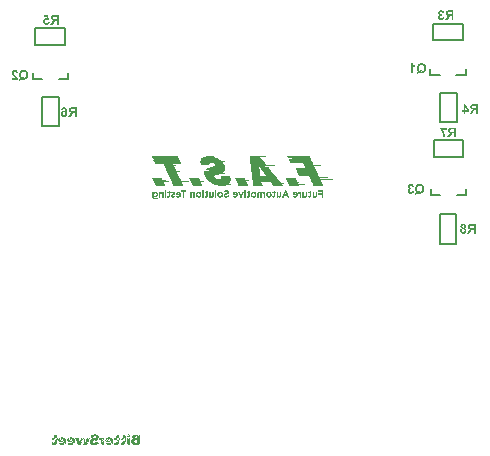
<source format=gbo>
G04*
G04 #@! TF.GenerationSoftware,Altium Limited,Altium Designer,21.3.2 (30)*
G04*
G04 Layer_Color=32896*
%FSTAX25Y25*%
%MOIN*%
G70*
G04*
G04 #@! TF.SameCoordinates,B4C271EC-4B27-40F8-A0F4-B21306F732D5*
G04*
G04*
G04 #@! TF.FilePolarity,Positive*
G04*
G01*
G75*
%ADD16C,0.00787*%
%ADD17C,0.00600*%
G36*
X0631951Y0403059D02*
X0632055D01*
Y0402825D01*
X0632159D01*
Y0402617D01*
X0632263D01*
Y0402408D01*
X0632367D01*
Y0402174D01*
X0632472D01*
Y0401965D01*
X0632602D01*
Y0401757D01*
X0632706D01*
Y0401418D01*
X063281D01*
Y040121D01*
X0632914D01*
Y0401002D01*
X0633019D01*
Y0400767D01*
X0633123D01*
Y0400559D01*
X0633253D01*
Y0400455D01*
X0636066D01*
Y040035D01*
X0635519D01*
Y040022D01*
X0634425D01*
Y0400116D01*
X0633357D01*
Y0400012D01*
X0633461D01*
Y0399803D01*
X0633566D01*
Y0399569D01*
X063367D01*
Y0399361D01*
X0633774D01*
Y0399152D01*
X0633904D01*
Y0398918D01*
X0634008D01*
Y0398605D01*
X0634113D01*
Y0398397D01*
X0634217D01*
Y0398163D01*
X0634321D01*
Y0397954D01*
X0634425D01*
Y0397746D01*
X0634555D01*
Y0397511D01*
X063466D01*
Y0397199D01*
X0634764D01*
Y0396964D01*
X0634868D01*
Y0396756D01*
X0634972D01*
Y0396548D01*
X0635076D01*
Y0396443D01*
X0637473D01*
Y0396313D01*
X0638124D01*
Y0396209D01*
X063617D01*
Y0396105D01*
X0635311D01*
Y0395792D01*
X0637577D01*
Y0395662D01*
X063953D01*
Y0395558D01*
X0638879D01*
Y0395454D01*
X0636274D01*
Y0395349D01*
X0635623D01*
Y0395141D01*
X0635728D01*
Y0394907D01*
X0635858D01*
Y0394698D01*
X0635962D01*
Y039436D01*
X0636066D01*
Y0394151D01*
X063617D01*
Y0393943D01*
X0636274D01*
Y0393708D01*
X0636379D01*
Y03935D01*
X0633123D01*
Y0393708D01*
X0633019D01*
Y0393943D01*
X0632914D01*
Y0394255D01*
X063281D01*
Y039449D01*
X0632706D01*
Y0394698D01*
X0632602D01*
Y0394907D01*
X0632472D01*
Y0395141D01*
X0632367D01*
Y0395349D01*
X0632263D01*
Y0395662D01*
X0632159D01*
Y0395896D01*
X0632055D01*
Y0396105D01*
X0631951D01*
Y0396313D01*
X063182D01*
Y0396548D01*
X0631716D01*
Y0396756D01*
X0631612D01*
Y039686D01*
X0631716D01*
Y0396964D01*
X0628148D01*
Y0397303D01*
X0628044D01*
Y0397511D01*
X0627913D01*
Y0397746D01*
X0627809D01*
Y0397954D01*
X0627705D01*
Y0398163D01*
X0627601D01*
Y0398397D01*
X0627497D01*
Y039871D01*
X0627392D01*
Y0398918D01*
X0627262D01*
Y0399152D01*
X0627158D01*
Y0399361D01*
X0630414D01*
Y0399569D01*
X063031D01*
Y0399908D01*
X0630205D01*
Y0400116D01*
X0630101D01*
Y040035D01*
X0629997D01*
Y0400559D01*
X0629867D01*
Y0400767D01*
X0629763D01*
Y0401002D01*
X0625439D01*
Y0401314D01*
X0625309D01*
Y0401523D01*
X0625204D01*
Y0401757D01*
X06251D01*
Y0401965D01*
X0624996D01*
Y0402174D01*
X0624892D01*
Y0402408D01*
X0624788D01*
Y0402617D01*
X0625856D01*
Y0402721D01*
X0624657D01*
Y0402955D01*
X0624553D01*
Y0403163D01*
X0624449D01*
Y0403372D01*
X0631951D01*
Y0403059D01*
D02*
G37*
G36*
X0627158Y0395896D02*
X0627262D01*
Y0395662D01*
X0627392D01*
Y0395454D01*
X0627497D01*
Y0395245D01*
X0627601D01*
Y0395011D01*
X0627705D01*
Y0394802D01*
X0627809D01*
Y0394698D01*
X0628356D01*
Y0394594D01*
X0629554D01*
Y039449D01*
X0628148D01*
Y039436D01*
X0627913D01*
Y0394255D01*
X0628148D01*
Y0394151D01*
X0630414D01*
Y0394047D01*
X0630205D01*
Y0393943D01*
X0628148D01*
Y0393839D01*
X0628252D01*
Y03935D01*
X0624996D01*
Y0393708D01*
X0624892D01*
Y0394047D01*
X0624788D01*
Y0394255D01*
X0624657D01*
Y039449D01*
X0624553D01*
Y0394698D01*
X0624449D01*
Y0394907D01*
X0624345D01*
Y0395245D01*
X0624241D01*
Y0395454D01*
X0624136D01*
Y0395662D01*
X0624006D01*
Y0395896D01*
X0623902D01*
Y0396105D01*
X0627158D01*
Y0395896D01*
D02*
G37*
G36*
X0617286Y0403268D02*
X0616635D01*
Y0403163D01*
X0615541D01*
Y0403059D01*
X0615437D01*
Y0402955D01*
X0615541D01*
Y0402721D01*
X0615671D01*
Y0402617D01*
X0615775D01*
Y0402512D01*
X0615879D01*
Y0402408D01*
X0615984D01*
Y0402174D01*
X0616088D01*
Y040207D01*
X0616192D01*
Y0401965D01*
X0616322D01*
Y0401861D01*
X0616427D01*
Y0401653D01*
X0616531D01*
Y0401523D01*
X0616635D01*
Y0401418D01*
X0616739D01*
Y0401314D01*
X0616843D01*
Y0401106D01*
X0616973D01*
Y0401002D01*
X0617078D01*
Y0400871D01*
X0617182D01*
Y0400767D01*
X0617286D01*
Y0400559D01*
X061739D01*
Y0400455D01*
X0617625D01*
Y040035D01*
X0620229D01*
Y040022D01*
X0621089D01*
Y0400116D01*
X061924D01*
Y0400012D01*
X0617078D01*
Y0399908D01*
X0619682D01*
Y0399803D01*
X0619344D01*
Y0399699D01*
X0618146D01*
Y0399569D01*
X0618276D01*
Y0399361D01*
X061838D01*
Y0399256D01*
X0618484D01*
Y0399152D01*
X0618588D01*
Y0399048D01*
X0618693D01*
Y0398814D01*
X0618797D01*
Y039871D01*
X0618927D01*
Y0398605D01*
X0619031D01*
Y0398501D01*
X0619135D01*
Y0398267D01*
X061924D01*
Y0398163D01*
X0619344D01*
Y0398058D01*
X0619448D01*
Y0397954D01*
X0619578D01*
Y0397746D01*
X0619682D01*
Y0397616D01*
X0619787D01*
Y0397511D01*
X0619891D01*
Y0397407D01*
X0619995D01*
Y0397303D01*
X0620099D01*
Y0397094D01*
X0620229D01*
Y0396964D01*
X0620333D01*
Y039686D01*
X0620438D01*
Y0396756D01*
X0620542D01*
Y0396548D01*
X0620646D01*
Y0396443D01*
X062075D01*
Y0396313D01*
X0620881D01*
Y0396209D01*
X0620985D01*
Y0396001D01*
X0621089D01*
Y0395896D01*
X0621193D01*
Y0395792D01*
X0621297D01*
Y0395662D01*
X0621402D01*
Y0395454D01*
X0621532D01*
Y0395349D01*
X0621636D01*
Y0395245D01*
X062174D01*
Y0395141D01*
X0621844D01*
Y0395011D01*
X0621948D01*
Y0394802D01*
X0622053D01*
Y0394698D01*
X0622183D01*
Y0394594D01*
X0624241D01*
Y039436D01*
X0623147D01*
Y0394255D01*
X0622496D01*
Y0394151D01*
X06226D01*
Y0394047D01*
X0622704D01*
Y0393943D01*
X0622834D01*
Y0393708D01*
X0622938D01*
Y03935D01*
X0619787D01*
Y0393708D01*
X0619682D01*
Y0393839D01*
X0619578D01*
Y0393943D01*
X0619448D01*
Y0394151D01*
X0619344D01*
Y0394255D01*
X061924D01*
Y039449D01*
X0619135D01*
Y0394594D01*
X0619031D01*
Y0394698D01*
X0618927D01*
Y0394802D01*
X0615124D01*
Y0394698D01*
X0615775D01*
Y0394594D01*
X0615984D01*
Y039436D01*
X0616088D01*
Y0393839D01*
X0616192D01*
Y03935D01*
X0612936D01*
Y039436D01*
X0612832D01*
Y0395349D01*
X0612728D01*
Y0396209D01*
X0612624D01*
Y0397199D01*
X0612519D01*
Y0397485D01*
Y0397511D01*
Y0398163D01*
X0612415D01*
Y0399048D01*
X0612285D01*
Y0400012D01*
X0612181D01*
Y0400871D01*
X0612077D01*
Y0401861D01*
X0611972D01*
Y0402721D01*
X0611868D01*
Y0403372D01*
X0617286D01*
Y0403268D01*
D02*
G37*
G36*
X0610227Y0396001D02*
X0610331D01*
Y0395792D01*
X0610462D01*
Y0395558D01*
X0610566D01*
Y0395349D01*
X0611764D01*
Y0395245D01*
X061067D01*
Y0395141D01*
X0610774D01*
Y0394802D01*
X0610878D01*
Y0394594D01*
X0610983D01*
Y039436D01*
X0611113D01*
Y0394151D01*
X0611217D01*
Y0393943D01*
X0611321D01*
Y0393708D01*
X0611425D01*
Y03935D01*
X0608169D01*
Y0393604D01*
X0608065D01*
Y0393839D01*
X0607961D01*
Y0394255D01*
X0607857D01*
Y039436D01*
X0607727D01*
Y0394594D01*
X0607622D01*
Y0394802D01*
X0607518D01*
Y0395011D01*
X0607414D01*
Y0395245D01*
X060731D01*
Y0395558D01*
X0607206D01*
Y0395792D01*
X0607076D01*
Y0396105D01*
X0610227D01*
Y0396001D01*
D02*
G37*
G36*
X0599808Y0403268D02*
X0602517D01*
Y0403163D01*
X0602752D01*
Y0403059D01*
X0600459D01*
Y0402955D01*
X0600147D01*
Y0402825D01*
X0601006D01*
Y0402721D01*
X0601215D01*
Y0402617D01*
X0601449D01*
Y0402512D01*
X0601553D01*
Y0402408D01*
X0601762D01*
Y0402304D01*
X0601866D01*
Y0402174D01*
X06021D01*
Y040207D01*
X0602205D01*
Y0401965D01*
X0602309D01*
Y0401861D01*
X0604366D01*
Y0401757D01*
X0605252D01*
Y0401653D01*
X0603507D01*
Y0401523D01*
X0602752D01*
Y0401418D01*
X0602856D01*
Y040121D01*
X060296D01*
Y0401106D01*
X0603064D01*
Y0400871D01*
X0603168D01*
Y0400767D01*
X0603299D01*
Y0400559D01*
X0603403D01*
Y040035D01*
X0603507D01*
Y0400012D01*
X0603611D01*
Y0399569D01*
X0603715D01*
Y0398918D01*
X0603611D01*
Y0398605D01*
X0603507D01*
Y0398397D01*
X0603403D01*
Y0398267D01*
X0603299D01*
Y0398163D01*
X0603168D01*
Y0398058D01*
X0603064D01*
Y0397954D01*
X060296D01*
Y039785D01*
X0602752D01*
Y0397746D01*
X0603611D01*
Y0397616D01*
X0604054D01*
Y0397511D01*
X0601996D01*
Y0397407D01*
X0601553D01*
Y0397303D01*
X0601111D01*
Y0397199D01*
X0600798D01*
Y0397094D01*
X0600459D01*
Y0396964D01*
X0600251D01*
Y039686D01*
X0600147D01*
Y0396756D01*
X0600043D01*
Y0396548D01*
X0600147D01*
Y0396313D01*
X0600251D01*
Y0396209D01*
X0600355D01*
Y0396105D01*
X0600459D01*
Y0396001D01*
X0600694D01*
Y0395896D01*
X0601111D01*
Y0395792D01*
X0601866D01*
Y0395896D01*
X0602205D01*
Y0396001D01*
X0602309D01*
Y0396209D01*
X0602413D01*
Y0396756D01*
X0605356D01*
Y0396443D01*
X0605461D01*
Y0396001D01*
X0605565D01*
Y0395245D01*
X0605461D01*
Y0394802D01*
X0605356D01*
Y0394594D01*
X0605252D01*
Y039449D01*
X0605122D01*
Y039436D01*
X0605018D01*
Y0394255D01*
X0604914D01*
Y0394151D01*
X0606007D01*
Y0394047D01*
X0605669D01*
Y0393943D01*
X0604601D01*
Y0393839D01*
X0604262D01*
Y0393708D01*
X060382D01*
Y0393604D01*
X0603168D01*
Y03935D01*
X0602205D01*
Y0393604D01*
X0601215D01*
Y0393708D01*
X0600798D01*
Y0393839D01*
X0600355D01*
Y0393943D01*
X0600043D01*
Y0394047D01*
X0599808D01*
Y0394151D01*
X0599496D01*
Y0394255D01*
X0599261D01*
Y039436D01*
X0599157D01*
Y039449D01*
X0598949D01*
Y0394594D01*
X0598844D01*
Y0394698D01*
X059861D01*
Y0394802D01*
X0598506D01*
Y0394907D01*
X0598402D01*
Y0395011D01*
X0598193D01*
Y0395141D01*
X0598089D01*
Y0395245D01*
X0597959D01*
Y0395349D01*
X0597855D01*
Y0395558D01*
X0597751D01*
Y0395662D01*
X0597646D01*
Y0395792D01*
X0597542D01*
Y0395896D01*
X0597438D01*
Y0396105D01*
X0597308D01*
Y0396313D01*
X0597203D01*
Y0396443D01*
X0597099D01*
Y0396652D01*
X0596995D01*
Y0396964D01*
X0596891D01*
Y0397199D01*
X0596787D01*
Y0398397D01*
X0596891D01*
Y0398605D01*
X0598193D01*
Y039871D01*
X0597099D01*
Y0398918D01*
X0597308D01*
Y0399048D01*
X0597438D01*
Y0399152D01*
X0597542D01*
Y0399256D01*
X0597751D01*
Y0399361D01*
X0598089D01*
Y0399465D01*
X0598298D01*
Y0399569D01*
X059874D01*
Y0399699D01*
X0599053D01*
Y0399803D01*
X0599392D01*
Y0399908D01*
X0599704D01*
Y0400012D01*
X0600043D01*
Y0400116D01*
X0600147D01*
Y040022D01*
X0600355D01*
Y0400663D01*
X0600251D01*
Y0400871D01*
X0600043D01*
Y0401002D01*
X0599808D01*
Y0401106D01*
X059874D01*
Y0401002D01*
X0598506D01*
Y0400767D01*
X0598402D01*
Y0400559D01*
X0598506D01*
Y040035D01*
X0595589D01*
Y0400559D01*
X0595484D01*
Y0401106D01*
X0595354D01*
Y0401757D01*
X0595484D01*
Y0402174D01*
X0595589D01*
Y0402408D01*
X0595693D01*
Y0402617D01*
X0595797D01*
Y0402721D01*
X0595901D01*
Y0402825D01*
X0596005D01*
Y0402955D01*
X059624D01*
Y0403059D01*
X0596448D01*
Y0403163D01*
X0596657D01*
Y0403268D01*
X0597203D01*
Y0403372D01*
X0599808D01*
Y0403268D01*
D02*
G37*
G36*
X0595042Y0395896D02*
X0595146D01*
Y0395662D01*
X059525D01*
Y0395558D01*
X0595693D01*
Y0395454D01*
X0596344D01*
Y0395349D01*
X0595354D01*
Y0395245D01*
X0595484D01*
Y0395141D01*
X0597203D01*
Y0395011D01*
X0596787D01*
Y0394907D01*
X0595589D01*
Y0394698D01*
X0595693D01*
Y039449D01*
X0595797D01*
Y0394255D01*
X0595901D01*
Y0394047D01*
X0596005D01*
Y0393839D01*
X0596136D01*
Y03935D01*
X059288D01*
Y0393708D01*
X0592749D01*
Y0394047D01*
X0592645D01*
Y0394255D01*
X0592541D01*
Y039449D01*
X0592437D01*
Y0394698D01*
X0592333D01*
Y0394907D01*
X0592229D01*
Y0395141D01*
X0592098D01*
Y0395454D01*
X0591994D01*
Y0395662D01*
X059189D01*
Y0395896D01*
X0591786D01*
Y0396105D01*
X0595042D01*
Y0395896D01*
D02*
G37*
G36*
X0587983Y0403163D02*
X0588087D01*
Y0402955D01*
X0588191D01*
Y0402721D01*
X0588321D01*
Y0402512D01*
X0588426D01*
Y0402174D01*
X058853D01*
Y0401965D01*
X0588634D01*
Y0401757D01*
X0588738D01*
Y0401523D01*
X0588842D01*
Y0401314D01*
X0588973D01*
Y0401106D01*
X0589077D01*
Y0400767D01*
X0586368D01*
Y0400663D01*
X0586472D01*
Y0400455D01*
X0586576D01*
Y040035D01*
X0587332D01*
Y040022D01*
X0588191D01*
Y0400116D01*
X058668D01*
Y0400012D01*
X0586785D01*
Y0399803D01*
X0586889D01*
Y0399465D01*
X0587019D01*
Y0399256D01*
X0587123D01*
Y0399048D01*
X0587227D01*
Y0398814D01*
X0587332D01*
Y0398605D01*
X0587436D01*
Y0398501D01*
X0589624D01*
Y0398397D01*
X0588738D01*
Y0398267D01*
X058754D01*
Y0398163D01*
X058767D01*
Y039785D01*
X0587774D01*
Y0397616D01*
X0587879D01*
Y0397407D01*
X0587983D01*
Y0397199D01*
X0588087D01*
Y0396964D01*
X0588191D01*
Y0396756D01*
X0588321D01*
Y0396443D01*
X0588426D01*
Y0396209D01*
X058853D01*
Y0396001D01*
X0588634D01*
Y0395792D01*
X0588738D01*
Y0395662D01*
X0588842D01*
Y0395558D01*
X059103D01*
Y0395454D01*
X0590588D01*
Y0395349D01*
X0588973D01*
Y0395141D01*
X0590379D01*
Y0395011D01*
X0591786D01*
Y0394907D01*
X0590483D01*
Y0394802D01*
X0589181D01*
Y0394594D01*
X0589285D01*
Y039436D01*
X0589389D01*
Y0394151D01*
X0589494D01*
Y0393943D01*
X0589624D01*
Y0393708D01*
X0589728D01*
Y03935D01*
X0586472D01*
Y0393708D01*
X0586368D01*
Y0393943D01*
X0586238D01*
Y0394151D01*
X0586133D01*
Y039436D01*
X0586029D01*
Y0394594D01*
X0585925D01*
Y0394907D01*
X0585821D01*
Y0395141D01*
X0585717D01*
Y0395349D01*
X0585586D01*
Y0395558D01*
X0585482D01*
Y0395792D01*
X0585378D01*
Y0396001D01*
X0585274D01*
Y0396313D01*
X058517D01*
Y0396548D01*
X0585066D01*
Y0396756D01*
X0584935D01*
Y0396964D01*
X0584831D01*
Y0397199D01*
X0584727D01*
Y0397407D01*
X0584623D01*
Y0397746D01*
X0584518D01*
Y0397954D01*
X0584414D01*
Y0398163D01*
X0584284D01*
Y0398397D01*
X058418D01*
Y0398605D01*
X0584076D01*
Y0398814D01*
X0583972D01*
Y0399048D01*
X0583867D01*
Y0399361D01*
X0583763D01*
Y0399569D01*
X0583633D01*
Y0399803D01*
X0583529D01*
Y0400012D01*
X0583425D01*
Y040022D01*
X058332D01*
Y0400455D01*
X0583216D01*
Y0400767D01*
X0580377D01*
Y0400871D01*
X0580273D01*
Y0401106D01*
X0580169D01*
Y0401314D01*
X0580064D01*
Y0401523D01*
X057996D01*
Y0401757D01*
X0579856D01*
Y0401965D01*
X0579726D01*
Y0402174D01*
X0580611D01*
Y0402304D01*
X057996D01*
Y0402408D01*
X0579622D01*
Y0402512D01*
X0579517D01*
Y0402721D01*
X0579413D01*
Y0402955D01*
X0579309D01*
Y0403163D01*
X0579205D01*
Y0403372D01*
X0587983D01*
Y0403163D01*
D02*
G37*
G36*
X0582669Y0395792D02*
X0582773D01*
Y0395558D01*
X0582877D01*
Y0395454D01*
X0583972D01*
Y0395349D01*
X0583867D01*
Y0395245D01*
X0584076D01*
Y0395141D01*
X0583529D01*
Y0395011D01*
X0584831D01*
Y0394907D01*
X0583529D01*
Y0394802D01*
X0583216D01*
Y0394698D01*
X058332D01*
Y039436D01*
X0583425D01*
Y0394151D01*
X0583529D01*
Y0393943D01*
X0583633D01*
Y0393708D01*
X0583763D01*
Y03935D01*
X0580507D01*
Y0393708D01*
X0580377D01*
Y0393943D01*
X0580273D01*
Y0394151D01*
X0580169D01*
Y039436D01*
X0580064D01*
Y0394594D01*
X057996D01*
Y0394802D01*
X0579856D01*
Y0395141D01*
X0579726D01*
Y0395349D01*
X0579622D01*
Y0395558D01*
X0579517D01*
Y0395792D01*
X0579413D01*
Y0396001D01*
X0582669D01*
Y0395792D01*
D02*
G37*
G36*
X061067Y0391547D02*
X0610123D01*
Y0392093D01*
X061067D01*
Y0391547D01*
D02*
G37*
G36*
X0596552D02*
X0596136D01*
Y0392093D01*
X0596552D01*
Y0391547D01*
D02*
G37*
G36*
X0584076Y0391572D02*
Y0391547D01*
X0583529D01*
Y0392093D01*
X0584076D01*
Y0391572D01*
D02*
G37*
G36*
X0629111Y0389671D02*
Y0389645D01*
Y0389593D01*
X0628565D01*
Y0390687D01*
X062846D01*
Y0390791D01*
X0628356D01*
Y0390895D01*
X0628044D01*
Y0391442D01*
X062846D01*
Y0391338D01*
X0628565D01*
Y0391442D01*
X0629111D01*
Y0389671D01*
D02*
G37*
G36*
X0617078Y0389593D02*
X0616531D01*
Y0390895D01*
X0616427D01*
Y0391D01*
X0616088D01*
Y0390895D01*
X0615984D01*
Y0390244D01*
Y0390218D01*
Y0389593D01*
X0615437D01*
Y0390895D01*
X0615333D01*
Y0391D01*
X061502D01*
Y0390895D01*
X061489D01*
Y0389593D01*
X0614369D01*
Y0391D01*
X0614473D01*
Y0391234D01*
X0614577D01*
Y0391338D01*
X0614681D01*
Y0391442D01*
X0615437D01*
Y0391338D01*
X0615541D01*
Y0391234D01*
X0615671D01*
Y0391338D01*
X0615775D01*
Y0391442D01*
X0616427D01*
Y0391338D01*
X0616531D01*
Y0391442D01*
X0617078D01*
Y0389593D01*
D02*
G37*
G36*
X0593635D02*
X0593088D01*
Y0390895D01*
X0592984D01*
Y0391D01*
X0592645D01*
Y0390895D01*
X0592541D01*
Y0390843D01*
Y0390817D01*
Y0389593D01*
X0591994D01*
Y0391104D01*
X0592098D01*
Y0391338D01*
X0592333D01*
Y0391442D01*
X0592984D01*
Y0391338D01*
X0593088D01*
Y0391442D01*
X0593635D01*
Y0389593D01*
D02*
G37*
G36*
X0583216D02*
X0582669D01*
Y0390791D01*
X0582565D01*
Y0390895D01*
X0582461D01*
Y0391D01*
X0582226D01*
Y0390895D01*
X0582122D01*
Y0390791D01*
X0582018D01*
Y0389645D01*
Y0389619D01*
Y0389593D01*
X0581575D01*
Y0391234D01*
X0581679D01*
Y0391338D01*
X058181D01*
Y0391442D01*
X0582565D01*
Y0391338D01*
X0582669D01*
Y0391442D01*
X0583216D01*
Y0389593D01*
D02*
G37*
G36*
X058082Y0391338D02*
X0581028D01*
Y0391234D01*
X0581158D01*
Y0391D01*
X0581263D01*
Y0390244D01*
X0581158D01*
Y0390036D01*
X0581028D01*
Y0389932D01*
X0580924D01*
Y0389801D01*
X0580064D01*
Y0389932D01*
X057996D01*
Y0389697D01*
X0580064D01*
Y0389593D01*
X058082D01*
Y0389697D01*
X0581028D01*
Y0389593D01*
X0581158D01*
Y038928D01*
X0580924D01*
Y038915D01*
X0579856D01*
Y038928D01*
X0579622D01*
Y0389385D01*
X0579517D01*
Y0389593D01*
X0579413D01*
Y0391442D01*
X057996D01*
Y0391338D01*
X0580064D01*
Y0391442D01*
X058082D01*
Y0391338D01*
D02*
G37*
G36*
X0609915Y0391234D02*
X060981D01*
Y0391D01*
X060968D01*
Y0390791D01*
X0609576D01*
Y0390453D01*
X0609472D01*
Y0390244D01*
X0609368D01*
Y0389932D01*
X0609263D01*
Y0389697D01*
X0609159D01*
Y0389593D01*
X0608716D01*
Y0389801D01*
X0608612D01*
Y0390036D01*
X0608508D01*
Y0390348D01*
X0608378D01*
Y0390583D01*
X0608274D01*
Y0390895D01*
X0608169D01*
Y0391104D01*
X0608065D01*
Y0391442D01*
X0608612D01*
Y0391104D01*
X0608716D01*
Y0390791D01*
X0608821D01*
Y0390583D01*
X0608925D01*
Y0390453D01*
X0609029D01*
Y0390687D01*
X0609159D01*
Y0391D01*
X0609263D01*
Y0391338D01*
X0609368D01*
Y0391442D01*
X0609915D01*
Y0391234D01*
D02*
G37*
G36*
X0634321Y0389801D02*
X0634217D01*
Y0389697D01*
X0634008D01*
Y0389593D01*
X0633461D01*
Y0389697D01*
X0633253D01*
Y0389593D01*
X063281D01*
Y0391442D01*
X0633253D01*
Y0390244D01*
X0633357D01*
Y039014D01*
X0633461D01*
Y0390036D01*
X063367D01*
Y039014D01*
X0633774D01*
Y0390244D01*
X0633904D01*
Y0391442D01*
X0634321D01*
Y0389801D01*
D02*
G37*
G36*
X0632263Y0391442D02*
X0632472D01*
Y0391338D01*
Y0391312D01*
Y0391D01*
X0632263D01*
Y0389801D01*
X0632159D01*
Y0389697D01*
X0632055D01*
Y0389593D01*
X0631508D01*
Y0389697D01*
X0631404D01*
Y039014D01*
X0631612D01*
Y0390036D01*
X0631716D01*
Y039014D01*
X063182D01*
Y0391D01*
X0631404D01*
Y0391442D01*
X063182D01*
Y0391885D01*
X0632263D01*
Y0391442D01*
D02*
G37*
G36*
X0631065Y0389932D02*
X0630961D01*
Y0389697D01*
X0630753D01*
Y0389593D01*
X0630101D01*
Y0389697D01*
X0629997D01*
Y0389593D01*
X062945D01*
Y0391442D01*
X0629997D01*
Y0390505D01*
Y0390478D01*
Y0390244D01*
X0630101D01*
Y039014D01*
X0630205D01*
Y0390036D01*
X0630414D01*
Y039014D01*
X0630518D01*
Y0390348D01*
X0630648D01*
Y0391442D01*
X0631065D01*
Y0389932D01*
D02*
G37*
G36*
X0627392Y0391338D02*
X0627601D01*
Y0391234D01*
X0627705D01*
Y0391D01*
X0627809D01*
Y0390687D01*
X0627913D01*
Y0390348D01*
X0627809D01*
Y0390036D01*
X0627705D01*
Y0389932D01*
X0627601D01*
Y0389801D01*
X0627497D01*
Y0389697D01*
X0627262D01*
Y0389593D01*
X0626611D01*
Y0389697D01*
X0626403D01*
Y0389801D01*
X0626298D01*
Y0389932D01*
X0626194D01*
Y0390036D01*
X0626298D01*
Y039014D01*
X0626403D01*
Y0390244D01*
X0626611D01*
Y039014D01*
X0626741D01*
Y0390036D01*
X0627158D01*
Y039014D01*
X0627262D01*
Y0390244D01*
X0627392D01*
Y0390348D01*
X0626194D01*
Y0391D01*
X0626298D01*
Y0391234D01*
X0626403D01*
Y0391338D01*
X0626611D01*
Y0391442D01*
X0627392D01*
Y0391338D01*
D02*
G37*
G36*
X0622391Y0389801D02*
X0622287D01*
Y0389697D01*
X0622053D01*
Y0389593D01*
X0621532D01*
Y0389697D01*
X0621297D01*
Y0389593D01*
X0620881D01*
Y0389619D01*
Y0389645D01*
Y0391442D01*
X0621297D01*
Y0390244D01*
X0621402D01*
Y039014D01*
X0621532D01*
Y0390036D01*
X062174D01*
Y039014D01*
X0621844D01*
Y0390244D01*
X0621948D01*
Y0391442D01*
X0622391D01*
Y0389801D01*
D02*
G37*
G36*
X0620333Y0391442D02*
X0620542D01*
Y0391D01*
X0620333D01*
Y0389801D01*
X0620229D01*
Y0389697D01*
X0620099D01*
Y0389593D01*
X0619578D01*
Y0389697D01*
X0619448D01*
Y039014D01*
X0619682D01*
Y0390036D01*
X0619787D01*
Y039014D01*
X0619891D01*
Y0391D01*
X0619448D01*
Y0391442D01*
X0619891D01*
Y0391885D01*
X0620333D01*
Y0391442D01*
D02*
G37*
G36*
X0607414Y0391338D02*
X0607622D01*
Y0391234D01*
X0607727D01*
Y0391D01*
X0607857D01*
Y0390687D01*
X0607961D01*
Y0390348D01*
X0607857D01*
Y0390036D01*
X0607727D01*
Y0389801D01*
X0607518D01*
Y0389697D01*
X060731D01*
Y0389593D01*
X0606659D01*
Y0389697D01*
X0606424D01*
Y0389801D01*
X060632D01*
Y0389932D01*
X0606216D01*
Y0390036D01*
X060632D01*
Y039014D01*
X0606424D01*
Y0390244D01*
X0606659D01*
Y039014D01*
X0606763D01*
Y0390036D01*
X0607206D01*
Y039014D01*
X060731D01*
Y0390244D01*
X0607414D01*
Y0390348D01*
X0606216D01*
Y0391D01*
X060632D01*
Y0391234D01*
X0606424D01*
Y0391338D01*
X0606659D01*
Y0391442D01*
X0607414D01*
Y0391338D01*
D02*
G37*
G36*
X0599912Y0390478D02*
Y0390453D01*
Y0389932D01*
X0599808D01*
Y0389801D01*
X0599704D01*
Y0389697D01*
X05996D01*
Y0389593D01*
X0598949D01*
Y0389697D01*
X0598844D01*
Y0389593D01*
X0598298D01*
Y0391442D01*
X0598844D01*
Y039014D01*
X0599053D01*
Y0390036D01*
X0599157D01*
Y039014D01*
X0599392D01*
Y0391442D01*
X0599912D01*
Y0390478D01*
D02*
G37*
G36*
X058853Y0391338D02*
X0588634D01*
Y0391234D01*
X0588738D01*
Y0391104D01*
X0588842D01*
Y0390895D01*
X0588973D01*
Y039014D01*
X0588842D01*
Y0389932D01*
X0588738D01*
Y0389801D01*
X0588634D01*
Y0389697D01*
X0588426D01*
Y0389593D01*
X058767D01*
Y0389697D01*
X0587436D01*
Y0389801D01*
X0587332D01*
Y039014D01*
X0587436D01*
Y0390244D01*
X058767D01*
Y039014D01*
X0587774D01*
Y0390036D01*
X0588191D01*
Y039014D01*
X0588321D01*
Y0390244D01*
X0588426D01*
Y0390348D01*
X0587227D01*
Y0390895D01*
X0587332D01*
Y0391104D01*
X0587436D01*
Y0391234D01*
X058754D01*
Y0391338D01*
X058767D01*
Y0391442D01*
X058853D01*
Y0391338D01*
D02*
G37*
G36*
X0585274Y0391442D02*
X0585482D01*
Y0391D01*
X0585274D01*
Y0389801D01*
X058517D01*
Y0389697D01*
X0585066D01*
Y0389593D01*
X0584414D01*
Y039014D01*
X0584623D01*
Y0390036D01*
X0584727D01*
Y039014D01*
X0584831D01*
Y0391D01*
X0584284D01*
Y0391442D01*
X0584831D01*
Y0391885D01*
X0585274D01*
Y0391442D01*
D02*
G37*
G36*
X0636379Y0389593D02*
X0635858D01*
Y0390583D01*
X0634764D01*
Y0391D01*
X0635858D01*
Y0391182D01*
Y0391208D01*
Y0391547D01*
X063466D01*
Y0391989D01*
X0636379D01*
Y0389593D01*
D02*
G37*
G36*
X0624136Y0391755D02*
X0624241D01*
Y0391442D01*
X0624345D01*
Y0391234D01*
X0624449D01*
Y0391D01*
X0624553D01*
Y0390791D01*
X0624657D01*
Y0390478D01*
Y0390453D01*
X0624788D01*
Y0390244D01*
X0624892D01*
Y0390036D01*
X0624996D01*
Y0389697D01*
X06251D01*
Y0389593D01*
X0624553D01*
Y0389697D01*
X0624449D01*
Y0390036D01*
X0624345D01*
Y039014D01*
X0623355D01*
Y0390036D01*
X0623251D01*
Y0389801D01*
X0623147D01*
Y0389593D01*
X06226D01*
Y0389801D01*
X0622704D01*
Y039014D01*
X0622834D01*
Y0390348D01*
X0622938D01*
Y0390583D01*
X0623042D01*
Y0390791D01*
X0623147D01*
Y0391104D01*
X0623251D01*
Y0391338D01*
X0623355D01*
Y0391547D01*
X0623485D01*
Y0391885D01*
X062359D01*
Y0391989D01*
X0624136D01*
Y0391755D01*
D02*
G37*
G36*
X0618693Y0391338D02*
X0618927D01*
Y0391234D01*
X0619031D01*
Y0391104D01*
X0619135D01*
Y0390895D01*
X061924D01*
Y039014D01*
X0619135D01*
Y0389932D01*
X0619031D01*
Y0389801D01*
X0618797D01*
Y0389697D01*
X0618693D01*
Y0389593D01*
X0617937D01*
Y0389697D01*
X0617729D01*
Y0389801D01*
X0617625D01*
Y0389932D01*
X0617494D01*
Y0390036D01*
X061739D01*
Y0390348D01*
X0617286D01*
Y0390687D01*
X061739D01*
Y0391D01*
X0617494D01*
Y0391234D01*
X0617625D01*
Y039126D01*
Y0391286D01*
Y0391338D01*
X0617833D01*
Y0391442D01*
X0618693D01*
Y0391338D01*
D02*
G37*
G36*
X0613587D02*
X0613822D01*
Y0391234D01*
X0613926D01*
Y0391D01*
X061403D01*
Y0390791D01*
X0614134D01*
Y0390244D01*
X061403D01*
Y0390036D01*
X0613926D01*
Y0389801D01*
X0613718D01*
Y0389697D01*
X0613483D01*
Y0389593D01*
X0612832D01*
Y0389697D01*
X0612624D01*
Y0389801D01*
X0612519D01*
Y0389932D01*
X0612415D01*
Y0390036D01*
X0612285D01*
Y0390244D01*
X0612181D01*
Y0390791D01*
X0612285D01*
Y0391104D01*
X0612415D01*
Y0391234D01*
X0612519D01*
Y0391338D01*
X0612728D01*
Y0391442D01*
X0613587D01*
Y0391338D01*
D02*
G37*
G36*
X0611868Y0391442D02*
X0612077D01*
Y0391D01*
X0611868D01*
Y0389801D01*
X0611764D01*
Y0389697D01*
X0611634D01*
Y0389593D01*
X0610983D01*
Y0389697D01*
X0610878D01*
Y039014D01*
X0611321D01*
Y0391D01*
X0610878D01*
Y0391442D01*
X0611321D01*
Y0391885D01*
X0611868D01*
Y0391442D01*
D02*
G37*
G36*
X0610566Y0391208D02*
Y0391182D01*
Y0389593D01*
X0610123D01*
Y0391442D01*
X0610566D01*
Y0391208D01*
D02*
G37*
G36*
X0604601Y0391885D02*
X0604705D01*
Y0391755D01*
X0604809D01*
Y0391651D01*
X0604914D01*
Y0390895D01*
X0604809D01*
Y0390791D01*
X0604705D01*
Y0390687D01*
X0604366D01*
Y0390583D01*
X060395D01*
Y0390453D01*
X0603715D01*
Y039014D01*
X060395D01*
Y0390036D01*
X0604158D01*
Y039014D01*
X0604471D01*
Y0390244D01*
X0604601D01*
Y0390348D01*
X0604809D01*
Y0390244D01*
X0604914D01*
Y039014D01*
X0605018D01*
Y0389932D01*
X0604914D01*
Y0389801D01*
X0604705D01*
Y0389697D01*
X0604471D01*
Y0389593D01*
X0603715D01*
Y0389697D01*
X0603507D01*
Y0389801D01*
X0603403D01*
Y0389932D01*
X0603299D01*
Y039014D01*
X0603168D01*
Y0390583D01*
X0603299D01*
Y0390791D01*
X0603403D01*
Y0390895D01*
X0603611D01*
Y0391D01*
X0604054D01*
Y0391104D01*
X0604366D01*
Y0391234D01*
X0604471D01*
Y0391442D01*
X0604366D01*
Y0391547D01*
X060395D01*
Y039152D01*
Y0391494D01*
Y0391442D01*
X0603715D01*
Y0391338D01*
X0603403D01*
Y0391547D01*
X0603299D01*
Y0391755D01*
X0603403D01*
Y0391885D01*
X0603611D01*
Y0391989D01*
X0604601D01*
Y0391885D01*
D02*
G37*
G36*
X0602413Y0391338D02*
X0602647D01*
Y0391234D01*
X0602752D01*
Y0391104D01*
X0602856D01*
Y0391D01*
X060296D01*
Y039014D01*
X0602856D01*
Y0389932D01*
X0602752D01*
Y0389801D01*
X0602647D01*
Y0389697D01*
X0602413D01*
Y0389593D01*
X0601658D01*
Y0389697D01*
X0601449D01*
Y0389801D01*
X0601345D01*
Y0389932D01*
X0601215D01*
Y039014D01*
X0601111D01*
Y0391D01*
X0601215D01*
Y0391104D01*
X0601345D01*
Y0391234D01*
X0601449D01*
Y0391338D01*
X0601658D01*
Y0391442D01*
X0602413D01*
Y0391338D01*
D02*
G37*
G36*
X0600798Y0389593D02*
X0600251D01*
Y0390166D01*
Y0390192D01*
Y0392093D01*
X0600798D01*
Y0389593D01*
D02*
G37*
G36*
X0597855Y0391859D02*
Y0391442D01*
X0598089D01*
Y0391D01*
X0597855D01*
Y0389932D01*
X0597751D01*
Y0389697D01*
X0597646D01*
Y0389593D01*
X0596995D01*
Y0389697D01*
X0596891D01*
Y039014D01*
X0597308D01*
Y0391D01*
X0596891D01*
Y0391442D01*
X0597308D01*
Y0391885D01*
X0597855D01*
Y0391859D01*
D02*
G37*
G36*
X0596552Y0390791D02*
Y0390765D01*
Y0389593D01*
X0596136D01*
Y0391442D01*
X0596552D01*
Y0390791D01*
D02*
G37*
G36*
X059525Y0391338D02*
X0595484D01*
Y0391234D01*
X0595589D01*
Y0391104D01*
X0595693D01*
Y0390895D01*
X0595797D01*
Y039014D01*
X0595693D01*
Y0389932D01*
X0595589D01*
Y0389801D01*
X0595484D01*
Y0389697D01*
X059525D01*
Y0389593D01*
X0594495D01*
Y0389697D01*
X0594286D01*
Y0389801D01*
X0594182D01*
Y0389932D01*
X0594052D01*
Y0390036D01*
X0593948D01*
Y0390348D01*
X0593843D01*
Y0390687D01*
X0593948D01*
Y0391D01*
X0594052D01*
Y0391234D01*
X0594286D01*
Y0391338D01*
X059439D01*
Y0391442D01*
X059525D01*
Y0391338D01*
D02*
G37*
G36*
X0590796Y0391547D02*
X059004D01*
Y0389593D01*
X0589624D01*
Y0391547D01*
X0588842D01*
Y0391989D01*
X0590796D01*
Y0391547D01*
D02*
G37*
G36*
X058668Y0391338D02*
X0586889D01*
Y0391104D01*
X0587019D01*
Y0390687D01*
X0586889D01*
Y0390609D01*
Y0390583D01*
Y0390453D01*
X058668D01*
Y0390348D01*
X0586368D01*
Y0390244D01*
X0586133D01*
Y0390036D01*
X0586576D01*
Y039014D01*
X0586785D01*
Y0390244D01*
X0586889D01*
Y039014D01*
X0587019D01*
Y0390036D01*
X0587123D01*
Y0389801D01*
X0586889D01*
Y0389697D01*
X058668D01*
Y0389593D01*
X0585925D01*
Y0389697D01*
X0585821D01*
Y0389801D01*
X0585717D01*
Y0389932D01*
X0585586D01*
Y0390348D01*
X0585717D01*
Y0390583D01*
X0585821D01*
Y0390687D01*
X0586133D01*
Y0390791D01*
X0586472D01*
Y0391D01*
X0586029D01*
Y0390895D01*
X0585821D01*
Y0391D01*
X0585717D01*
Y0391338D01*
X0585925D01*
Y0391442D01*
X058668D01*
Y0391338D01*
D02*
G37*
G36*
X0584076Y0389593D02*
X0583529D01*
Y0391442D01*
X0584076D01*
Y0389593D01*
D02*
G37*
G36*
X0560409Y0310673D02*
X056045D01*
Y0310671D01*
X0560482D01*
Y031067D01*
X0560484D01*
Y0310668D01*
X0560487D01*
Y031067D01*
X0560504D01*
Y0310668D01*
X0560509D01*
Y0310666D01*
X0560532D01*
Y0310665D01*
X056055D01*
Y0310663D01*
X0560569D01*
Y0310662D01*
X0560582D01*
Y031066D01*
X05606D01*
Y0310658D01*
X0560603D01*
Y0310657D01*
X0560608D01*
Y0310658D01*
X0560611D01*
Y0310657D01*
X0560616D01*
Y0310655D01*
X0560632D01*
Y0310654D01*
X0560641D01*
Y0310652D01*
X0560656D01*
Y031065D01*
X0560658D01*
Y0310649D01*
X0560661D01*
Y031065D01*
X0560666D01*
Y0310649D01*
X0560669D01*
Y0310647D01*
X0560674D01*
Y0310649D01*
X0560675D01*
Y0310647D01*
X056068D01*
Y0310646D01*
X056069D01*
Y0310644D01*
X0560703D01*
Y0310642D01*
X0560709D01*
Y0310641D01*
X0560722D01*
Y0310639D01*
X0560727D01*
Y0310637D01*
X0560729D01*
Y0310639D01*
X056073D01*
Y0310637D01*
X0560733D01*
Y0310636D01*
X0560745D01*
Y0310634D01*
X0560751D01*
Y0310633D01*
X0560759D01*
Y0310631D01*
X0560762D01*
Y0310629D01*
X0560764D01*
Y0310631D01*
X0560767D01*
Y0310629D01*
X0560772D01*
Y0310628D01*
X056078D01*
Y0310626D01*
X0560786D01*
Y0310625D01*
X0560795D01*
Y0310623D01*
X0560801D01*
Y0310621D01*
X0560809D01*
Y031062D01*
X0560812D01*
Y0310618D01*
X0560814D01*
Y031062D01*
X0560815D01*
Y0310618D01*
X0560819D01*
Y0310616D01*
X0560827D01*
Y0310615D01*
X056083D01*
Y0310613D01*
X0560838D01*
Y0310612D01*
X0560845D01*
Y031061D01*
X0560851D01*
Y0310608D01*
X0560854D01*
Y0310607D01*
X0560861D01*
Y0310605D01*
X0560867D01*
Y0310604D01*
X056087D01*
Y0310602D01*
X0560875D01*
Y03106D01*
X0560882D01*
Y0310599D01*
X0560886D01*
Y0310597D01*
X0560893D01*
Y0310596D01*
X0560896D01*
Y0310594D01*
X0560903D01*
Y0310592D01*
X0560906D01*
Y0310591D01*
X0560912D01*
Y0310589D01*
X0560916D01*
Y0310588D01*
X056092D01*
Y0310586D01*
X0560925D01*
Y0310584D01*
X0560928D01*
Y0310583D01*
X0560933D01*
Y0310581D01*
X056094D01*
Y0310579D01*
X0560943D01*
Y0310578D01*
X0560946D01*
Y0310576D01*
X0560949D01*
Y0310575D01*
X0560954D01*
Y0310573D01*
X0560959D01*
Y0310571D01*
X0560962D01*
Y031057D01*
X0560967D01*
Y0310568D01*
X056097D01*
Y0310567D01*
X0560975D01*
Y0310565D01*
X056098D01*
Y0310563D01*
X0560983D01*
Y0310562D01*
X0560986D01*
Y031056D01*
X0560988D01*
Y0310559D01*
X0560994D01*
Y0310557D01*
X0560998D01*
Y0310555D01*
X0561001D01*
Y0310554D01*
X0561006D01*
Y0310552D01*
X0561009D01*
Y031055D01*
X0561012D01*
Y0310549D01*
X0561015D01*
Y0310547D01*
X056102D01*
Y0310546D01*
X0561022D01*
Y0310544D01*
X0561027D01*
Y0310542D01*
X0561028D01*
Y0310541D01*
X0561031D01*
Y0310539D01*
X0561038D01*
Y0310538D01*
X056104D01*
Y0310536D01*
X0561044D01*
Y0310534D01*
X0561046D01*
Y0310533D01*
X0561049D01*
Y0310531D01*
X0561054D01*
Y0310529D01*
X0561056D01*
Y0310528D01*
X0561059D01*
Y0310526D01*
X056106D01*
Y0310525D01*
X0561065D01*
Y0310523D01*
X0561067D01*
Y0310521D01*
X056107D01*
Y031052D01*
X0561075D01*
Y0310518D01*
X0561077D01*
Y0310517D01*
X0561082D01*
Y0310515D01*
X0561083D01*
Y0310513D01*
X0561085D01*
Y0310512D01*
X0561088D01*
Y031051D01*
X0561091D01*
Y0310508D01*
X0561094D01*
Y0310507D01*
X0561098D01*
Y0310505D01*
X0561101D01*
Y0310504D01*
X0561102D01*
Y0310502D01*
X0561106D01*
Y0310501D01*
X0561109D01*
Y0310497D01*
X0561114D01*
Y0310496D01*
X0561117D01*
Y0310494D01*
X0561119D01*
Y0310492D01*
X0561122D01*
Y0310491D01*
X0561123D01*
Y0310489D01*
X0561127D01*
Y0310488D01*
X0561128D01*
Y0310486D01*
X0561133D01*
Y0310484D01*
X0561135D01*
Y0310483D01*
X0561136D01*
Y0310481D01*
X0561139D01*
Y0310479D01*
X0561141D01*
Y0310478D01*
X0561144D01*
Y0310476D01*
X0561147D01*
Y0310475D01*
X0561151D01*
Y0310473D01*
X0561152D01*
Y0310472D01*
X0561154D01*
Y031047D01*
X0561157D01*
Y0310468D01*
X0561159D01*
Y0310467D01*
X0561161D01*
Y0310465D01*
X0561162D01*
Y0310463D01*
X0561165D01*
Y0310462D01*
X0561168D01*
Y031046D01*
X056117D01*
Y0310459D01*
X0561173D01*
Y0310457D01*
X0561175D01*
Y0310455D01*
X0561177D01*
Y0310454D01*
X056118D01*
Y0310452D01*
X0561181D01*
Y0310451D01*
X0561185D01*
Y0310447D01*
X0561188D01*
Y0310446D01*
X056119D01*
Y0310444D01*
X0561191D01*
Y0310442D01*
X0561194D01*
Y0310441D01*
X0561196D01*
Y0310439D01*
X0561199D01*
Y0310438D01*
X0561201D01*
Y0310436D01*
X0561202D01*
Y0310434D01*
X0561204D01*
Y0310433D01*
X0561207D01*
Y0310431D01*
X0561209D01*
Y031043D01*
X056121D01*
Y0310428D01*
X0561212D01*
Y0310426D01*
X0561214D01*
Y0310425D01*
X0561217D01*
Y0310423D01*
X0561219D01*
Y0310421D01*
X056122D01*
Y031042D01*
X0561222D01*
Y0310418D01*
X0561223D01*
Y0310417D01*
X0561227D01*
Y0310415D01*
X0561228D01*
Y0310413D01*
X056123D01*
Y0310412D01*
X0561231D01*
Y031041D01*
X0561233D01*
Y0310409D01*
X0561235D01*
Y0310407D01*
X0561236D01*
Y0310405D01*
X0561238D01*
Y0310404D01*
X0561241D01*
Y0310402D01*
X0561243D01*
Y0310401D01*
X0561246D01*
Y0310399D01*
X0561247D01*
Y0310397D01*
X0561249D01*
Y0310396D01*
X0561251D01*
Y0310394D01*
X0561252D01*
Y0310392D01*
X0561254D01*
Y0310391D01*
X0561256D01*
Y0310389D01*
X0561257D01*
Y0310388D01*
X0561259D01*
Y0310386D01*
X056126D01*
Y0310384D01*
X0561262D01*
Y0310383D01*
X0561264D01*
Y0310381D01*
X0561265D01*
Y031038D01*
X0561267D01*
Y0310378D01*
X0561268D01*
Y0310376D01*
X056127D01*
Y0310375D01*
X0561272D01*
Y0310373D01*
X0561273D01*
Y0310371D01*
X0561275D01*
Y031037D01*
X0561276D01*
Y0310368D01*
X0561278D01*
Y0310367D01*
X056128D01*
Y0310365D01*
X0561281D01*
Y0310364D01*
X0561283D01*
Y0310362D01*
X0561285D01*
Y031036D01*
X0561286D01*
Y0310359D01*
X0561288D01*
Y0310357D01*
X0561289D01*
Y0310355D01*
X0561291D01*
Y0310354D01*
X0561293D01*
Y0310352D01*
X0561294D01*
Y0310351D01*
X0561296D01*
Y0310349D01*
X0561298D01*
Y0310344D01*
X0561299D01*
Y0310343D01*
X0561301D01*
Y0310341D01*
X0561302D01*
Y0310339D01*
X0561304D01*
Y0310338D01*
X0561306D01*
Y0310336D01*
X0561307D01*
Y0310334D01*
X0561309D01*
Y0310333D01*
X056131D01*
Y0310331D01*
X0561312D01*
Y0310328D01*
X0561314D01*
Y0310326D01*
X0561315D01*
Y0310325D01*
X0561317D01*
Y0310323D01*
X0561318D01*
Y0310322D01*
X056132D01*
Y0310318D01*
X0561322D01*
Y0310317D01*
X0561323D01*
Y0310315D01*
X0561325D01*
Y0310314D01*
X0561327D01*
Y0310312D01*
X0561328D01*
Y031031D01*
X056133D01*
Y0310307D01*
X0561331D01*
Y0310305D01*
X0561333D01*
Y0310304D01*
X0561335D01*
Y0310302D01*
X0561336D01*
Y0310297D01*
X0561338D01*
Y0310296D01*
X0561341D01*
Y0310293D01*
X0561343D01*
Y0310289D01*
X0561344D01*
Y0310288D01*
X0561347D01*
Y0310283D01*
X0561349D01*
Y0310281D01*
X0561351D01*
Y031028D01*
X0561352D01*
Y0310278D01*
X0561354D01*
Y0310275D01*
X0561355D01*
Y0310272D01*
X0561357D01*
Y031027D01*
X0561359D01*
Y0310268D01*
X056136D01*
Y0310265D01*
X0561362D01*
Y0310263D01*
X0561364D01*
Y0310262D01*
X0561365D01*
Y031026D01*
X0561367D01*
Y0310256D01*
X0561368D01*
Y0310254D01*
X056137D01*
Y0310252D01*
X0561372D01*
Y0310249D01*
X0561373D01*
Y0310247D01*
X0561375D01*
Y0310244D01*
X0561376D01*
Y0310243D01*
X0561378D01*
Y0310239D01*
X056138D01*
Y0310236D01*
X0561381D01*
Y0310234D01*
X0561383D01*
Y0310231D01*
X0561384D01*
Y031023D01*
X0561386D01*
Y0310226D01*
X0561388D01*
Y0310225D01*
X0561389D01*
Y0310222D01*
X0561391D01*
Y0310218D01*
X0561392D01*
Y0310217D01*
X0561394D01*
Y0310214D01*
X0561396D01*
Y031021D01*
X0561397D01*
Y0310207D01*
X0561399D01*
Y0310206D01*
X0561401D01*
Y0310204D01*
X0561402D01*
Y0310199D01*
X0561404D01*
Y0310196D01*
X0561405D01*
Y0310193D01*
X0561407D01*
Y0310191D01*
X0561409D01*
Y0310189D01*
X056141D01*
Y0310185D01*
X0561412D01*
Y0310183D01*
X0561413D01*
Y0310178D01*
X0561415D01*
Y0310175D01*
X0561417D01*
Y0310172D01*
X0561418D01*
Y0310168D01*
X056142D01*
Y0310167D01*
X0561422D01*
Y0310162D01*
X0561423D01*
Y031016D01*
X0561425D01*
Y0310156D01*
X0561426D01*
Y0310152D01*
X0561428D01*
Y0310151D01*
X056143D01*
Y0310146D01*
X0561431D01*
Y0310144D01*
X0561433D01*
Y0310139D01*
X0561434D01*
Y0310135D01*
X0561436D01*
Y0310131D01*
X0561438D01*
Y0310128D01*
X0561439D01*
Y0310126D01*
X0561441D01*
Y031012D01*
X0561443D01*
Y0310117D01*
X0561444D01*
Y0310114D01*
X0561446D01*
Y0310109D01*
X0561447D01*
Y0310106D01*
X0561449D01*
Y0310101D01*
X0561451D01*
Y0310099D01*
X0561452D01*
Y0310091D01*
X0561454D01*
Y0310089D01*
X0561455D01*
Y0310085D01*
X0561457D01*
Y0310078D01*
X0561459D01*
Y0310075D01*
X056146D01*
Y0310068D01*
X0561462D01*
Y0310067D01*
X0561463D01*
Y0310061D01*
X0561465D01*
Y0310059D01*
X0561467D01*
Y0310052D01*
X0561468D01*
Y0310044D01*
X056147D01*
Y0310041D01*
X0561472D01*
Y0310035D01*
X0561473D01*
Y031003D01*
X0561475D01*
Y0310027D01*
X0561476D01*
Y0310025D01*
X0561475D01*
Y0310023D01*
X0561476D01*
Y031002D01*
X0561478D01*
Y0310015D01*
X056148D01*
Y0310007D01*
X0561481D01*
Y0310002D01*
X0561483D01*
Y0309994D01*
X0561484D01*
Y0309988D01*
X0561486D01*
Y0309983D01*
X0561488D01*
Y0309975D01*
X0561489D01*
Y030997D01*
X0561491D01*
Y0309959D01*
X0561492D01*
Y0309952D01*
X0561494D01*
Y0309949D01*
X0561496D01*
Y030994D01*
X0561497D01*
Y030993D01*
X0561499D01*
Y030992D01*
X0561501D01*
Y0309911D01*
X0561502D01*
Y0309898D01*
X0561504D01*
Y0309896D01*
X0561505D01*
Y0309893D01*
X0561504D01*
Y0309888D01*
X0561505D01*
Y0309885D01*
X0561507D01*
Y030987D01*
X0561509D01*
Y0309857D01*
X056151D01*
Y0309841D01*
X0561512D01*
Y0309825D01*
X0561513D01*
Y0309819D01*
X0561515D01*
Y0309816D01*
X0561513D01*
Y0309809D01*
X0561515D01*
Y0309807D01*
X0561513D01*
Y0309803D01*
X0561515D01*
Y0309799D01*
X0561517D01*
Y0309775D01*
X0561518D01*
Y0309745D01*
X056152D01*
Y0309693D01*
X0561521D01*
Y0309638D01*
X056152D01*
Y0309591D01*
X0561518D01*
Y0309564D01*
X0561517D01*
Y0309543D01*
X0561515D01*
Y030954D01*
X0561513D01*
Y0309537D01*
X0561515D01*
Y0309533D01*
X0561513D01*
Y0309532D01*
X0561515D01*
Y0309529D01*
X0561513D01*
Y0309522D01*
X0561512D01*
Y0309509D01*
X056151D01*
Y0309495D01*
X0561509D01*
Y0309483D01*
X0561507D01*
Y0309472D01*
X0561505D01*
Y0309467D01*
X0561504D01*
Y0309458D01*
X0561502D01*
Y0309448D01*
X0561501D01*
Y030944D01*
X0561499D01*
Y030943D01*
X0561497D01*
Y0309422D01*
X0561496D01*
Y0309416D01*
X0561494D01*
Y0309409D01*
X0561492D01*
Y0309403D01*
X0561491D01*
Y0309395D01*
X0561489D01*
Y0309388D01*
X0561488D01*
Y030938D01*
X0561486D01*
Y0309377D01*
X0561484D01*
Y0309372D01*
X0561483D01*
Y0309364D01*
X0561481D01*
Y0309359D01*
X056148D01*
Y0309353D01*
X0561478D01*
Y030935D01*
X0561476D01*
Y0309343D01*
X0561475D01*
Y0309335D01*
X0561473D01*
Y0309334D01*
X0561472D01*
Y0309326D01*
X056147D01*
Y0309322D01*
X0561468D01*
Y0309317D01*
X0561467D01*
Y0309313D01*
X0561465D01*
Y0309309D01*
X0561463D01*
Y0309301D01*
X0561462D01*
Y0309298D01*
X056146D01*
Y0309295D01*
X0561459D01*
Y0309292D01*
X0561457D01*
Y0309285D01*
X0561455D01*
Y0309282D01*
X0561454D01*
Y0309279D01*
X0561452D01*
Y0309272D01*
X0561451D01*
Y0309271D01*
X0561449D01*
Y0309264D01*
X0561447D01*
Y0309261D01*
X0561446D01*
Y0309259D01*
X0561444D01*
Y0309253D01*
X0561443D01*
Y0309251D01*
X0561441D01*
Y0309246D01*
X0561439D01*
Y0309242D01*
X0561438D01*
Y0309239D01*
X0561436D01*
Y0309235D01*
X0561434D01*
Y0309234D01*
X0561433D01*
Y0309226D01*
X0561431D01*
Y0309224D01*
X056143D01*
Y0309221D01*
X0561428D01*
Y0309218D01*
X0561426D01*
Y0309214D01*
X0561425D01*
Y0309209D01*
X0561423D01*
Y0309208D01*
X0561422D01*
Y0309201D01*
X056142D01*
Y03092D01*
X0561418D01*
Y0309197D01*
X0561417D01*
Y0309192D01*
X0561415D01*
Y030919D01*
X0561413D01*
Y0309185D01*
X0561412D01*
Y0309184D01*
X056141D01*
Y0309179D01*
X0561409D01*
Y0309177D01*
X0561407D01*
Y0309174D01*
X0561405D01*
Y0309169D01*
X0561404D01*
Y0309168D01*
X0561402D01*
Y0309164D01*
X0561401D01*
Y0309163D01*
X0561399D01*
Y0309159D01*
X0561397D01*
Y0309156D01*
X0561396D01*
Y0309153D01*
X0561394D01*
Y0309148D01*
X0561392D01*
Y0309147D01*
X0561391D01*
Y0309142D01*
X0561389D01*
Y030914D01*
X0561388D01*
Y0309138D01*
X0561386D01*
Y0309135D01*
X0561384D01*
Y0309132D01*
X0561383D01*
Y0309129D01*
X0561381D01*
Y0309127D01*
X056138D01*
Y0309124D01*
X0561378D01*
Y0309121D01*
X0561376D01*
Y0309119D01*
X0561375D01*
Y0309116D01*
X0561373D01*
Y0309114D01*
X0561372D01*
Y0309109D01*
X056137D01*
Y0309108D01*
X0561368D01*
Y0309106D01*
X0561367D01*
Y0309102D01*
X0561365D01*
Y03091D01*
X0561364D01*
Y0309097D01*
X0561362D01*
Y0309095D01*
X056136D01*
Y0309092D01*
X0561359D01*
Y0309089D01*
X0561357D01*
Y0309087D01*
X0561355D01*
Y0309084D01*
X0561354D01*
Y0309082D01*
X0561352D01*
Y0309079D01*
X0561351D01*
Y0309077D01*
X0561349D01*
Y0309076D01*
X0561347D01*
Y0309071D01*
X0561346D01*
Y0309069D01*
X0561344D01*
Y0309068D01*
X0561343D01*
Y0309066D01*
X0561341D01*
Y0309063D01*
X0561339D01*
Y030906D01*
X0561338D01*
Y0309058D01*
X0561336D01*
Y0309055D01*
X0561335D01*
Y0309053D01*
X0561333D01*
Y030905D01*
X0561331D01*
Y0309048D01*
X056133D01*
Y0309045D01*
X0561328D01*
Y0309043D01*
X0561327D01*
Y0309042D01*
X0561325D01*
Y0309039D01*
X0561323D01*
Y0309037D01*
X0561322D01*
Y0309035D01*
X056132D01*
Y0309032D01*
X0561318D01*
Y0309031D01*
X0561317D01*
Y0309027D01*
X0561315D01*
Y0309026D01*
X0561314D01*
Y0309022D01*
X0561312D01*
Y0309021D01*
X056131D01*
Y0309019D01*
X0561309D01*
Y0309018D01*
X0561307D01*
Y0309014D01*
X0561306D01*
Y0309013D01*
X0561304D01*
Y0309011D01*
X0561302D01*
Y0309008D01*
X0561301D01*
Y0309005D01*
X0561298D01*
Y0309001D01*
X0561296D01*
Y0309D01*
X0561294D01*
Y0308998D01*
X0561293D01*
Y0308997D01*
X0561291D01*
Y0308995D01*
X0561289D01*
Y0308992D01*
X0561286D01*
Y0308987D01*
X0561285D01*
Y0308985D01*
X0561283D01*
Y0308984D01*
X0561281D01*
Y0308982D01*
X056128D01*
Y0308981D01*
X0561278D01*
Y0308977D01*
X0561276D01*
Y0308976D01*
X0561275D01*
Y0308974D01*
X0561273D01*
Y0308973D01*
X0561272D01*
Y0308971D01*
X056127D01*
Y0308969D01*
X0561268D01*
Y0308968D01*
X0561267D01*
Y0308964D01*
X0561265D01*
Y0308963D01*
X0561264D01*
Y0308961D01*
X0561262D01*
Y030896D01*
X056126D01*
Y0308958D01*
X0561259D01*
Y0308956D01*
X0561257D01*
Y0308955D01*
X0561256D01*
Y0308952D01*
X0561254D01*
Y030895D01*
X0561252D01*
Y0308948D01*
X0561251D01*
Y0308947D01*
X0561249D01*
Y0308945D01*
X0561247D01*
Y0308944D01*
X0561246D01*
Y0308942D01*
X0561244D01*
Y030894D01*
X0561243D01*
Y0308939D01*
X0561241D01*
Y0308937D01*
X0561239D01*
Y0308934D01*
X0561238D01*
Y0308932D01*
X0561236D01*
Y0308929D01*
X0561235D01*
Y0308927D01*
X0561233D01*
Y0308926D01*
X0561231D01*
Y0308924D01*
X056123D01*
Y0308923D01*
X0561228D01*
Y0308921D01*
X0561227D01*
Y0308919D01*
X0561225D01*
Y0308918D01*
X0561223D01*
Y0308916D01*
X0561222D01*
Y0308914D01*
X056122D01*
Y0308913D01*
X0561219D01*
Y0308911D01*
X0561217D01*
Y030891D01*
X0561215D01*
Y0308908D01*
X0561214D01*
Y0308906D01*
X0561212D01*
Y0308905D01*
X056121D01*
Y0308903D01*
X0561209D01*
Y0308902D01*
X0561207D01*
Y03089D01*
X0561206D01*
Y0308898D01*
X0561204D01*
Y0308897D01*
X0561202D01*
Y0308895D01*
X0561201D01*
Y0308894D01*
X0561199D01*
Y0308892D01*
X0561198D01*
Y030889D01*
X0561196D01*
Y0308889D01*
X0561194D01*
Y0308887D01*
X0561193D01*
Y0308886D01*
X0561191D01*
Y0308884D01*
X056119D01*
Y0308882D01*
X0561188D01*
Y0308881D01*
X0561186D01*
Y0308879D01*
X0561185D01*
Y0308877D01*
X0561183D01*
Y0308876D01*
X0561181D01*
Y0308874D01*
X056118D01*
Y0308873D01*
X0561177D01*
Y0308871D01*
X0561175D01*
Y0308869D01*
X0561172D01*
Y0308868D01*
X056117D01*
Y0308866D01*
X0561168D01*
Y0308864D01*
X0561167D01*
Y0308863D01*
X0561165D01*
Y0308861D01*
X0561164D01*
Y030886D01*
X0561162D01*
Y0308858D01*
X0561161D01*
Y0308857D01*
X0561159D01*
Y0308855D01*
X0561157D01*
Y0308853D01*
X0561156D01*
Y0308852D01*
X0561154D01*
Y030885D01*
X0561151D01*
Y0308848D01*
X0561149D01*
Y0308847D01*
X0561147D01*
Y0308845D01*
X0561146D01*
Y0308844D01*
X0561144D01*
Y0308842D01*
X0561143D01*
Y030884D01*
X0561141D01*
Y0308839D01*
X0561138D01*
Y0308837D01*
X0561136D01*
Y0308836D01*
X0561135D01*
Y0308834D01*
X0561133D01*
Y0308832D01*
X0561131D01*
Y0308831D01*
X056113D01*
Y0308829D01*
X0561128D01*
Y0308827D01*
X0561125D01*
Y0308826D01*
X0561123D01*
Y0308824D01*
X0561122D01*
Y0308823D01*
X056112D01*
Y0308821D01*
X0561119D01*
Y0308819D01*
X0561117D01*
Y0308818D01*
X0561114D01*
Y0308816D01*
X0561112D01*
Y0308815D01*
X0561109D01*
Y0308811D01*
X0561106D01*
Y030881D01*
X0561104D01*
Y0308808D01*
X0561101D01*
Y0308806D01*
X0561099D01*
Y0308803D01*
X0561096D01*
Y0308802D01*
X0561094D01*
Y03088D01*
X0561091D01*
Y0308799D01*
X056109D01*
Y0308797D01*
X0561088D01*
Y0308795D01*
X0561086D01*
Y0308794D01*
X0561083D01*
Y0308792D01*
X0561082D01*
Y030879D01*
X056108D01*
Y0308789D01*
X0561078D01*
Y0308787D01*
X0561073D01*
Y0308784D01*
X056107D01*
Y0308782D01*
X0561069D01*
Y0308781D01*
X0561067D01*
Y0308779D01*
X0561065D01*
Y0308777D01*
X0561064D01*
Y0308776D01*
X0561059D01*
Y0308774D01*
X0561057D01*
Y0308773D01*
X0561056D01*
Y0308771D01*
X0561054D01*
Y0308769D01*
X0561051D01*
Y0308768D01*
X0561049D01*
Y0308766D01*
X0561048D01*
Y0308765D01*
X0561044D01*
Y0308763D01*
X0561043D01*
Y0308761D01*
X056104D01*
Y030876D01*
X0561038D01*
Y0308758D01*
X0561036D01*
Y0308757D01*
X0561033D01*
Y0308755D01*
X0561031D01*
Y0308753D01*
X0561028D01*
Y0308752D01*
X0561027D01*
Y030875D01*
X0561023D01*
Y0308749D01*
X0561022D01*
Y0308747D01*
X056102D01*
Y0308745D01*
X0561017D01*
Y0308744D01*
X0561015D01*
Y0308742D01*
X0561012D01*
Y030874D01*
X0561011D01*
Y0308739D01*
X0561009D01*
Y0308737D01*
X0561004D01*
Y0308734D01*
X0561001D01*
Y0308732D01*
X0560999D01*
Y0308731D01*
X0560996D01*
Y0308729D01*
X0560993D01*
Y0308728D01*
X0560991D01*
Y0308726D01*
X0560988D01*
Y0308724D01*
X0560986D01*
Y0308723D01*
X0560983D01*
Y0308721D01*
X056098D01*
Y0308719D01*
X0560978D01*
Y0308718D01*
X0560975D01*
Y0308716D01*
X0560974D01*
Y0308715D01*
X056097D01*
Y0308713D01*
X0560969D01*
Y0308711D01*
X0560965D01*
Y030871D01*
X0560964D01*
Y0308708D01*
X0560961D01*
Y0308707D01*
X0560957D01*
Y0308705D01*
X0560956D01*
Y0308703D01*
X0560953D01*
Y0308702D01*
X0560951D01*
Y03087D01*
X0560949D01*
Y0308699D01*
X0560945D01*
Y0308697D01*
X0560943D01*
Y0308695D01*
X056094D01*
Y0308694D01*
X0560938D01*
Y0308692D01*
X0560935D01*
Y0308691D01*
X0560932D01*
Y0308689D01*
X056093D01*
Y0308687D01*
X0560925D01*
Y0308686D01*
X0560923D01*
Y0308684D01*
X056092D01*
Y0308682D01*
X0560919D01*
Y0308681D01*
X0560916D01*
Y0308679D01*
X0560912D01*
Y0308678D01*
X0560909D01*
Y0308676D01*
X0560906D01*
Y0308674D01*
X0560904D01*
Y0308673D01*
X0560901D01*
Y0308671D01*
X0560898D01*
Y0308669D01*
X0560896D01*
Y0308668D01*
X0560891D01*
Y0308666D01*
X056089D01*
Y0308665D01*
X0560886D01*
Y0308663D01*
X0560883D01*
Y0308662D01*
X0560882D01*
Y030866D01*
X0560877D01*
Y0308658D01*
X0560875D01*
Y0308657D01*
X056087D01*
Y0308655D01*
X0560869D01*
Y0308653D01*
X0560867D01*
Y0308652D01*
X0560862D01*
Y030865D01*
X0560861D01*
Y0308649D01*
X0560856D01*
Y0308647D01*
X0560854D01*
Y0308645D01*
X0560849D01*
Y0308644D01*
X0560846D01*
Y0308642D01*
X0560845D01*
Y0308641D01*
X056084D01*
Y0308639D01*
X0560838D01*
Y0308637D01*
X0560833D01*
Y0308636D01*
X0560832D01*
Y0308634D01*
X0560828D01*
Y0308632D01*
X0560824D01*
Y0308631D01*
X0560822D01*
Y0308629D01*
X0560817D01*
Y0308628D01*
X0560815D01*
Y0308626D01*
X0560811D01*
Y0308624D01*
X0560809D01*
Y0308623D01*
X0560806D01*
Y0308621D01*
X0560801D01*
Y030862D01*
X0560799D01*
Y0308618D01*
X0560795D01*
Y0308616D01*
X0560793D01*
Y0308615D01*
X056079D01*
Y0308613D01*
X0560785D01*
Y0308611D01*
X0560783D01*
Y030861D01*
X0560777D01*
Y0308608D01*
X0560775D01*
Y0308607D01*
X056077D01*
Y0308605D01*
X0560767D01*
Y0308603D01*
X0560766D01*
Y0308602D01*
X0560761D01*
Y03086D01*
X0560759D01*
Y0308599D01*
X0560753D01*
Y0308597D01*
X0560749D01*
Y0308595D01*
X0560746D01*
Y0308594D01*
X0560743D01*
Y0308592D01*
X0560741D01*
Y0308591D01*
X0560735D01*
Y0308589D01*
X0560732D01*
Y0308587D01*
X0560729D01*
Y0308586D01*
X0560724D01*
Y0308584D01*
X056072D01*
Y0308582D01*
X0560716D01*
Y0308581D01*
X0560714D01*
Y0308579D01*
X0560708D01*
Y0308578D01*
X0560706D01*
Y0308576D01*
X05607D01*
Y0308574D01*
X0560696D01*
Y0308573D01*
X0560695D01*
Y0308571D01*
X056069D01*
Y030857D01*
X0560687D01*
Y0308568D01*
X0560682D01*
Y0308566D01*
X0560677D01*
Y0308565D01*
X0560674D01*
Y0308563D01*
X0560671D01*
Y0308561D01*
X0560667D01*
Y030856D01*
X0560661D01*
Y0308558D01*
X0560658D01*
Y0308557D01*
X0560654D01*
Y0308555D01*
X0560649D01*
Y0308554D01*
X0560646D01*
Y0308552D01*
X056064D01*
Y030855D01*
X0560637D01*
Y0308549D01*
X0560632D01*
Y0308547D01*
X0560627D01*
Y0308545D01*
X0560624D01*
Y0308544D01*
X0560619D01*
Y0308542D01*
X0560617D01*
Y0308541D01*
X0560609D01*
Y0308539D01*
X0560608D01*
Y0308537D01*
X0560603D01*
Y0308536D01*
X0560596D01*
Y0308534D01*
X0560593D01*
Y0308533D01*
X0560587D01*
Y0308531D01*
X0560583D01*
Y0308529D01*
X0560579D01*
Y0308528D01*
X0560575D01*
Y0308526D01*
X0560571D01*
Y0308524D01*
X0560566D01*
Y0308523D01*
X0560563D01*
Y0308521D01*
X0560554D01*
Y030852D01*
X0560553D01*
Y0308518D01*
X0560545D01*
Y0308516D01*
X0560541D01*
Y0308515D01*
X0560538D01*
Y0308513D01*
X0560532D01*
Y0308512D01*
X0560529D01*
Y030851D01*
X0560521D01*
Y0308508D01*
X0560517D01*
Y0308507D01*
X0560512D01*
Y0308505D01*
X0560508D01*
Y0308504D01*
X0560501D01*
Y0308502D01*
X0560495D01*
Y03085D01*
X056049D01*
Y0308499D01*
X0560487D01*
Y0308497D01*
X056048D01*
Y0308495D01*
X0560475D01*
Y0308494D01*
X0560469D01*
Y0308492D01*
X0560467D01*
Y0308491D01*
X0560458D01*
Y0308489D01*
X0560453D01*
Y0308487D01*
X056045D01*
Y0308486D01*
X0560442D01*
Y0308484D01*
X0560438D01*
Y0308483D01*
X0560429D01*
Y0308481D01*
X0560426D01*
Y0308479D01*
X0560422D01*
Y0308478D01*
X0560419D01*
Y0308479D01*
X0560417D01*
Y0308478D01*
X0560414D01*
Y0308476D01*
X0560409D01*
Y0308474D01*
X0560401D01*
Y0308473D01*
X0560396D01*
Y0308471D01*
X0560388D01*
Y030847D01*
X0560382D01*
Y0308468D01*
X0560377D01*
Y0308466D01*
X0560372D01*
Y0308465D01*
X0560366D01*
Y0308463D01*
X0560358D01*
Y0308462D01*
X0560351D01*
Y030846D01*
X0560348D01*
Y0308458D01*
X0560347D01*
Y030846D01*
X0560345D01*
Y0308458D01*
X056034D01*
Y0308457D01*
X0560334D01*
Y0308455D01*
X0560324D01*
Y0308453D01*
X0560319D01*
Y0308452D01*
X0560311D01*
Y030845D01*
X0560305D01*
Y0308449D01*
X05603D01*
Y0308447D01*
X0560292D01*
Y0308446D01*
X0560285D01*
Y0308444D01*
X0560274D01*
Y0308442D01*
X0560269D01*
Y0308441D01*
X0560259D01*
Y0308439D01*
X0560256D01*
Y0308437D01*
X0560247D01*
Y0308436D01*
X0560237D01*
Y0308434D01*
X0560229D01*
Y0308433D01*
X0560222D01*
Y0308431D01*
X0560213D01*
Y0308429D01*
X0560208D01*
Y0308428D01*
X0560203D01*
Y0308429D01*
X0560202D01*
Y0308431D01*
X05602D01*
Y0308433D01*
X0560198D01*
Y0308436D01*
X0560197D01*
Y0308437D01*
X0560195D01*
Y0308441D01*
X0560192D01*
Y0308446D01*
X056019D01*
Y0308447D01*
X0560189D01*
Y0308449D01*
X0560187D01*
Y030845D01*
X0560185D01*
Y0308453D01*
X0560184D01*
Y0308455D01*
X0560182D01*
Y0308457D01*
X0560181D01*
Y0308458D01*
X0560179D01*
Y030846D01*
X0560177D01*
Y0308462D01*
X0560176D01*
Y0308463D01*
X0560174D01*
Y0308465D01*
X0560173D01*
Y0308466D01*
X0560171D01*
Y0308468D01*
X0560169D01*
Y030847D01*
X0560168D01*
Y0308471D01*
X0560164D01*
Y0308473D01*
X0560163D01*
Y0308474D01*
X0560161D01*
Y0308476D01*
X056016D01*
Y0308478D01*
X0560158D01*
Y0308479D01*
X0560156D01*
Y0308481D01*
X0560155D01*
Y0308483D01*
X0560153D01*
Y0308484D01*
X0560151D01*
Y0308486D01*
X056015D01*
Y0308487D01*
X0560148D01*
Y0308489D01*
X0560147D01*
Y0308491D01*
X0560145D01*
Y0308492D01*
X0560143D01*
Y0308494D01*
X056014D01*
Y0308495D01*
X0560139D01*
Y0308497D01*
X0560137D01*
Y0308499D01*
X0560134D01*
Y03085D01*
X0560132D01*
Y0308502D01*
X0560131D01*
Y0308504D01*
X0560129D01*
Y0308505D01*
X0560127D01*
Y0308507D01*
X0560126D01*
Y0308508D01*
X0560124D01*
Y030851D01*
X0560121D01*
Y0308513D01*
X0560116D01*
Y0308515D01*
X0560113D01*
Y0308516D01*
X0560111D01*
Y0308518D01*
X0560108D01*
Y030852D01*
X0560106D01*
Y0308521D01*
X0560102D01*
Y0308523D01*
X05601D01*
Y0308524D01*
X0560098D01*
Y0308526D01*
X0560097D01*
Y0308529D01*
X0560098D01*
Y0308531D01*
X05601D01*
Y0308533D01*
X0560102D01*
Y0308534D01*
X0560103D01*
Y0308536D01*
X0560105D01*
Y0308537D01*
X0560106D01*
Y0308539D01*
X0560108D01*
Y0308541D01*
X056011D01*
Y0308542D01*
X0560111D01*
Y0308544D01*
X0560113D01*
Y0308545D01*
X0560114D01*
Y0308547D01*
X0560116D01*
Y0308549D01*
X0560118D01*
Y030855D01*
X0560119D01*
Y0308552D01*
X0560121D01*
Y0308554D01*
X0560122D01*
Y0308555D01*
X0560124D01*
Y0308557D01*
X0560126D01*
Y0308558D01*
X0560127D01*
Y030856D01*
X0560129D01*
Y0308561D01*
X0560131D01*
Y0308563D01*
X0560134D01*
Y0308565D01*
X0560137D01*
Y0308566D01*
X0560139D01*
Y0308568D01*
X056014D01*
Y030857D01*
X0560142D01*
Y0308571D01*
X0560143D01*
Y0308573D01*
X0560145D01*
Y0308574D01*
X0560148D01*
Y0308576D01*
X056015D01*
Y0308578D01*
X0560151D01*
Y0308579D01*
X0560155D01*
Y0308581D01*
X0560158D01*
Y0308582D01*
X0560161D01*
Y0308584D01*
X0560163D01*
Y0308586D01*
X0560164D01*
Y0308587D01*
X0560173D01*
Y0308589D01*
X0560176D01*
Y0308591D01*
X0560184D01*
Y0308589D01*
X0560187D01*
Y0308587D01*
X0560193D01*
Y0308586D01*
X0560197D01*
Y0308584D01*
X0560198D01*
Y0308582D01*
X0560202D01*
Y0308581D01*
X0560203D01*
Y0308579D01*
X0560205D01*
Y0308578D01*
X0560206D01*
Y0308576D01*
X0560208D01*
Y0308573D01*
X056021D01*
Y0308571D01*
X0560211D01*
Y0308568D01*
X0560213D01*
Y0308566D01*
X0560214D01*
Y0308561D01*
X0560216D01*
Y030856D01*
X0560218D01*
Y0308554D01*
X0560219D01*
Y030855D01*
X0560221D01*
Y0308545D01*
X0560222D01*
Y0308537D01*
X0560224D01*
Y0308505D01*
X0560222D01*
Y0308494D01*
X0560221D01*
Y0308492D01*
X0560219D01*
Y0308484D01*
X0560218D01*
Y0308481D01*
X0560216D01*
Y0308479D01*
X0560214D01*
Y0308474D01*
X0560218D01*
Y0308478D01*
X0560219D01*
Y0308479D01*
X0560221D01*
Y0308481D01*
X0560222D01*
Y0308483D01*
X0560224D01*
Y0308486D01*
X0560226D01*
Y0308487D01*
X0560227D01*
Y0308491D01*
X0560229D01*
Y0308492D01*
X056023D01*
Y0308495D01*
X0560232D01*
Y0308497D01*
X0560234D01*
Y03085D01*
X0560235D01*
Y0308502D01*
X0560237D01*
Y0308505D01*
X0560239D01*
Y0308508D01*
X056024D01*
Y0308512D01*
X0560242D01*
Y0308516D01*
X0560243D01*
Y0308518D01*
X0560245D01*
Y0308524D01*
X0560247D01*
Y0308526D01*
X0560248D01*
Y0308529D01*
X056025D01*
Y0308537D01*
X0560251D01*
Y0308539D01*
X0560253D01*
Y0308549D01*
X0560255D01*
Y0308555D01*
X0560256D01*
Y0308561D01*
X0560258D01*
Y0308566D01*
X0560256D01*
Y0308568D01*
X0560258D01*
Y0308591D01*
X0560256D01*
Y0308592D01*
X0560258D01*
Y0308597D01*
X0560256D01*
Y0308603D01*
X0560255D01*
Y030861D01*
X0560253D01*
Y0308618D01*
X0560251D01*
Y0308621D01*
X056025D01*
Y0308624D01*
X0560248D01*
Y0308628D01*
X0560247D01*
Y0308631D01*
X0560245D01*
Y0308634D01*
X0560243D01*
Y0308636D01*
X0560242D01*
Y0308639D01*
X056024D01*
Y0308642D01*
X0560239D01*
Y0308644D01*
X0560237D01*
Y0308645D01*
X0560235D01*
Y0308647D01*
X0560234D01*
Y0308649D01*
X0560232D01*
Y030865D01*
X056023D01*
Y0308652D01*
X0560227D01*
Y0308653D01*
X0560226D01*
Y0308655D01*
X0560224D01*
Y0308657D01*
X0560219D01*
Y0308658D01*
X0560218D01*
Y030866D01*
X0560211D01*
Y0308662D01*
X0560208D01*
Y0308663D01*
X0560206D01*
Y0308662D01*
X0560205D01*
Y0308663D01*
X05602D01*
Y0308665D01*
X0560164D01*
Y0308663D01*
X0560163D01*
Y0308662D01*
X0560153D01*
Y030866D01*
X0560148D01*
Y0308658D01*
X0560142D01*
Y0308657D01*
X0560135D01*
Y0308655D01*
X0560131D01*
Y0308653D01*
X0560127D01*
Y0308652D01*
X0560122D01*
Y030865D01*
X0560119D01*
Y0308649D01*
X0560113D01*
Y0308647D01*
X0560111D01*
Y0308645D01*
X0560106D01*
Y0308644D01*
X0560105D01*
Y0308642D01*
X0560102D01*
Y0308641D01*
X0560097D01*
Y0308639D01*
X0560095D01*
Y0308637D01*
X0560092D01*
Y0308636D01*
X056009D01*
Y0308634D01*
X0560087D01*
Y0308632D01*
X0560084D01*
Y0308631D01*
X0560081D01*
Y0308629D01*
X0560079D01*
Y0308628D01*
X0560076D01*
Y0308626D01*
X0560073D01*
Y0308624D01*
X0560071D01*
Y0308623D01*
X0560069D01*
Y0308621D01*
X0560065D01*
Y0308618D01*
X0560061D01*
Y0308616D01*
X056006D01*
Y0308615D01*
X0560056D01*
Y0308613D01*
X0560055D01*
Y0308611D01*
X0560053D01*
Y030861D01*
X056005D01*
Y0308608D01*
X0560048D01*
Y0308607D01*
X0560045D01*
Y0308605D01*
X0560043D01*
Y0308603D01*
X0560042D01*
Y0308602D01*
X056004D01*
Y03086D01*
X0560039D01*
Y0308599D01*
X0560036D01*
Y0308597D01*
X0560034D01*
Y0308595D01*
X0560032D01*
Y0308594D01*
X0560031D01*
Y0308592D01*
X0560029D01*
Y0308591D01*
X0560027D01*
Y0308589D01*
X0560026D01*
Y0308587D01*
X0560023D01*
Y0308586D01*
X0560021D01*
Y0308584D01*
X0560019D01*
Y0308582D01*
X0560018D01*
Y0308581D01*
X0560016D01*
Y0308579D01*
X0560014D01*
Y0308578D01*
X0560013D01*
Y0308576D01*
X0560011D01*
Y0308574D01*
X056001D01*
Y0308573D01*
X0560008D01*
Y0308571D01*
X0560005D01*
Y030857D01*
X0560003D01*
Y0308568D01*
X056D01*
Y0308566D01*
X0559998D01*
Y0308565D01*
X0559997D01*
Y0308563D01*
X0559995D01*
Y0308561D01*
X0559994D01*
Y030856D01*
X0559992D01*
Y0308558D01*
X055999D01*
Y0308557D01*
X0559989D01*
Y0308555D01*
X0559987D01*
Y0308554D01*
X0559985D01*
Y0308552D01*
X0559984D01*
Y030855D01*
X0559982D01*
Y0308549D01*
X0559981D01*
Y0308547D01*
X0559979D01*
Y0308545D01*
X0559977D01*
Y0308544D01*
X0559976D01*
Y0308542D01*
X0559974D01*
Y0308541D01*
X0559973D01*
Y0308539D01*
X0559971D01*
Y0308537D01*
X0559969D01*
Y0308536D01*
X0559968D01*
Y0308534D01*
X0559966D01*
Y0308531D01*
X0559965D01*
Y0308529D01*
X0559963D01*
Y0308526D01*
X0559961D01*
Y0308524D01*
X055996D01*
Y0308523D01*
X0559958D01*
Y0308521D01*
X0559957D01*
Y030852D01*
X0559955D01*
Y0308518D01*
X0559953D01*
Y0308516D01*
X0559952D01*
Y0308515D01*
X055995D01*
Y0308513D01*
X0559948D01*
Y0308512D01*
X0559947D01*
Y030851D01*
X0559945D01*
Y0308507D01*
X0559944D01*
Y0308505D01*
X055994D01*
Y0308502D01*
X0559939D01*
Y03085D01*
X0559937D01*
Y0308499D01*
X0559936D01*
Y0308497D01*
X0559934D01*
Y0308495D01*
X0559932D01*
Y0308492D01*
X0559931D01*
Y0308491D01*
X0559929D01*
Y0308489D01*
X0559928D01*
Y0308487D01*
X0559926D01*
Y0308486D01*
X0559924D01*
Y0308483D01*
X0559923D01*
Y0308481D01*
X0559921D01*
Y0308479D01*
X0559919D01*
Y0308478D01*
X0559918D01*
Y0308476D01*
X0559916D01*
Y0308473D01*
X0559915D01*
Y0308471D01*
X0559913D01*
Y030847D01*
X0559911D01*
Y0308468D01*
X055991D01*
Y0308466D01*
X0559908D01*
Y0308463D01*
X0559906D01*
Y0308462D01*
X0559905D01*
Y0308458D01*
X0559902D01*
Y0308453D01*
X05599D01*
Y0308452D01*
X0559898D01*
Y030845D01*
X0559897D01*
Y0308449D01*
X0559895D01*
Y0308447D01*
X0559894D01*
Y0308444D01*
X0559892D01*
Y0308442D01*
X055989D01*
Y0308441D01*
X0559889D01*
Y0308439D01*
X0559887D01*
Y0308436D01*
X0559886D01*
Y0308434D01*
X0559884D01*
Y0308431D01*
X0559882D01*
Y0308429D01*
X0559881D01*
Y0308428D01*
X0559879D01*
Y0308426D01*
X0559877D01*
Y0308421D01*
X0559876D01*
Y030842D01*
X0559874D01*
Y0308418D01*
X0559873D01*
Y0308417D01*
X0559871D01*
Y0308413D01*
X0559869D01*
Y0308412D01*
X0559868D01*
Y030841D01*
X0559866D01*
Y0308407D01*
X0559865D01*
Y0308404D01*
X0559863D01*
Y0308402D01*
X0559861D01*
Y03084D01*
X055986D01*
Y0308399D01*
X0559858D01*
Y0308394D01*
X0559855D01*
Y0308391D01*
X0559853D01*
Y0308389D01*
X0559852D01*
Y0308386D01*
X055985D01*
Y0308383D01*
X0559848D01*
Y0308381D01*
X0559847D01*
Y0308378D01*
X0559845D01*
Y0308376D01*
X0559844D01*
Y0308373D01*
X0559842D01*
Y0308371D01*
X055984D01*
Y030837D01*
X0559839D01*
Y0308366D01*
X0559837D01*
Y0308365D01*
X0559836D01*
Y030836D01*
X0559834D01*
Y0308359D01*
X0559832D01*
Y0308357D01*
X0559831D01*
Y0308354D01*
X0559829D01*
Y0308352D01*
X0559828D01*
Y0308349D01*
X0559826D01*
Y0308347D01*
X0559824D01*
Y0308344D01*
X0559823D01*
Y0308342D01*
X0559821D01*
Y0308341D01*
X055982D01*
Y0308336D01*
X0559816D01*
Y0308331D01*
X0559815D01*
Y0308329D01*
X0559813D01*
Y0308328D01*
X0559811D01*
Y0308325D01*
X055981D01*
Y0308321D01*
X0559808D01*
Y030832D01*
X0559807D01*
Y0308317D01*
X0559805D01*
Y0308313D01*
X0559803D01*
Y0308312D01*
X0559802D01*
Y030831D01*
X05598D01*
Y0308305D01*
X0559798D01*
Y0308304D01*
X0559797D01*
Y03083D01*
X0559795D01*
Y0308299D01*
X0559794D01*
Y0308296D01*
X0559792D01*
Y0308294D01*
X0559791D01*
Y0308291D01*
X0559789D01*
Y0308286D01*
X0559786D01*
Y0308283D01*
X0559784D01*
Y0308279D01*
X0559782D01*
Y0308276D01*
X0559781D01*
Y0308273D01*
X0559779D01*
Y0308271D01*
X0559778D01*
Y0308268D01*
X0559776D01*
Y0308265D01*
X0559774D01*
Y0308262D01*
X0559773D01*
Y030826D01*
X0559771D01*
Y0308259D01*
X0559769D01*
Y0308254D01*
X0559768D01*
Y0308252D01*
X0559766D01*
Y0308249D01*
X0559765D01*
Y0308247D01*
X0559763D01*
Y0308244D01*
X0559761D01*
Y0308239D01*
X055976D01*
Y0308238D01*
X0559758D01*
Y0308233D01*
X0559757D01*
Y0308231D01*
X0559755D01*
Y0308229D01*
X0559753D01*
Y0308226D01*
X0559752D01*
Y0308223D01*
X055975D01*
Y0308218D01*
X0559749D01*
Y0308217D01*
X0559747D01*
Y0308213D01*
X0559745D01*
Y0308212D01*
X0559744D01*
Y0308209D01*
X0559742D01*
Y0308205D01*
X055974D01*
Y0308202D01*
X0559739D01*
Y0308199D01*
X0559737D01*
Y0308196D01*
X0559736D01*
Y0308192D01*
X0559734D01*
Y0308189D01*
X0559732D01*
Y0308186D01*
X0559731D01*
Y0308183D01*
X0559729D01*
Y030818D01*
X0559728D01*
Y0308176D01*
X0559726D01*
Y0308173D01*
X0559724D01*
Y030817D01*
X0559723D01*
Y0308167D01*
X0559721D01*
Y0308163D01*
X055972D01*
Y030816D01*
X0559718D01*
Y0308157D01*
X0559716D01*
Y0308154D01*
X0559715D01*
Y0308151D01*
X0559713D01*
Y0308147D01*
X0559712D01*
Y0308144D01*
X055971D01*
Y0308141D01*
X0559708D01*
Y0308138D01*
X0559707D01*
Y0308134D01*
X0559705D01*
Y0308131D01*
X0559703D01*
Y0308126D01*
X0559702D01*
Y0308123D01*
X05597D01*
Y0308118D01*
X0559699D01*
Y0308117D01*
X0559697D01*
Y0308114D01*
X0559695D01*
Y030811D01*
X0559694D01*
Y0308107D01*
X0559692D01*
Y0308101D01*
X0559691D01*
Y0308099D01*
X0559689D01*
Y0308094D01*
X0559687D01*
Y0308089D01*
X0559686D01*
Y0308088D01*
X0559684D01*
Y0308083D01*
X0559683D01*
Y0308081D01*
X0559681D01*
Y0308075D01*
X0559679D01*
Y0308072D01*
X0559678D01*
Y0308067D01*
X0559676D01*
Y0308064D01*
X0559674D01*
Y0308062D01*
X0559673D01*
Y0308054D01*
X0559671D01*
Y0308052D01*
X055967D01*
Y0308046D01*
X0559668D01*
Y0308044D01*
X0559666D01*
Y0308038D01*
X0559665D01*
Y0308033D01*
X0559663D01*
Y0308031D01*
X0559661D01*
Y0308025D01*
X055966D01*
Y030802D01*
X0559658D01*
Y0308017D01*
X0559657D01*
Y030801D01*
X0559655D01*
Y0308009D01*
X0559654D01*
Y0308002D01*
X0559652D01*
Y0307999D01*
X055965D01*
Y0307991D01*
X0559649D01*
Y0307986D01*
X0559647D01*
Y0307983D01*
X0559645D01*
Y0307975D01*
X0559644D01*
Y0307973D01*
X0559642D01*
Y0307967D01*
X0559641D01*
Y0307962D01*
X0559639D01*
Y0307954D01*
X0559637D01*
Y0307947D01*
X0559636D01*
Y0307944D01*
X0559634D01*
Y0307936D01*
X0559632D01*
Y030793D01*
X0559631D01*
Y0307922D01*
X0559629D01*
Y030792D01*
X0559628D01*
Y0307917D01*
X0559629D01*
Y0307915D01*
X0559628D01*
Y030791D01*
X0559626D01*
Y0307902D01*
X0559624D01*
Y0307894D01*
X0559623D01*
Y0307883D01*
X0559621D01*
Y030788D01*
X055962D01*
Y0307878D01*
X0559621D01*
Y0307873D01*
X055962D01*
Y0307869D01*
X0559618D01*
Y0307867D01*
X055962D01*
Y0307857D01*
X0559618D01*
Y0307854D01*
X0559616D01*
Y0307835D01*
X0559615D01*
Y0307817D01*
X0559616D01*
Y0307815D01*
X0559618D01*
Y0307814D01*
X0559616D01*
Y0307799D01*
X0559618D01*
Y0307796D01*
X055962D01*
Y0307789D01*
X0559621D01*
Y0307783D01*
X0559623D01*
Y0307778D01*
X0559624D01*
Y0307775D01*
X0559626D01*
Y030777D01*
X0559628D01*
Y0307767D01*
X0559629D01*
Y0307764D01*
X0559631D01*
Y0307762D01*
X0559632D01*
Y0307761D01*
X0559634D01*
Y0307757D01*
X0559636D01*
Y0307756D01*
X0559637D01*
Y0307754D01*
X0559639D01*
Y0307752D01*
X0559641D01*
Y0307751D01*
X0559642D01*
Y0307749D01*
X0559644D01*
Y0307748D01*
X0559649D01*
Y0307746D01*
X0559652D01*
Y0307744D01*
X0559657D01*
Y0307743D01*
X055966D01*
Y0307741D01*
X0559661D01*
Y0307743D01*
X0559663D01*
Y0307741D01*
X0559666D01*
Y0307739D01*
X0559687D01*
Y0307741D01*
X0559691D01*
Y0307743D01*
X0559692D01*
Y0307741D01*
X0559694D01*
Y0307743D01*
X0559697D01*
Y0307744D01*
X0559702D01*
Y0307746D01*
X0559705D01*
Y0307748D01*
X0559708D01*
Y0307749D01*
X055971D01*
Y0307751D01*
X0559713D01*
Y0307752D01*
X0559716D01*
Y0307754D01*
X0559718D01*
Y0307756D01*
X0559721D01*
Y0307757D01*
X0559723D01*
Y0307759D01*
X0559724D01*
Y0307761D01*
X0559726D01*
Y0307762D01*
X0559728D01*
Y0307764D01*
X0559729D01*
Y0307765D01*
X0559731D01*
Y0307767D01*
X0559732D01*
Y0307769D01*
X0559734D01*
Y030777D01*
X0559736D01*
Y0307772D01*
X0559737D01*
Y0307773D01*
X0559739D01*
Y0307775D01*
X055974D01*
Y0307777D01*
X0559742D01*
Y0307778D01*
X0559744D01*
Y030778D01*
X0559745D01*
Y0307783D01*
X0559747D01*
Y0307785D01*
X0559749D01*
Y0307788D01*
X055975D01*
Y0307791D01*
X0559752D01*
Y0307793D01*
X0559753D01*
Y0307794D01*
X0559755D01*
Y0307798D01*
X0559757D01*
Y0307801D01*
X0559758D01*
Y0307802D01*
X055976D01*
Y0307804D01*
X0559761D01*
Y0307809D01*
X0559763D01*
Y030781D01*
X0559758D01*
Y0307809D01*
X0559755D01*
Y0307807D01*
X0559753D01*
Y0307806D01*
X0559752D01*
Y0307804D01*
X055975D01*
Y0307802D01*
X0559749D01*
Y0307801D01*
X0559747D01*
Y0307799D01*
X0559744D01*
Y0307798D01*
X0559742D01*
Y0307796D01*
X0559739D01*
Y0307794D01*
X0559736D01*
Y0307793D01*
X0559732D01*
Y0307791D01*
X0559729D01*
Y0307789D01*
X0559726D01*
Y0307788D01*
X0559721D01*
Y0307786D01*
X0559702D01*
Y0307788D01*
X05597D01*
Y0307789D01*
X0559699D01*
Y0307791D01*
X0559694D01*
Y0307794D01*
X0559692D01*
Y0307806D01*
X0559691D01*
Y0307825D01*
X0559692D01*
Y0307841D01*
X0559694D01*
Y0307847D01*
X0559695D01*
Y0307849D01*
X0559697D01*
Y0307852D01*
X0559695D01*
Y0307854D01*
X0559697D01*
Y0307857D01*
X0559699D01*
Y0307864D01*
X0559707D01*
Y0307862D01*
X0559708D01*
Y030786D01*
X0559713D01*
Y0307859D01*
X0559715D01*
Y0307857D01*
X0559718D01*
Y0307856D01*
X0559723D01*
Y0307854D01*
X0559724D01*
Y0307852D01*
X0559729D01*
Y0307851D01*
X0559731D01*
Y0307849D01*
X0559734D01*
Y0307847D01*
X0559739D01*
Y0307846D01*
X055974D01*
Y0307844D01*
X0559747D01*
Y0307843D01*
X0559749D01*
Y0307841D01*
X0559753D01*
Y0307839D01*
X0559758D01*
Y0307838D01*
X0559761D01*
Y0307836D01*
X0559766D01*
Y0307835D01*
X0559769D01*
Y0307833D01*
X0559778D01*
Y0307831D01*
X0559779D01*
Y030783D01*
X0559787D01*
Y0307828D01*
X0559791D01*
Y0307827D01*
X0559795D01*
Y0307825D01*
X0559803D01*
Y0307823D01*
X0559808D01*
Y0307822D01*
X0559816D01*
Y030782D01*
X0559821D01*
Y0307819D01*
X0559823D01*
Y030782D01*
X0559826D01*
Y0307819D01*
X0559828D01*
Y0307817D01*
X055984D01*
Y0307815D01*
X0559852D01*
Y0307814D01*
X0559876D01*
Y0307812D01*
X0559915D01*
Y0307814D01*
X0559939D01*
Y0307815D01*
X055995D01*
Y0307817D01*
X0559963D01*
Y0307819D01*
X0559965D01*
Y030782D01*
X0559968D01*
Y0307819D01*
X0559969D01*
Y030782D01*
X0559974D01*
Y0307822D01*
X0559982D01*
Y0307823D01*
X0559987D01*
Y0307825D01*
X0559997D01*
Y0307827D01*
X056D01*
Y0307828D01*
X0560005D01*
Y030783D01*
X0560011D01*
Y0307831D01*
X0560013D01*
Y0307833D01*
X0560019D01*
Y0307835D01*
X0560023D01*
Y0307836D01*
X0560029D01*
Y0307838D01*
X0560031D01*
Y0307839D01*
X0560034D01*
Y0307841D01*
X0560039D01*
Y0307843D01*
X056004D01*
Y0307844D01*
X0560045D01*
Y0307846D01*
X0560047D01*
Y0307847D01*
X056005D01*
Y0307849D01*
X0560053D01*
Y0307851D01*
X0560056D01*
Y0307852D01*
X0560061D01*
Y0307854D01*
X0560063D01*
Y0307856D01*
X0560065D01*
Y0307857D01*
X0560068D01*
Y0307859D01*
X0560071D01*
Y030786D01*
X0560074D01*
Y0307862D01*
X0560076D01*
Y0307864D01*
X0560079D01*
Y0307865D01*
X0560081D01*
Y0307867D01*
X0560084D01*
Y0307869D01*
X0560085D01*
Y030787D01*
X0560087D01*
Y0307872D01*
X056009D01*
Y0307873D01*
X0560092D01*
Y0307875D01*
X0560093D01*
Y0307876D01*
X0560095D01*
Y0307878D01*
X0560098D01*
Y030788D01*
X0560102D01*
Y0307881D01*
X0560103D01*
Y0307883D01*
X0560105D01*
Y0307885D01*
X0560106D01*
Y0307886D01*
X056011D01*
Y0307888D01*
X0560111D01*
Y0307889D01*
X0560113D01*
Y0307891D01*
X0560114D01*
Y0307893D01*
X0560116D01*
Y0307894D01*
X0560119D01*
Y0307896D01*
X0560121D01*
Y0307897D01*
X0560122D01*
Y0307899D01*
X0560124D01*
Y0307901D01*
X0560126D01*
Y0307902D01*
X0560127D01*
Y0307904D01*
X0560129D01*
Y0307906D01*
X0560131D01*
Y0307907D01*
X0560134D01*
Y0307909D01*
X0560135D01*
Y030791D01*
X0560137D01*
Y0307912D01*
X0560139D01*
Y0307914D01*
X056014D01*
Y0307915D01*
X0560142D01*
Y0307917D01*
X0560143D01*
Y0307918D01*
X0560145D01*
Y030792D01*
X0560147D01*
Y0307922D01*
X0560148D01*
Y0307923D01*
X056015D01*
Y0307925D01*
X0560151D01*
Y0307927D01*
X0560153D01*
Y0307928D01*
X0560155D01*
Y030793D01*
X0560156D01*
Y0307933D01*
X0560158D01*
Y0307935D01*
X056016D01*
Y0307936D01*
X0560161D01*
Y0307938D01*
X0560163D01*
Y0307939D01*
X0560164D01*
Y0307941D01*
X0560166D01*
Y0307943D01*
X0560168D01*
Y0307944D01*
X0560169D01*
Y0307947D01*
X0560171D01*
Y0307949D01*
X0560173D01*
Y0307951D01*
X0560174D01*
Y0307952D01*
X0560176D01*
Y0307954D01*
X0560177D01*
Y0307956D01*
X0560179D01*
Y0307959D01*
X0560181D01*
Y030796D01*
X0560182D01*
Y0307962D01*
X0560184D01*
Y0307964D01*
X0560185D01*
Y0307965D01*
X0560187D01*
Y030797D01*
X0560189D01*
Y0307972D01*
X056019D01*
Y0307973D01*
X0560192D01*
Y0307977D01*
X0560193D01*
Y0307978D01*
X0560195D01*
Y030798D01*
X0560197D01*
Y0307981D01*
X0560198D01*
Y0307984D01*
X05602D01*
Y0307988D01*
X0560202D01*
Y0307989D01*
X0560203D01*
Y0307993D01*
X0560205D01*
Y0307994D01*
X0560206D01*
Y0307996D01*
X0560208D01*
Y0307999D01*
X056021D01*
Y0308002D01*
X0560211D01*
Y0308004D01*
X0560213D01*
Y0308005D01*
X0560214D01*
Y030801D01*
X0560216D01*
Y0308012D01*
X0560218D01*
Y0308014D01*
X0560219D01*
Y0308018D01*
X0560221D01*
Y030802D01*
X0560232D01*
Y0308022D01*
X0560245D01*
Y0308023D01*
X0560247D01*
Y0308025D01*
X0560259D01*
Y0308026D01*
X0560269D01*
Y0308028D01*
X0560279D01*
Y030803D01*
X0560288D01*
Y0308031D01*
X0560298D01*
Y0308033D01*
X0560301D01*
Y0308034D01*
X0560311D01*
Y0308036D01*
X0560319D01*
Y0308038D01*
X0560329D01*
Y0308039D01*
X0560334D01*
Y0308041D01*
X0560345D01*
Y0308043D01*
X0560348D01*
Y0308044D01*
X0560355D01*
Y0308046D01*
X0560363D01*
Y0308047D01*
X0560369D01*
Y0308049D01*
X0560377D01*
Y0308051D01*
X0560384D01*
Y0308052D01*
X0560385D01*
Y0308054D01*
X0560393D01*
Y0308055D01*
X05604D01*
Y0308057D01*
X0560408D01*
Y0308059D01*
X0560414D01*
Y030806D01*
X0560422D01*
Y0308062D01*
X0560426D01*
Y0308064D01*
X056043D01*
Y0308065D01*
X0560438D01*
Y0308067D01*
X0560442D01*
Y0308068D01*
X056045D01*
Y030807D01*
X0560453D01*
Y0308072D01*
X0560459D01*
Y0308073D01*
X0560467D01*
Y0308075D01*
X0560469D01*
Y0308076D01*
X0560479D01*
Y0308078D01*
X056048D01*
Y030808D01*
X0560488D01*
Y0308081D01*
X056049D01*
Y0308083D01*
X0560498D01*
Y0308085D01*
X0560504D01*
Y0308086D01*
X0560508D01*
Y0308088D01*
X0560514D01*
Y0308089D01*
X0560519D01*
Y0308091D01*
X0560525D01*
Y0308092D01*
X0560529D01*
Y0308094D01*
X0560534D01*
Y0308096D01*
X056054D01*
Y0308097D01*
X0560541D01*
Y0308099D01*
X056055D01*
Y0308101D01*
X0560553D01*
Y0308102D01*
X0560558D01*
Y0308104D01*
X0560564D01*
Y0308105D01*
X0560566D01*
Y0308107D01*
X0560574D01*
Y0308109D01*
X0560577D01*
Y030811D01*
X0560583D01*
Y0308112D01*
X0560587D01*
Y0308114D01*
X0560592D01*
Y0308115D01*
X0560598D01*
Y0308117D01*
X05606D01*
Y0308118D01*
X0560608D01*
Y030812D01*
X0560611D01*
Y0308121D01*
X0560616D01*
Y0308123D01*
X0560622D01*
Y0308125D01*
X0560625D01*
Y0308126D01*
X056063D01*
Y0308128D01*
X0560635D01*
Y030813D01*
X0560638D01*
Y0308131D01*
X0560645D01*
Y0308133D01*
X0560648D01*
Y0308134D01*
X0560654D01*
Y0308136D01*
X0560658D01*
Y0308138D01*
X0560662D01*
Y0308139D01*
X0560667D01*
Y0308141D01*
X0560671D01*
Y0308142D01*
X0560675D01*
Y0308144D01*
X0560678D01*
Y0308146D01*
X0560687D01*
Y0308147D01*
X0560688D01*
Y0308149D01*
X0560695D01*
Y0308151D01*
X05607D01*
Y0308152D01*
X0560701D01*
Y0308154D01*
X0560709D01*
Y0308155D01*
X0560712D01*
Y0308157D01*
X0560717D01*
Y0308159D01*
X056072D01*
Y030816D01*
X0560724D01*
Y0308162D01*
X056073D01*
Y0308163D01*
X0560733D01*
Y0308165D01*
X0560741D01*
Y0308167D01*
X0560743D01*
Y0308168D01*
X0560746D01*
Y030817D01*
X0560753D01*
Y0308172D01*
X0560756D01*
Y0308173D01*
X0560761D01*
Y0308175D01*
X0560762D01*
Y0308176D01*
X056077D01*
Y0308178D01*
X0560774D01*
Y030818D01*
X0560775D01*
Y0308181D01*
X0560783D01*
Y0308183D01*
X0560786D01*
Y0308184D01*
X0560791D01*
Y0308186D01*
X0560793D01*
Y0308188D01*
X0560799D01*
Y0308189D01*
X0560804D01*
Y0308191D01*
X0560806D01*
Y0308192D01*
X0560814D01*
Y0308194D01*
X0560817D01*
Y0308196D01*
X056082D01*
Y0308197D01*
X0560824D01*
Y0308199D01*
X0560828D01*
Y0308201D01*
X0560833D01*
Y0308202D01*
X0560837D01*
Y0308204D01*
X0560841D01*
Y0308205D01*
X0560843D01*
Y0308207D01*
X0560849D01*
Y0308209D01*
X0560854D01*
Y030821D01*
X0560856D01*
Y0308212D01*
X0560862D01*
Y0308213D01*
X0560865D01*
Y0308215D01*
X0560872D01*
Y0308217D01*
X0560874D01*
Y0308218D01*
X0560877D01*
Y030822D01*
X0560883D01*
Y0308222D01*
X0560885D01*
Y0308223D01*
X0560891D01*
Y0308225D01*
X0560893D01*
Y0308226D01*
X0560896D01*
Y0308228D01*
X0560903D01*
Y0308229D01*
X0560904D01*
Y0308231D01*
X0560912D01*
Y0308233D01*
X0560914D01*
Y0308234D01*
X0560917D01*
Y0308236D01*
X056092D01*
Y0308238D01*
X0560925D01*
Y0308239D01*
X056093D01*
Y0308241D01*
X0560933D01*
Y0308242D01*
X0560938D01*
Y0308244D01*
X056094D01*
Y0308246D01*
X0560948D01*
Y0308247D01*
X0560951D01*
Y0308249D01*
X0560957D01*
Y030825D01*
X0560964D01*
Y0308252D01*
X0560969D01*
Y0308254D01*
X056098D01*
Y0308255D01*
X0560982D01*
Y0308257D01*
X0560986D01*
Y0308255D01*
X056099D01*
Y0308257D01*
X0560994D01*
Y0308259D01*
X0561011D01*
Y030826D01*
X0561043D01*
Y0308262D01*
X0561057D01*
Y030826D01*
X0561085D01*
Y0308259D01*
X0561099D01*
Y0308257D01*
X0561102D01*
Y0308255D01*
X0561106D01*
Y0308257D01*
X0561107D01*
Y0308255D01*
X0561112D01*
Y0308254D01*
X056112D01*
Y0308252D01*
X0561127D01*
Y030825D01*
X0561135D01*
Y0308249D01*
X0561138D01*
Y0308247D01*
X0561146D01*
Y0308246D01*
X0561147D01*
Y0308244D01*
X0561152D01*
Y0308242D01*
X0561159D01*
Y0308241D01*
X0561162D01*
Y0308239D01*
X0561165D01*
Y0308238D01*
X0561168D01*
Y0308236D01*
X056117D01*
Y0308234D01*
X0561175D01*
Y0308233D01*
X0561177D01*
Y0308231D01*
X0561181D01*
Y0308229D01*
X0561185D01*
Y0308228D01*
X0561188D01*
Y0308226D01*
X056119D01*
Y0308225D01*
X0561191D01*
Y0308223D01*
X0561196D01*
Y0308222D01*
X0561198D01*
Y030822D01*
X0561199D01*
Y0308218D01*
X0561202D01*
Y0308217D01*
X0561204D01*
Y0308215D01*
X0561207D01*
Y0308213D01*
X0561209D01*
Y0308212D01*
X0561212D01*
Y030821D01*
X0561214D01*
Y0308209D01*
X0561215D01*
Y0308207D01*
X0561219D01*
Y0308205D01*
X056122D01*
Y0308204D01*
X0561223D01*
Y0308201D01*
X0561225D01*
Y0308199D01*
X0561228D01*
Y0308196D01*
X0561231D01*
Y0308194D01*
X0561233D01*
Y0308192D01*
X0561235D01*
Y0308191D01*
X0561236D01*
Y0308189D01*
X0561238D01*
Y0308188D01*
X0561239D01*
Y0308186D01*
X0561241D01*
Y0308184D01*
X0561243D01*
Y0308183D01*
X0561244D01*
Y0308181D01*
X0561246D01*
Y030818D01*
X0561247D01*
Y0308178D01*
X0561249D01*
Y0308176D01*
X0561251D01*
Y0308173D01*
X0561254D01*
Y030817D01*
X0561256D01*
Y0308168D01*
X0561259D01*
Y0308165D01*
X056126D01*
Y0308163D01*
X0561262D01*
Y030816D01*
X0561264D01*
Y0308159D01*
X0561265D01*
Y0308157D01*
X0561267D01*
Y0308154D01*
X0561268D01*
Y0308152D01*
X056127D01*
Y0308151D01*
X0561272D01*
Y0308147D01*
X0561273D01*
Y0308146D01*
X0561275D01*
Y0308142D01*
X0561276D01*
Y0308141D01*
X0561278D01*
Y0308138D01*
X056128D01*
Y0308136D01*
X0561281D01*
Y0308134D01*
X0561283D01*
Y0308131D01*
X0561285D01*
Y0308128D01*
X0561286D01*
Y0308126D01*
X0561288D01*
Y0308125D01*
X0561289D01*
Y030812D01*
X0561291D01*
Y0308117D01*
X0561293D01*
Y0308115D01*
X0561294D01*
Y0308112D01*
X0561296D01*
Y030811D01*
X0561298D01*
Y0308105D01*
X0561299D01*
Y0308104D01*
X0561301D01*
Y0308099D01*
X0561302D01*
Y0308096D01*
X0561304D01*
Y0308094D01*
X0561306D01*
Y0308089D01*
X0561307D01*
Y0308088D01*
X0561309D01*
Y0308083D01*
X056131D01*
Y030808D01*
X0561312D01*
Y0308078D01*
X0561314D01*
Y0308073D01*
X0561315D01*
Y0308072D01*
X0561317D01*
Y0308068D01*
X0561318D01*
Y0308067D01*
X056132D01*
Y0308064D01*
X0561322D01*
Y0308059D01*
X0561323D01*
Y0308057D01*
X0561325D01*
Y0308052D01*
X0561327D01*
Y0308051D01*
X0561328D01*
Y0308046D01*
X056133D01*
Y0308044D01*
X0561331D01*
Y0308041D01*
X0561333D01*
Y0308036D01*
X0561335D01*
Y0308034D01*
X0561336D01*
Y030803D01*
X0561338D01*
Y0308028D01*
X0561339D01*
Y0308025D01*
X0561341D01*
Y030802D01*
X0561343D01*
Y0308018D01*
X0561344D01*
Y0308014D01*
X0561346D01*
Y0308012D01*
X0561347D01*
Y0308009D01*
X0561349D01*
Y0308007D01*
X0561351D01*
Y0308004D01*
X0561352D01*
Y0308001D01*
X0561354D01*
Y0307997D01*
X0561355D01*
Y0307993D01*
X0561357D01*
Y0307991D01*
X0561359D01*
Y0307988D01*
X056136D01*
Y0307984D01*
X0561362D01*
Y0307981D01*
X0561364D01*
Y0307977D01*
X0561365D01*
Y0307975D01*
X0561367D01*
Y0307972D01*
X0561368D01*
Y0307968D01*
X056137D01*
Y0307965D01*
X0561372D01*
Y0307962D01*
X0561373D01*
Y0307959D01*
X0561375D01*
Y0307954D01*
X0561376D01*
Y0307952D01*
X0561378D01*
Y0307949D01*
X056138D01*
Y0307946D01*
X0561381D01*
Y0307944D01*
X0561383D01*
Y0307941D01*
X0561384D01*
Y0307938D01*
X0561386D01*
Y0307935D01*
X0561388D01*
Y0307931D01*
X0561389D01*
Y0307928D01*
X0561391D01*
Y0307925D01*
X0561392D01*
Y0307923D01*
X0561394D01*
Y0307917D01*
X0561396D01*
Y0307915D01*
X0561397D01*
Y0307912D01*
X0561399D01*
Y0307909D01*
X0561401D01*
Y0307907D01*
X0561402D01*
Y0307902D01*
X0561404D01*
Y0307899D01*
X0561405D01*
Y0307896D01*
X0561407D01*
Y0307893D01*
X0561409D01*
Y0307889D01*
X056141D01*
Y0307886D01*
X0561412D01*
Y0307885D01*
X0561413D01*
Y0307881D01*
X0561415D01*
Y0307878D01*
X0561417D01*
Y0307875D01*
X0561418D01*
Y0307872D01*
X056142D01*
Y030787D01*
X0561422D01*
Y0307865D01*
X0561423D01*
Y0307864D01*
X0561425D01*
Y0307859D01*
X0561426D01*
Y0307856D01*
X0561428D01*
Y0307852D01*
X056143D01*
Y0307849D01*
X0561431D01*
Y0307847D01*
X0561433D01*
Y0307843D01*
X0561434D01*
Y0307839D01*
X0561436D01*
Y0307836D01*
X0561438D01*
Y0307833D01*
X0561439D01*
Y0307831D01*
X0561441D01*
Y0307827D01*
X0561443D01*
Y0307825D01*
X0561444D01*
Y030782D01*
X0561446D01*
Y0307819D01*
X0561447D01*
Y0307817D01*
X0561449D01*
Y0307812D01*
X0561451D01*
Y030781D01*
X0561452D01*
Y0307806D01*
X0561454D01*
Y0307804D01*
X0561455D01*
Y0307799D01*
X0561457D01*
Y0307796D01*
X0561459D01*
Y0307794D01*
X056146D01*
Y0307789D01*
X0561462D01*
Y0307788D01*
X0561463D01*
Y0307783D01*
X0561465D01*
Y030778D01*
X0561467D01*
Y0307778D01*
X0561468D01*
Y0307773D01*
X056147D01*
Y0307772D01*
X0561472D01*
Y0307767D01*
X0561473D01*
Y0307765D01*
X0561475D01*
Y0307761D01*
X0561476D01*
Y0307757D01*
X0561478D01*
Y0307754D01*
X056148D01*
Y0307748D01*
X0561481D01*
Y0307744D01*
X0561483D01*
Y0307739D01*
X0561484D01*
Y0307736D01*
X0561486D01*
Y0307733D01*
X0561488D01*
Y0307727D01*
X0561489D01*
Y0307723D01*
X0561491D01*
Y0307715D01*
X0561492D01*
Y0307711D01*
X0561494D01*
Y0307702D01*
X0561496D01*
Y0307698D01*
X0561497D01*
Y030769D01*
X0561499D01*
Y0307678D01*
X0561501D01*
Y0307662D01*
X0561502D01*
Y0307619D01*
X0561501D01*
Y0307604D01*
X0561499D01*
Y0307591D01*
X0561497D01*
Y0307583D01*
X0561496D01*
Y030758D01*
X0561494D01*
Y0307577D01*
X0561496D01*
Y0307575D01*
X0561494D01*
Y0307572D01*
X0561492D01*
Y0307565D01*
X0561491D01*
Y0307559D01*
X0561489D01*
Y0307556D01*
X0561488D01*
Y0307551D01*
X0561486D01*
Y0307544D01*
X0561484D01*
Y0307541D01*
X0561483D01*
Y0307538D01*
X0561481D01*
Y0307535D01*
X056148D01*
Y030753D01*
X0561478D01*
Y0307527D01*
X0561476D01*
Y0307524D01*
X0561475D01*
Y030752D01*
X0561473D01*
Y0307517D01*
X0561472D01*
Y0307514D01*
X056147D01*
Y0307511D01*
X0561468D01*
Y0307507D01*
X0561467D01*
Y0307506D01*
X0561465D01*
Y0307503D01*
X0561463D01*
Y0307499D01*
X056146D01*
Y0307495D01*
X0561459D01*
Y0307493D01*
X0561457D01*
Y0307491D01*
X0561455D01*
Y030749D01*
X0561454D01*
Y0307487D01*
X0561452D01*
Y0307485D01*
X0561451D01*
Y0307483D01*
X0561449D01*
Y030748D01*
X0561447D01*
Y0307478D01*
X0561446D01*
Y0307477D01*
X0561444D01*
Y0307474D01*
X0561441D01*
Y0307472D01*
X0561439D01*
Y0307469D01*
X0561438D01*
Y0307467D01*
X0561436D01*
Y0307466D01*
X0561434D01*
Y0307464D01*
X0561433D01*
Y0307462D01*
X0561431D01*
Y0307461D01*
X056143D01*
Y0307459D01*
X0561428D01*
Y0307457D01*
X0561426D01*
Y0307456D01*
X0561425D01*
Y0307454D01*
X0561423D01*
Y0307453D01*
X056142D01*
Y0307451D01*
X0561418D01*
Y0307449D01*
X0561417D01*
Y0307448D01*
X0561415D01*
Y0307446D01*
X0561413D01*
Y0307443D01*
X056141D01*
Y0307441D01*
X0561407D01*
Y030744D01*
X0561405D01*
Y0307438D01*
X0561404D01*
Y0307436D01*
X0561401D01*
Y0307435D01*
X0561399D01*
Y0307433D01*
X0561397D01*
Y0307432D01*
X0561396D01*
Y030743D01*
X0561391D01*
Y0307427D01*
X0561388D01*
Y0307425D01*
X0561386D01*
Y0307424D01*
X0561383D01*
Y0307422D01*
X056138D01*
Y030742D01*
X0561378D01*
Y0307419D01*
X0561375D01*
Y0307417D01*
X0561372D01*
Y0307416D01*
X0561368D01*
Y0307414D01*
X0561367D01*
Y0307412D01*
X0561365D01*
Y0307411D01*
X056136D01*
Y0307409D01*
X0561359D01*
Y0307407D01*
X0561354D01*
Y0307406D01*
X0561351D01*
Y0307404D01*
X0561346D01*
Y0307403D01*
X0561343D01*
Y0307401D01*
X0561341D01*
Y03074D01*
X0561336D01*
Y0307398D01*
X0561333D01*
Y0307396D01*
X056133D01*
Y0307395D01*
X0561327D01*
Y0307393D01*
X0561325D01*
Y0307391D01*
X0561318D01*
Y030739D01*
X0561315D01*
Y0307388D01*
X056131D01*
Y0307387D01*
X0561309D01*
Y0307385D01*
X0561302D01*
Y0307383D01*
X0561299D01*
Y0307382D01*
X0561298D01*
Y030738D01*
X0561293D01*
Y0307379D01*
X0561291D01*
Y0307377D01*
X0561285D01*
Y0307375D01*
X0561281D01*
Y0307374D01*
X056128D01*
Y0307372D01*
X0561273D01*
Y030737D01*
X0561272D01*
Y0307369D01*
X0561267D01*
Y0307367D01*
X0561264D01*
Y0307366D01*
X056126D01*
Y0307364D01*
X0561257D01*
Y0307362D01*
X0561252D01*
Y0307361D01*
X0561247D01*
Y0307359D01*
X0561244D01*
Y0307358D01*
X0561239D01*
Y0307356D01*
X0561238D01*
Y0307354D01*
X0561235D01*
Y0307353D01*
X0561228D01*
Y0307351D01*
X0561227D01*
Y0307349D01*
X056122D01*
Y0307348D01*
X0561219D01*
Y0307346D01*
X0561214D01*
Y0307345D01*
X056121D01*
Y0307343D01*
X0561206D01*
Y0307341D01*
X0561201D01*
Y030734D01*
X0561198D01*
Y0307338D01*
X0561194D01*
Y0307337D01*
X0561191D01*
Y0307335D01*
X0561186D01*
Y0307333D01*
X0561181D01*
Y0307332D01*
X0561178D01*
Y030733D01*
X0561173D01*
Y0307329D01*
X0561172D01*
Y0307327D01*
X0561165D01*
Y0307325D01*
X0561161D01*
Y0307324D01*
X0561159D01*
Y0307322D01*
X0561152D01*
Y030732D01*
X0561149D01*
Y0307319D01*
X0561143D01*
Y0307317D01*
X0561141D01*
Y0307316D01*
X0561138D01*
Y0307314D01*
X056113D01*
Y0307312D01*
X0561128D01*
Y0307311D01*
X0561123D01*
Y0307309D01*
X056112D01*
Y0307308D01*
X0561114D01*
Y0307306D01*
X056111D01*
Y0307304D01*
X0561109D01*
Y0307303D01*
X0561101D01*
Y0307301D01*
X0561098D01*
Y0307299D01*
X0561093D01*
Y0307298D01*
X0561091D01*
Y0307296D01*
X0561085D01*
Y0307295D01*
X056108D01*
Y0307293D01*
X0561077D01*
Y0307292D01*
X0561072D01*
Y030729D01*
X0561067D01*
Y0307288D01*
X0561064D01*
Y0307287D01*
X0561056D01*
Y0307285D01*
X0561054D01*
Y0307283D01*
X0561048D01*
Y0307282D01*
X0561046D01*
Y030728D01*
X056104D01*
Y0307279D01*
X0561036D01*
Y0307277D01*
X056103D01*
Y0307275D01*
X0561025D01*
Y0307274D01*
X0561022D01*
Y0307272D01*
X0561015D01*
Y0307271D01*
X0561012D01*
Y0307269D01*
X0561006D01*
Y0307267D01*
X0561002D01*
Y0307266D01*
X0560998D01*
Y0307264D01*
X0560991D01*
Y0307262D01*
X0560988D01*
Y0307261D01*
X0560982D01*
Y0307259D01*
X0560978D01*
Y0307258D01*
X0560972D01*
Y0307256D01*
X0560967D01*
Y0307254D01*
X0560964D01*
Y0307253D01*
X0560957D01*
Y0307251D01*
X0560954D01*
Y030725D01*
X0560948D01*
Y0307248D01*
X0560945D01*
Y0307246D01*
X056094D01*
Y0307245D01*
X0560933D01*
Y0307243D01*
X056093D01*
Y0307242D01*
X0560922D01*
Y030724D01*
X0560917D01*
Y0307238D01*
X0560914D01*
Y0307237D01*
X0560906D01*
Y0307235D01*
X0560904D01*
Y0307234D01*
X0560896D01*
Y0307232D01*
X0560893D01*
Y030723D01*
X0560885D01*
Y0307229D01*
X0560882D01*
Y0307227D01*
X0560877D01*
Y0307225D01*
X0560869D01*
Y0307224D01*
X0560865D01*
Y0307222D01*
X0560861D01*
Y0307221D01*
X0560854D01*
Y0307219D01*
X0560848D01*
Y0307217D01*
X0560845D01*
Y0307216D01*
X056084D01*
Y0307214D01*
X0560832D01*
Y0307212D01*
X0560827D01*
Y0307211D01*
X0560819D01*
Y0307209D01*
X0560815D01*
Y0307208D01*
X0560811D01*
Y0307206D01*
X0560803D01*
Y0307204D01*
X0560799D01*
Y0307203D01*
X0560791D01*
Y0307201D01*
X0560788D01*
Y03072D01*
X0560783D01*
Y0307198D01*
X0560775D01*
Y0307196D01*
X056077D01*
Y0307195D01*
X0560764D01*
Y0307193D01*
X0560757D01*
Y0307192D01*
X0560749D01*
Y030719D01*
X0560746D01*
Y0307188D01*
X0560741D01*
Y0307187D01*
X0560733D01*
Y0307185D01*
X0560729D01*
Y0307184D01*
X056072D01*
Y0307182D01*
X0560716D01*
Y030718D01*
X0560709D01*
Y0307179D01*
X0560701D01*
Y0307177D01*
X0560696D01*
Y0307175D01*
X0560688D01*
Y0307174D01*
X0560683D01*
Y0307172D01*
X0560675D01*
Y0307171D01*
X0560671D01*
Y0307169D01*
X0560667D01*
Y0307171D01*
X0560666D01*
Y0307169D01*
X0560662D01*
Y0307167D01*
X0560654D01*
Y0307166D01*
X0560648D01*
Y0307164D01*
X0560638D01*
Y0307162D01*
X056063D01*
Y0307161D01*
X0560627D01*
Y0307159D01*
X0560619D01*
Y0307158D01*
X0560611D01*
Y0307156D01*
X0560601D01*
Y0307154D01*
X0560593D01*
Y0307153D01*
X0560583D01*
Y0307151D01*
X056058D01*
Y030715D01*
X0560575D01*
Y0307151D01*
X0560572D01*
Y030715D01*
X0560571D01*
Y0307148D01*
X0560559D01*
Y0307146D01*
X0560551D01*
Y0307145D01*
X056054D01*
Y0307143D01*
X0560537D01*
Y0307142D01*
X0560534D01*
Y0307143D01*
X056053D01*
Y0307142D01*
X0560527D01*
Y030714D01*
X0560516D01*
Y0307138D01*
X0560504D01*
Y0307137D01*
X0560493D01*
Y0307135D01*
X0560482D01*
Y0307134D01*
X0560471D01*
Y0307132D01*
X0560464D01*
Y030713D01*
X0560459D01*
Y0307132D01*
X0560456D01*
Y030713D01*
X0560455D01*
Y0307129D01*
X056044D01*
Y0307127D01*
X0560427D01*
Y0307125D01*
X0560411D01*
Y0307124D01*
X0560404D01*
Y0307122D01*
X0560403D01*
Y0307124D01*
X0560398D01*
Y0307122D01*
X0560392D01*
Y0307121D01*
X0560377D01*
Y0307119D01*
X0560361D01*
Y0307117D01*
X0560342D01*
Y0307116D01*
X0560324D01*
Y0307114D01*
X0560305D01*
Y0307113D01*
X0560298D01*
Y0307111D01*
X0560277D01*
Y0307109D01*
X0560253D01*
Y0307108D01*
X0560226D01*
Y0307106D01*
X0560192D01*
Y0307104D01*
X0560189D01*
Y0307103D01*
X0560187D01*
Y0307104D01*
X056015D01*
Y0307103D01*
X0560148D01*
Y0307101D01*
X0560085D01*
Y03071D01*
X0560084D01*
Y0307098D01*
X0560082D01*
Y03071D01*
X055994D01*
Y0307101D01*
X0559887D01*
Y0307103D01*
X0559884D01*
Y0307104D01*
X0559857D01*
Y0307103D01*
X0559853D01*
Y0307104D01*
X055985D01*
Y0307106D01*
X0559821D01*
Y0307108D01*
X0559797D01*
Y0307109D01*
X0559774D01*
Y0307111D01*
X0559771D01*
Y0307113D01*
X0559769D01*
Y0307111D01*
X0559757D01*
Y0307113D01*
X0559753D01*
Y0307114D01*
X0559734D01*
Y0307116D01*
X0559718D01*
Y0307117D01*
X05597D01*
Y0307119D01*
X0559686D01*
Y0307121D01*
X055967D01*
Y0307122D01*
X0559668D01*
Y0307124D01*
X0559663D01*
Y0307122D01*
X055966D01*
Y0307124D01*
X0559655D01*
Y0307125D01*
X0559639D01*
Y0307127D01*
X0559628D01*
Y0307129D01*
X0559615D01*
Y030713D01*
X0559613D01*
Y0307132D01*
X055961D01*
Y030713D01*
X0559605D01*
Y0307132D01*
X0559599D01*
Y0307134D01*
X0559587D01*
Y0307135D01*
X0559579D01*
Y0307137D01*
X0559565D01*
Y0307138D01*
X0559557D01*
Y030714D01*
X0559546D01*
Y0307142D01*
X0559541D01*
Y0307143D01*
X0559537D01*
Y0307142D01*
X0559536D01*
Y0307143D01*
X0559533D01*
Y0307145D01*
X0559523D01*
Y0307146D01*
X0559515D01*
Y0307148D01*
X0559505D01*
Y030715D01*
X0559497D01*
Y0307151D01*
X0559494D01*
Y0307153D01*
X0559486D01*
Y0307154D01*
X0559479D01*
Y0307156D01*
X055947D01*
Y0307158D01*
X0559465D01*
Y0307159D01*
X0559457D01*
Y0307161D01*
X055945D01*
Y0307162D01*
X0559449D01*
Y0307164D01*
X0559441D01*
Y0307166D01*
X0559434D01*
Y0307167D01*
X0559428D01*
Y0307169D01*
X0559423D01*
Y0307171D01*
X0559416D01*
Y0307172D01*
X0559413D01*
Y0307174D01*
X0559407D01*
Y0307175D01*
X0559399D01*
Y0307177D01*
X0559396D01*
Y0307179D01*
X0559387D01*
Y030718D01*
X0559384D01*
Y0307182D01*
X0559379D01*
Y0307184D01*
X0559375D01*
Y0307185D01*
X0559371D01*
Y0307187D01*
X0559363D01*
Y0307188D01*
X0559362D01*
Y030719D01*
X0559355D01*
Y0307192D01*
X055935D01*
Y0307193D01*
X0559349D01*
Y0307195D01*
X0559341D01*
Y0307196D01*
X0559338D01*
Y0307198D01*
X0559333D01*
Y03072D01*
X055933D01*
Y0307201D01*
X0559326D01*
Y0307203D01*
X055932D01*
Y0307204D01*
X0559317D01*
Y0307206D01*
X0559312D01*
Y0307208D01*
X0559307D01*
Y0307209D01*
X0559304D01*
Y0307211D01*
X0559301D01*
Y0307212D01*
X0559296D01*
Y0307214D01*
X0559291D01*
Y0307216D01*
X0559289D01*
Y0307217D01*
X0559283D01*
Y0307219D01*
X0559281D01*
Y0307221D01*
X0559278D01*
Y0307222D01*
X0559271D01*
Y0307224D01*
X055927D01*
Y0307225D01*
X0559265D01*
Y0307227D01*
X0559263D01*
Y0307229D01*
X0559259D01*
Y030723D01*
X0559254D01*
Y0307232D01*
X0559252D01*
Y0307234D01*
X0559247D01*
Y0307235D01*
X0559246D01*
Y0307237D01*
X0559241D01*
Y0307238D01*
X0559238D01*
Y030724D01*
X0559236D01*
Y0307242D01*
X055923D01*
Y0307243D01*
X0559226D01*
Y0307245D01*
X0559223D01*
Y0307246D01*
X055922D01*
Y0307248D01*
X0559217D01*
Y030725D01*
X0559213D01*
Y0307251D01*
X055921D01*
Y0307253D01*
X0559207D01*
Y0307254D01*
X0559204D01*
Y0307256D01*
X0559201D01*
Y0307258D01*
X0559197D01*
Y0307259D01*
X0559194D01*
Y0307261D01*
X0559191D01*
Y0307262D01*
X0559189D01*
Y0307264D01*
X0559186D01*
Y0307266D01*
X0559183D01*
Y0307267D01*
X055918D01*
Y0307269D01*
X0559176D01*
Y0307271D01*
X0559175D01*
Y0307272D01*
X055917D01*
Y0307274D01*
X0559168D01*
Y0307275D01*
X0559165D01*
Y0307277D01*
X0559162D01*
Y0307279D01*
X055916D01*
Y030728D01*
X0559155D01*
Y0307282D01*
X0559154D01*
Y0307283D01*
X0559151D01*
Y0307285D01*
X0559149D01*
Y0307287D01*
X0559146D01*
Y0307288D01*
X0559141D01*
Y030729D01*
X0559139D01*
Y0307292D01*
X0559136D01*
Y0307293D01*
X0559134D01*
Y0307295D01*
X055913D01*
Y0307296D01*
X0559128D01*
Y0307298D01*
X0559126D01*
Y0307299D01*
X0559123D01*
Y0307301D01*
X0559122D01*
Y0307303D01*
X0559118D01*
Y0307304D01*
X0559115D01*
Y0307306D01*
X0559114D01*
Y0307308D01*
X055911D01*
Y0307309D01*
X0559109D01*
Y0307311D01*
X0559105D01*
Y0307312D01*
X0559104D01*
Y0307314D01*
X0559101D01*
Y0307316D01*
X0559099D01*
Y0307317D01*
X0559097D01*
Y0307319D01*
X0559094D01*
Y030732D01*
X0559091D01*
Y0307322D01*
X0559089D01*
Y0307324D01*
X0559086D01*
Y0307325D01*
X0559085D01*
Y0307327D01*
X0559081D01*
Y0307329D01*
X055908D01*
Y030733D01*
X0559076D01*
Y0307332D01*
X0559075D01*
Y0307333D01*
X0559072D01*
Y0307335D01*
X055907D01*
Y0307337D01*
X0559068D01*
Y0307338D01*
X0559065D01*
Y030734D01*
X0559064D01*
Y0307341D01*
X0559062D01*
Y0307343D01*
X055906D01*
Y0307345D01*
X0559057D01*
Y0307346D01*
X0559056D01*
Y0307348D01*
X0559054D01*
Y0307349D01*
X0559051D01*
Y0307351D01*
X0559049D01*
Y0307353D01*
X0559048D01*
Y0307354D01*
X0559044D01*
Y0307356D01*
X0559043D01*
Y0307358D01*
X0559039D01*
Y0307361D01*
X0559036D01*
Y0307362D01*
X0559035D01*
Y0307364D01*
X0559031D01*
Y0307366D01*
X055903D01*
Y0307369D01*
X0559026D01*
Y030737D01*
X0559025D01*
Y0307372D01*
X0559022D01*
Y0307374D01*
X055902D01*
Y0307375D01*
X0559018D01*
Y0307377D01*
X0559017D01*
Y0307379D01*
X0559015D01*
Y030738D01*
X0559014D01*
Y0307382D01*
X0559012D01*
Y0307383D01*
X0559009D01*
Y0307385D01*
X0559007D01*
Y0307387D01*
X0559005D01*
Y0307388D01*
X0559004D01*
Y030739D01*
X0559002D01*
Y0307391D01*
X0559001D01*
Y0307393D01*
X0558999D01*
Y0307395D01*
X0558997D01*
Y0307396D01*
X0558993D01*
Y03074D01*
X0558991D01*
Y0307401D01*
X0558989D01*
Y0307403D01*
X0558988D01*
Y0307404D01*
X0558986D01*
Y0307406D01*
X0558985D01*
Y0307407D01*
X0558983D01*
Y0307409D01*
X0558981D01*
Y0307411D01*
X055898D01*
Y0307412D01*
X0558978D01*
Y0307414D01*
X0558977D01*
Y0307416D01*
X0558975D01*
Y0307417D01*
X0558973D01*
Y0307419D01*
X0558972D01*
Y030742D01*
X055897D01*
Y0307422D01*
X0558968D01*
Y0307424D01*
X0558967D01*
Y0307425D01*
X0558965D01*
Y0307427D01*
X0558964D01*
Y0307429D01*
X0558962D01*
Y030743D01*
X055896D01*
Y0307432D01*
X0558959D01*
Y0307433D01*
X0558957D01*
Y0307435D01*
X0558956D01*
Y0307436D01*
X0558954D01*
Y0307438D01*
X0558952D01*
Y030744D01*
X0558951D01*
Y0307441D01*
X0558949D01*
Y0307443D01*
X0558948D01*
Y0307445D01*
X0558946D01*
Y0307446D01*
X0558944D01*
Y0307448D01*
X0558943D01*
Y0307449D01*
X0558941D01*
Y0307451D01*
X055894D01*
Y0307453D01*
X0558938D01*
Y0307454D01*
X0558936D01*
Y0307456D01*
X0558935D01*
Y0307457D01*
X0558933D01*
Y0307459D01*
X0558931D01*
Y0307461D01*
X055893D01*
Y0307462D01*
X0558928D01*
Y0307464D01*
X0558927D01*
Y0307467D01*
X0558925D01*
Y0307469D01*
X0558923D01*
Y030747D01*
X0558922D01*
Y0307472D01*
X055892D01*
Y0307474D01*
X0558919D01*
Y0307475D01*
X0558917D01*
Y0307477D01*
X0558915D01*
Y030748D01*
X0558914D01*
Y0307482D01*
X0558912D01*
Y0307483D01*
X0558911D01*
Y0307485D01*
X0558909D01*
Y0307487D01*
X0558907D01*
Y0307488D01*
X0558906D01*
Y030749D01*
X0558904D01*
Y0307493D01*
X0558902D01*
Y0307496D01*
X0558899D01*
Y0307499D01*
X0558896D01*
Y0307501D01*
X0558894D01*
Y0307504D01*
X0558893D01*
Y0307507D01*
X0558889D01*
Y0307509D01*
X0558888D01*
Y0307512D01*
X0558886D01*
Y0307514D01*
X0558885D01*
Y0307517D01*
X0558883D01*
Y0307519D01*
X0558881D01*
Y030752D01*
X055888D01*
Y0307524D01*
X0558878D01*
Y0307525D01*
X0558877D01*
Y0307527D01*
X0558875D01*
Y030753D01*
X0558873D01*
Y0307532D01*
X0558872D01*
Y0307533D01*
X055887D01*
Y0307535D01*
X0558869D01*
Y0307538D01*
X0558867D01*
Y030754D01*
X0558865D01*
Y0307541D01*
X0558864D01*
Y0307544D01*
X0558862D01*
Y0307546D01*
X055886D01*
Y0307549D01*
X0558859D01*
Y0307551D01*
X0558857D01*
Y0307553D01*
X0558856D01*
Y0307556D01*
X0558854D01*
Y0307557D01*
X0558852D01*
Y0307561D01*
X0558851D01*
Y0307562D01*
X0558849D01*
Y0307564D01*
X0558848D01*
Y0307567D01*
X0558846D01*
Y0307569D01*
X0558844D01*
Y0307572D01*
X0558843D01*
Y0307574D01*
X0558841D01*
Y0307577D01*
X055884D01*
Y0307578D01*
X0558838D01*
Y0307582D01*
X0558836D01*
Y0307583D01*
X0558835D01*
Y0307585D01*
X0558833D01*
Y0307588D01*
X0558832D01*
Y0307591D01*
X055883D01*
Y0307593D01*
X0558828D01*
Y0307596D01*
X0558827D01*
Y0307598D01*
X0558825D01*
Y0307601D01*
X0558823D01*
Y0307603D01*
X0558822D01*
Y0307607D01*
X055882D01*
Y0307609D01*
X0558819D01*
Y0307611D01*
X0558817D01*
Y0307614D01*
X0558815D01*
Y0307615D01*
X0558814D01*
Y0307619D01*
X0558812D01*
Y0307622D01*
X0558811D01*
Y0307625D01*
X0558809D01*
Y0307627D01*
X0558807D01*
Y030763D01*
X0558806D01*
Y0307632D01*
X0558804D01*
Y0307633D01*
X0558803D01*
Y0307638D01*
X0558801D01*
Y030764D01*
X0558799D01*
Y0307645D01*
X0558798D01*
Y0307646D01*
X0558796D01*
Y0307648D01*
X0558794D01*
Y0307652D01*
X0558793D01*
Y0307654D01*
X0558791D01*
Y0307659D01*
X055879D01*
Y0307661D01*
X0558788D01*
Y0307665D01*
X0558786D01*
Y0307669D01*
X0558785D01*
Y030767D01*
X0558783D01*
Y0307675D01*
X0558781D01*
Y0307677D01*
X055878D01*
Y0307681D01*
X0558778D01*
Y0307685D01*
X0558777D01*
Y0307686D01*
X0558775D01*
Y0307691D01*
X0558773D01*
Y0307693D01*
X0558772D01*
Y0307698D01*
X055877D01*
Y0307699D01*
X0558769D01*
Y0307704D01*
X0558767D01*
Y0307707D01*
X0558765D01*
Y0307712D01*
X0558764D01*
Y0307715D01*
X0558762D01*
Y0307717D01*
X0558761D01*
Y0307722D01*
X0558759D01*
Y0307727D01*
X0558757D01*
Y030773D01*
X0558756D01*
Y0307733D01*
X0558754D01*
Y0307736D01*
X0558752D01*
Y0307743D01*
X0558751D01*
Y0307746D01*
X0558749D01*
Y0307749D01*
X0558748D01*
Y0307752D01*
X0558746D01*
Y0307757D01*
X0558744D01*
Y0307762D01*
X0558743D01*
Y0307765D01*
X0558741D01*
Y0307772D01*
X055874D01*
Y0307775D01*
X0558738D01*
Y0307778D01*
X0558736D01*
Y0307783D01*
X0558735D01*
Y0307786D01*
X0558733D01*
Y0307794D01*
X0558732D01*
Y0307796D01*
X055873D01*
Y0307804D01*
X0558728D01*
Y0307807D01*
X0558727D01*
Y0307812D01*
X0558725D01*
Y0307822D01*
X0558723D01*
Y0307823D01*
X0558722D01*
Y030783D01*
X055872D01*
Y0307835D01*
X0558719D01*
Y0307838D01*
X0558717D01*
Y0307846D01*
X0558715D01*
Y0307852D01*
X0558714D01*
Y0307859D01*
X0558712D01*
Y0307864D01*
X0558711D01*
Y030787D01*
X0558709D01*
Y0307876D01*
X0558707D01*
Y0307881D01*
X0558706D01*
Y0307889D01*
X0558704D01*
Y0307894D01*
X0558703D01*
Y0307902D01*
X0558701D01*
Y0307912D01*
X0558699D01*
Y0307915D01*
X0558698D01*
Y0307923D01*
X0558696D01*
Y0307931D01*
X0558695D01*
Y0307941D01*
X0558693D01*
Y0307949D01*
X0558691D01*
Y0307959D01*
X055869D01*
Y0307965D01*
X0558688D01*
Y0307972D01*
X0558686D01*
Y0307984D01*
X0558685D01*
Y0307994D01*
X0558683D01*
Y0308007D01*
X0558682D01*
Y0308014D01*
X055868D01*
Y0308017D01*
X0558682D01*
Y030802D01*
X055868D01*
Y0308023D01*
X0558678D01*
Y0308038D01*
X0558677D01*
Y0308051D01*
X0558675D01*
Y0308068D01*
X0558673D01*
Y0308083D01*
X0558672D01*
Y0308105D01*
X055867D01*
Y0308109D01*
X0558669D01*
Y0308126D01*
X055867D01*
Y0308128D01*
X0558669D01*
Y0308131D01*
X0558667D01*
Y0308159D01*
X0558666D01*
Y0308191D01*
X0558664D01*
Y0308244D01*
X0558662D01*
Y0308249D01*
X0558661D01*
Y0308252D01*
X0558662D01*
Y0308315D01*
X0558661D01*
Y0308318D01*
X0558662D01*
Y030832D01*
X0558664D01*
Y0308371D01*
X0558666D01*
Y0308399D01*
X0558667D01*
Y030842D01*
X0558669D01*
Y0308423D01*
X055867D01*
Y0308424D01*
X0558669D01*
Y0308439D01*
X055867D01*
Y0308441D01*
X0558672D01*
Y030846D01*
X0558673D01*
Y0308473D01*
X0558675D01*
Y0308487D01*
X0558677D01*
Y0308497D01*
X0558678D01*
Y0308508D01*
X055868D01*
Y0308512D01*
X0558682D01*
Y0308515D01*
X055868D01*
Y030852D01*
X0558682D01*
Y0308521D01*
X0558683D01*
Y0308534D01*
X0558685D01*
Y0308541D01*
X0558686D01*
Y0308552D01*
X0558688D01*
Y0308558D01*
X055869D01*
Y0308561D01*
X0558691D01*
Y0308573D01*
X0558693D01*
Y0308578D01*
X0558695D01*
Y0308586D01*
X0558696D01*
Y0308591D01*
X0558698D01*
Y0308599D01*
X0558699D01*
Y0308603D01*
X0558701D01*
Y030861D01*
X0558703D01*
Y0308618D01*
X0558704D01*
Y0308621D01*
X0558706D01*
Y0308629D01*
X0558707D01*
Y0308632D01*
X0558709D01*
Y0308639D01*
X0558711D01*
Y0308642D01*
X0558712D01*
Y0308649D01*
X0558714D01*
Y0308655D01*
X0558715D01*
Y030866D01*
X0558717D01*
Y0308663D01*
X0558719D01*
Y0308669D01*
X055872D01*
Y0308673D01*
X0558722D01*
Y0308679D01*
X0558723D01*
Y0308681D01*
X0558725D01*
Y0308687D01*
X0558727D01*
Y0308691D01*
X0558728D01*
Y0308695D01*
X055873D01*
Y03087D01*
X0558732D01*
Y0308703D01*
X0558733D01*
Y030871D01*
X0558735D01*
Y0308711D01*
X0558736D01*
Y0308715D01*
X0558738D01*
Y0308719D01*
X055874D01*
Y0308723D01*
X0558741D01*
Y0308728D01*
X0558743D01*
Y0308731D01*
X0558744D01*
Y0308736D01*
X0558746D01*
Y0308737D01*
X0558748D01*
Y030874D01*
X0558749D01*
Y0308747D01*
X0558751D01*
Y0308749D01*
X0558752D01*
Y0308753D01*
X0558754D01*
Y0308755D01*
X0558756D01*
Y030876D01*
X0558757D01*
Y0308763D01*
X0558759D01*
Y0308765D01*
X0558761D01*
Y0308769D01*
X0558762D01*
Y0308771D01*
X0558764D01*
Y0308776D01*
X0558765D01*
Y0308779D01*
X0558767D01*
Y0308782D01*
X0558769D01*
Y0308786D01*
X055877D01*
Y0308787D01*
X0558772D01*
Y0308792D01*
X0558773D01*
Y0308794D01*
X0558775D01*
Y0308797D01*
X0558777D01*
Y03088D01*
X0558778D01*
Y0308802D01*
X055878D01*
Y0308806D01*
X0558781D01*
Y0308808D01*
X0558783D01*
Y0308813D01*
X0558785D01*
Y0308815D01*
X0558786D01*
Y0308816D01*
X0558788D01*
Y0308821D01*
X055879D01*
Y0308823D01*
X0558791D01*
Y0308826D01*
X0558793D01*
Y0308827D01*
X0558794D01*
Y0308831D01*
X0558796D01*
Y0308834D01*
X0558798D01*
Y0308837D01*
X0558799D01*
Y0308839D01*
X0558801D01*
Y0308842D01*
X0558803D01*
Y0308845D01*
X0558804D01*
Y0308847D01*
X0558806D01*
Y030885D01*
X0558807D01*
Y0308853D01*
X0558809D01*
Y0308855D01*
X0558811D01*
Y0308858D01*
X0558812D01*
Y030886D01*
X0558814D01*
Y0308863D01*
X0558815D01*
Y0308864D01*
X0558817D01*
Y0308868D01*
X0558819D01*
Y0308871D01*
X055882D01*
Y0308873D01*
X0558822D01*
Y0308876D01*
X0558823D01*
Y0308877D01*
X0558825D01*
Y0308881D01*
X0558827D01*
Y0308884D01*
X0558828D01*
Y0308886D01*
X055883D01*
Y0308889D01*
X0558832D01*
Y030889D01*
X0558833D01*
Y0308894D01*
X0558835D01*
Y0308895D01*
X0558836D01*
Y0308897D01*
X0558838D01*
Y03089D01*
X055884D01*
Y0308902D01*
X0558841D01*
Y0308906D01*
X0558843D01*
Y0308908D01*
X0558844D01*
Y030891D01*
X0558846D01*
Y0308911D01*
X0558848D01*
Y0308913D01*
X0558849D01*
Y0308916D01*
X0558851D01*
Y0308918D01*
X0558852D01*
Y0308921D01*
X0558854D01*
Y0308923D01*
X0558856D01*
Y0308926D01*
X0558857D01*
Y0308927D01*
X0558859D01*
Y0308929D01*
X055886D01*
Y0308932D01*
X0558862D01*
Y0308934D01*
X0558864D01*
Y0308935D01*
X0558865D01*
Y0308939D01*
X0558867D01*
Y030894D01*
X0558869D01*
Y0308942D01*
X055887D01*
Y0308944D01*
X0558872D01*
Y0308947D01*
X0558873D01*
Y030895D01*
X0558875D01*
Y0308952D01*
X0558877D01*
Y0308953D01*
X0558878D01*
Y0308955D01*
X055888D01*
Y0308958D01*
X0558881D01*
Y030896D01*
X0558883D01*
Y0308961D01*
X0558885D01*
Y0308963D01*
X0558886D01*
Y0308964D01*
X0558888D01*
Y0308968D01*
X0558889D01*
Y0308969D01*
X0558891D01*
Y0308971D01*
X0558893D01*
Y0308974D01*
X0558894D01*
Y0308976D01*
X0558896D01*
Y0308977D01*
X0558898D01*
Y0308979D01*
X0558899D01*
Y0308982D01*
X0558901D01*
Y0308984D01*
X0558902D01*
Y0308985D01*
X0558904D01*
Y0308989D01*
X0558907D01*
Y0308992D01*
X0558909D01*
Y0308994D01*
X0558911D01*
Y0308995D01*
X0558912D01*
Y0308997D01*
X0558914D01*
Y0308998D01*
X0558915D01*
Y0309D01*
X0558917D01*
Y0309001D01*
X0558919D01*
Y0309005D01*
X0558922D01*
Y0309008D01*
X0558923D01*
Y030901D01*
X0558925D01*
Y0309011D01*
X0558927D01*
Y0309014D01*
X0558928D01*
Y0309016D01*
X055893D01*
Y0309018D01*
X0558931D01*
Y0309019D01*
X0558933D01*
Y0309021D01*
X0558935D01*
Y0309022D01*
X0558936D01*
Y0309024D01*
X0558938D01*
Y0309026D01*
X055894D01*
Y0309027D01*
X0558941D01*
Y0309029D01*
X0558943D01*
Y0309032D01*
X0558944D01*
Y0309034D01*
X0558946D01*
Y0309035D01*
X0558948D01*
Y0309037D01*
X0558949D01*
Y0309039D01*
X0558951D01*
Y030904D01*
X0558952D01*
Y0309042D01*
X0558954D01*
Y0309043D01*
X0558956D01*
Y0309045D01*
X0558957D01*
Y0309047D01*
X0558959D01*
Y0309048D01*
X055896D01*
Y030905D01*
X0558962D01*
Y0309051D01*
X0558964D01*
Y0309053D01*
X0558965D01*
Y0309055D01*
X0558967D01*
Y0309056D01*
X0558968D01*
Y0309058D01*
X055897D01*
Y030906D01*
X0558972D01*
Y0309061D01*
X0558973D01*
Y0309063D01*
X0558975D01*
Y0309064D01*
X0558977D01*
Y0309066D01*
X0558978D01*
Y0309068D01*
X055898D01*
Y0309069D01*
X0558981D01*
Y0309071D01*
X0558983D01*
Y0309072D01*
X0558985D01*
Y0309074D01*
X0558986D01*
Y0309076D01*
X0558988D01*
Y0309077D01*
X0558989D01*
Y0309079D01*
X0558991D01*
Y0309081D01*
X0558993D01*
Y0309082D01*
X0558994D01*
Y0309084D01*
X0558996D01*
Y0309085D01*
X0558997D01*
Y0309087D01*
X0558999D01*
Y0309089D01*
X0559001D01*
Y030909D01*
X0559004D01*
Y0309092D01*
X0559005D01*
Y0309093D01*
X0559007D01*
Y0309095D01*
X0559009D01*
Y0309097D01*
X055901D01*
Y0309098D01*
X0559012D01*
Y03091D01*
X0559014D01*
Y0309102D01*
X0559015D01*
Y0309103D01*
X0559017D01*
Y0309105D01*
X0559018D01*
Y0309106D01*
X055902D01*
Y0309108D01*
X0559023D01*
Y0309109D01*
X0559026D01*
Y0309113D01*
X055903D01*
Y0309114D01*
X0559031D01*
Y0309116D01*
X0559033D01*
Y0309118D01*
X0559035D01*
Y0309121D01*
X0559038D01*
Y0309122D01*
X0559039D01*
Y0309124D01*
X0559043D01*
Y0309127D01*
X0559046D01*
Y0309129D01*
X0559048D01*
Y0309132D01*
X0559052D01*
Y0309134D01*
X0559054D01*
Y0309135D01*
X0559056D01*
Y0309137D01*
X0559057D01*
Y0309138D01*
X0559059D01*
Y030914D01*
X055906D01*
Y0309142D01*
X0559064D01*
Y0309143D01*
X0559065D01*
Y0309145D01*
X0559067D01*
Y0309147D01*
X0559068D01*
Y0309148D01*
X0559072D01*
Y030915D01*
X0559073D01*
Y0309151D01*
X0559075D01*
Y0309153D01*
X0559076D01*
Y0309155D01*
X055908D01*
Y0309156D01*
X0559081D01*
Y0309158D01*
X0559083D01*
Y0309159D01*
X0559085D01*
Y0309161D01*
X0559086D01*
Y0309163D01*
X0559091D01*
Y0309164D01*
X0559093D01*
Y0309166D01*
X0559094D01*
Y0309168D01*
X0559096D01*
Y0309169D01*
X0559099D01*
Y0309171D01*
X0559101D01*
Y0309172D01*
X0559102D01*
Y0309174D01*
X0559105D01*
Y0309176D01*
X0559107D01*
Y0309177D01*
X0559109D01*
Y0309179D01*
X0559112D01*
Y030918D01*
X0559114D01*
Y0309182D01*
X0559117D01*
Y0309184D01*
X0559118D01*
Y0309185D01*
X055912D01*
Y0309187D01*
X0559123D01*
Y0309189D01*
X0559125D01*
Y030919D01*
X0559128D01*
Y0309193D01*
X0559133D01*
Y0309195D01*
X0559134D01*
Y0309197D01*
X0559136D01*
Y0309198D01*
X0559139D01*
Y03092D01*
X0559141D01*
Y0309201D01*
X0559144D01*
Y0309203D01*
X0559146D01*
Y0309205D01*
X0559149D01*
Y0309206D01*
X0559151D01*
Y0309208D01*
X0559152D01*
Y0309209D01*
X0559157D01*
Y0309211D01*
X0559159D01*
Y0309213D01*
X055916D01*
Y0309214D01*
X0559164D01*
Y0309216D01*
X0559165D01*
Y0309218D01*
X0559168D01*
Y0309219D01*
X055917D01*
Y0309221D01*
X0559173D01*
Y0309222D01*
X0559175D01*
Y0309224D01*
X0559178D01*
Y0309226D01*
X0559181D01*
Y0309227D01*
X0559183D01*
Y0309229D01*
X0559186D01*
Y030923D01*
X0559188D01*
Y0309232D01*
X0559191D01*
Y0309234D01*
X0559193D01*
Y0309235D01*
X0559196D01*
Y0309237D01*
X0559199D01*
Y0309239D01*
X0559201D01*
Y030924D01*
X0559204D01*
Y0309242D01*
X0559205D01*
Y0309243D01*
X0559209D01*
Y0309245D01*
X0559212D01*
Y0309246D01*
X0559213D01*
Y0309248D01*
X0559217D01*
Y030925D01*
X0559218D01*
Y0309251D01*
X0559222D01*
Y0309253D01*
X0559225D01*
Y0309255D01*
X0559226D01*
Y0309256D01*
X0559231D01*
Y0309258D01*
X0559233D01*
Y0309259D01*
X0559236D01*
Y0309261D01*
X0559238D01*
Y0309263D01*
X0559241D01*
Y0309264D01*
X0559244D01*
Y0309266D01*
X0559246D01*
Y0309267D01*
X055925D01*
Y0309269D01*
X0559252D01*
Y0309271D01*
X0559257D01*
Y0309272D01*
X0559259D01*
Y0309274D01*
X055926D01*
Y0309276D01*
X0559263D01*
Y0309277D01*
X0559267D01*
Y0309279D01*
X055927D01*
Y030928D01*
X0559271D01*
Y0309282D01*
X0559275D01*
Y0309284D01*
X0559278D01*
Y0309285D01*
X0559279D01*
Y0309287D01*
X0559284D01*
Y0309288D01*
X0559288D01*
Y030929D01*
X0559291D01*
Y0309292D01*
X0559292D01*
Y0309293D01*
X0559296D01*
Y0309295D01*
X0559299D01*
Y0309296D01*
X0559301D01*
Y0309298D01*
X0559305D01*
Y03093D01*
X0559307D01*
Y0309301D01*
X0559312D01*
Y0309303D01*
X0559315D01*
Y0309305D01*
X0559317D01*
Y0309306D01*
X0559321D01*
Y0309308D01*
X0559323D01*
Y0309309D01*
X0559328D01*
Y0309311D01*
X0559331D01*
Y0309313D01*
X0559333D01*
Y0309314D01*
X0559338D01*
Y0309316D01*
X0559339D01*
Y0309317D01*
X0559344D01*
Y0309319D01*
X0559346D01*
Y0309321D01*
X055935D01*
Y0309322D01*
X0559354D01*
Y0309324D01*
X0559355D01*
Y0309326D01*
X055936D01*
Y0309327D01*
X0559362D01*
Y0309329D01*
X0559367D01*
Y030933D01*
X055937D01*
Y0309332D01*
X0559371D01*
Y0309334D01*
X0559376D01*
Y0309335D01*
X0559378D01*
Y0309337D01*
X0559383D01*
Y0309338D01*
X0559386D01*
Y030934D01*
X0559389D01*
Y0309342D01*
X0559394D01*
Y0309343D01*
X0559396D01*
Y0309345D01*
X05594D01*
Y0309347D01*
X0559404D01*
Y0309348D01*
X0559407D01*
Y030935D01*
X0559412D01*
Y0309351D01*
X0559415D01*
Y0309353D01*
X0559418D01*
Y0309354D01*
X0559421D01*
Y0309356D01*
X0559425D01*
Y0309358D01*
X0559428D01*
Y0309359D01*
X0559433D01*
Y0309361D01*
X0559436D01*
Y0309363D01*
X0559439D01*
Y0309364D01*
X0559446D01*
Y0309366D01*
X0559447D01*
Y0309367D01*
X0559452D01*
Y0309369D01*
X0559454D01*
Y0309371D01*
X055946D01*
Y0309372D01*
X0559465D01*
Y0309374D01*
X0559468D01*
Y0309376D01*
X0559471D01*
Y0309377D01*
X0559475D01*
Y0309379D01*
X0559479D01*
Y030938D01*
X0559484D01*
Y0309382D01*
X0559487D01*
Y0309384D01*
X0559492D01*
Y0309385D01*
X0559494D01*
Y0309387D01*
X05595D01*
Y0309388D01*
X0559505D01*
Y030939D01*
X0559507D01*
Y0309392D01*
X0559512D01*
Y0309393D01*
X0559515D01*
Y0309395D01*
X0559523D01*
Y0309396D01*
X0559524D01*
Y0309398D01*
X0559528D01*
Y03094D01*
X0559536D01*
Y0309401D01*
X0559537D01*
Y0309403D01*
X0559542D01*
Y0309404D01*
X0559544D01*
Y0309406D01*
X0559552D01*
Y0309408D01*
X0559555D01*
Y0309409D01*
X0559562D01*
Y0309411D01*
X0559566D01*
Y0309413D01*
X055957D01*
Y0309414D01*
X0559575D01*
Y0309416D01*
X0559579D01*
Y0309417D01*
X0559583D01*
Y0309419D01*
X0559589D01*
Y0309421D01*
X0559592D01*
Y0309422D01*
X0559599D01*
Y0309424D01*
X0559602D01*
Y0309425D01*
X0559607D01*
Y0309427D01*
X0559613D01*
Y0309429D01*
X0559615D01*
Y030943D01*
X0559624D01*
Y0309432D01*
X0559628D01*
Y0309434D01*
X0559634D01*
Y0309435D01*
X0559637D01*
Y0309437D01*
X0559644D01*
Y0309438D01*
X0559647D01*
Y030944D01*
X0559654D01*
Y0309442D01*
X0559661D01*
Y0309443D01*
X0559665D01*
Y0309445D01*
X055967D01*
Y0309446D01*
X0559674D01*
Y0309448D01*
X0559681D01*
Y030945D01*
X0559686D01*
Y0309451D01*
X0559689D01*
Y0309453D01*
X0559699D01*
Y0309454D01*
X0559702D01*
Y0309456D01*
X0559707D01*
Y0309458D01*
X0559713D01*
Y0309459D01*
X0559715D01*
Y0309461D01*
X0559724D01*
Y0309462D01*
X0559726D01*
Y0309464D01*
X0559736D01*
Y0309466D01*
X055974D01*
Y0309467D01*
X0559744D01*
Y0309469D01*
X055975D01*
Y0309471D01*
X0559755D01*
Y0309472D01*
X0559761D01*
Y0309474D01*
X0559765D01*
Y0309475D01*
X0559771D01*
Y0309477D01*
X0559779D01*
Y0309479D01*
X0559781D01*
Y030948D01*
X0559791D01*
Y0309482D01*
X0559792D01*
Y0309483D01*
X05598D01*
Y0309485D01*
X0559807D01*
Y0309487D01*
X055981D01*
Y0309488D01*
X0559816D01*
Y030949D01*
X0559821D01*
Y0309491D01*
X0559828D01*
Y0309493D01*
X0559834D01*
Y0309495D01*
X0559837D01*
Y0309496D01*
X0559844D01*
Y0309498D01*
X0559848D01*
Y03095D01*
X0559855D01*
Y0309501D01*
X0559861D01*
Y0309503D01*
X0559866D01*
Y0309504D01*
X0559873D01*
Y0309506D01*
X0559877D01*
Y0309508D01*
X0559882D01*
Y0309509D01*
X0559889D01*
Y0309511D01*
X0559897D01*
Y0309512D01*
X05599D01*
Y0309514D01*
X0559906D01*
Y0309516D01*
X0559915D01*
Y0309517D01*
X0559916D01*
Y0309519D01*
X0559926D01*
Y0309521D01*
X0559928D01*
Y0309522D01*
X0559937D01*
Y0309524D01*
X0559942D01*
Y0309525D01*
X0559948D01*
Y0309527D01*
X0559952D01*
Y0309529D01*
X0559958D01*
Y030953D01*
X0559968D01*
Y0309532D01*
X0559969D01*
Y0309533D01*
X0559977D01*
Y0309535D01*
X0559984D01*
Y0309537D01*
X0559989D01*
Y0309538D01*
X0559995D01*
Y030954D01*
X0560002D01*
Y0309542D01*
X056001D01*
Y0309543D01*
X0560011D01*
Y0309545D01*
X0560018D01*
Y0309546D01*
X0560026D01*
Y0309548D01*
X0560029D01*
Y0309549D01*
X0560039D01*
Y0309551D01*
X0560043D01*
Y0309553D01*
X056005D01*
Y0309554D01*
X0560053D01*
Y0309556D01*
X056006D01*
Y0309558D01*
X0560068D01*
Y0309559D01*
X0560074D01*
Y0309561D01*
X0560079D01*
Y0309562D01*
X0560085D01*
Y0309564D01*
X056009D01*
Y0309566D01*
X0560098D01*
Y0309567D01*
X0560103D01*
Y0309569D01*
X0560113D01*
Y0309571D01*
X0560118D01*
Y0309572D01*
X0560124D01*
Y0309574D01*
X0560131D01*
Y0309575D01*
X0560135D01*
Y0309577D01*
X0560145D01*
Y0309578D01*
X0560148D01*
Y030958D01*
X0560156D01*
Y0309582D01*
X0560158D01*
Y0309583D01*
X056016D01*
Y0309582D01*
X0560163D01*
Y0309583D01*
X0560164D01*
Y0309585D01*
X0560173D01*
Y0309587D01*
X0560179D01*
Y0309588D01*
X0560187D01*
Y030959D01*
X0560193D01*
Y0309591D01*
X0560202D01*
Y0309593D01*
X0560205D01*
Y0309595D01*
X0560211D01*
Y0309596D01*
X0560219D01*
Y0309598D01*
X0560227D01*
Y0309596D01*
X056023D01*
Y0309591D01*
X0560232D01*
Y0309588D01*
X0560234D01*
Y0309585D01*
X0560235D01*
Y0309582D01*
X0560237D01*
Y0309578D01*
X0560239D01*
Y0309575D01*
X056024D01*
Y0309571D01*
X0560242D01*
Y0309564D01*
X0560243D01*
Y0309562D01*
X0560245D01*
Y0309554D01*
X0560247D01*
Y0309551D01*
X0560248D01*
Y0309546D01*
X056025D01*
Y0309538D01*
X0560251D01*
Y030953D01*
X0560253D01*
Y0309521D01*
X0560255D01*
Y0309509D01*
X0560256D01*
Y0309506D01*
X0560258D01*
Y0309501D01*
X0560256D01*
Y03095D01*
X0560258D01*
Y0309496D01*
X0560256D01*
Y0309495D01*
X0560258D01*
Y0309487D01*
X0560259D01*
Y0309416D01*
X0560258D01*
Y0309408D01*
X0560256D01*
Y0309404D01*
X0560258D01*
Y0309401D01*
X0560256D01*
Y0309395D01*
X0560255D01*
Y0309385D01*
X0560253D01*
Y0309376D01*
X0560251D01*
Y0309369D01*
X056025D01*
Y0309361D01*
X0560248D01*
Y0309358D01*
X0560247D01*
Y0309353D01*
X0560245D01*
Y0309348D01*
X0560243D01*
Y0309345D01*
X0560242D01*
Y0309337D01*
X056024D01*
Y0309334D01*
X0560242D01*
Y0309332D01*
X0560243D01*
Y030933D01*
X0560245D01*
Y0309332D01*
X0560248D01*
Y030933D01*
X056025D01*
Y0309329D01*
X0560295D01*
Y030933D01*
X0560298D01*
Y0309332D01*
X0560306D01*
Y0309334D01*
X0560316D01*
Y0309335D01*
X0560319D01*
Y0309337D01*
X0560327D01*
Y0309338D01*
X0560329D01*
Y030934D01*
X0560332D01*
Y0309342D01*
X0560335D01*
Y0309343D01*
X0560338D01*
Y0309345D01*
X0560343D01*
Y0309347D01*
X0560345D01*
Y0309348D01*
X056035D01*
Y030935D01*
X0560351D01*
Y0309351D01*
X0560353D01*
Y0309353D01*
X0560356D01*
Y0309354D01*
X0560359D01*
Y0309356D01*
X0560361D01*
Y0309358D01*
X0560363D01*
Y0309359D01*
X0560366D01*
Y0309361D01*
X0560369D01*
Y0309364D01*
X0560372D01*
Y0309367D01*
X0560374D01*
Y0309369D01*
X0560375D01*
Y0309371D01*
X0560377D01*
Y0309372D01*
X056038D01*
Y0309376D01*
X0560382D01*
Y0309377D01*
X0560384D01*
Y0309379D01*
X0560385D01*
Y030938D01*
X0560388D01*
Y0309384D01*
X0560392D01*
Y0309387D01*
X0560393D01*
Y030939D01*
X0560395D01*
Y0309392D01*
X0560396D01*
Y0309393D01*
X0560398D01*
Y0309396D01*
X05604D01*
Y0309398D01*
X0560401D01*
Y03094D01*
X0560403D01*
Y0309401D01*
X0560404D01*
Y0309406D01*
X0560406D01*
Y0309408D01*
X0560408D01*
Y0309411D01*
X0560409D01*
Y0309413D01*
X0560411D01*
Y0309416D01*
X0560413D01*
Y0309421D01*
X0560414D01*
Y0309422D01*
X0560416D01*
Y0309429D01*
X0560417D01*
Y030943D01*
X0560419D01*
Y0309437D01*
X0560421D01*
Y030944D01*
X0560422D01*
Y0309445D01*
X0560424D01*
Y0309453D01*
X0560426D01*
Y0309461D01*
X0560427D01*
Y0309475D01*
X0560429D01*
Y0309479D01*
X056043D01*
Y030948D01*
X0560429D01*
Y0309491D01*
X056043D01*
Y0309493D01*
X0560434D01*
Y0309495D01*
X0560437D01*
Y0309496D01*
X056044D01*
Y0309498D01*
X0560445D01*
Y03095D01*
X056045D01*
Y0309501D01*
X0560453D01*
Y0309503D01*
X0560458D01*
Y0309504D01*
X0560461D01*
Y0309506D01*
X0560466D01*
Y0309508D01*
X0560469D01*
Y0309509D01*
X0560471D01*
Y0309511D01*
X0560475D01*
Y0309512D01*
X056048D01*
Y0309514D01*
X0560484D01*
Y0309516D01*
X0560487D01*
Y0309517D01*
X0560488D01*
Y0309519D01*
X0560493D01*
Y0309521D01*
X0560496D01*
Y0309522D01*
X05605D01*
Y0309524D01*
X0560503D01*
Y0309525D01*
X0560506D01*
Y0309527D01*
X0560509D01*
Y0309529D01*
X0560511D01*
Y030953D01*
X0560516D01*
Y0309532D01*
X0560519D01*
Y0309533D01*
X0560522D01*
Y0309535D01*
X0560525D01*
Y0309537D01*
X0560527D01*
Y0309538D01*
X0560532D01*
Y030954D01*
X0560535D01*
Y0309542D01*
X0560538D01*
Y0309543D01*
X0560541D01*
Y0309545D01*
X0560543D01*
Y0309546D01*
X0560546D01*
Y0309548D01*
X0560548D01*
Y0309549D01*
X0560553D01*
Y0309551D01*
X0560556D01*
Y0309553D01*
X0560559D01*
Y0309554D01*
X0560563D01*
Y0309558D01*
X0560567D01*
Y0309559D01*
X0560569D01*
Y0309561D01*
X0560574D01*
Y0309562D01*
X0560575D01*
Y0309564D01*
X0560577D01*
Y0309566D01*
X0560582D01*
Y0309567D01*
X0560583D01*
Y0309569D01*
X0560587D01*
Y0309571D01*
X0560588D01*
Y0309572D01*
X056059D01*
Y0309574D01*
X0560593D01*
Y0309575D01*
X0560596D01*
Y0309577D01*
X05606D01*
Y0309578D01*
X0560601D01*
Y030958D01*
X0560604D01*
Y0309582D01*
X0560608D01*
Y0309583D01*
X0560609D01*
Y0309585D01*
X0560612D01*
Y0309587D01*
X0560614D01*
Y0309588D01*
X0560617D01*
Y030959D01*
X0560619D01*
Y0309591D01*
X0560622D01*
Y0309593D01*
X0560624D01*
Y0309595D01*
X0560627D01*
Y0309596D01*
X0560629D01*
Y0309598D01*
X0560632D01*
Y0309599D01*
X0560633D01*
Y0309601D01*
X0560637D01*
Y0309603D01*
X0560638D01*
Y0309604D01*
X0560641D01*
Y0309606D01*
X0560643D01*
Y0309608D01*
X0560646D01*
Y0309609D01*
X0560648D01*
Y0309611D01*
X0560651D01*
Y0309612D01*
X0560653D01*
Y0309614D01*
X0560654D01*
Y0309616D01*
X0560658D01*
Y0309617D01*
X0560659D01*
Y0309619D01*
X0560662D01*
Y030962D01*
X0560664D01*
Y0309622D01*
X0560666D01*
Y0309624D01*
X0560669D01*
Y0309625D01*
X0560671D01*
Y0309627D01*
X0560674D01*
Y0309629D01*
X0560675D01*
Y030963D01*
X0560678D01*
Y0309633D01*
X056068D01*
Y0309635D01*
X0560685D01*
Y0309637D01*
X0560687D01*
Y0309638D01*
X0560688D01*
Y030964D01*
X056069D01*
Y0309641D01*
X0560693D01*
Y0309643D01*
X0560695D01*
Y0309645D01*
X0560696D01*
Y0309646D01*
X0560698D01*
Y0309648D01*
X0560701D01*
Y0309649D01*
X0560703D01*
Y0309651D01*
X0560704D01*
Y0309653D01*
X0560706D01*
Y0309654D01*
X0560708D01*
Y0309656D01*
X0560711D01*
Y0309658D01*
X0560712D01*
Y0309659D01*
X0560714D01*
Y0309661D01*
X0560716D01*
Y0309662D01*
X0560719D01*
Y0309664D01*
X056072D01*
Y0309666D01*
X0560724D01*
Y0309667D01*
X0560725D01*
Y0309669D01*
X0560727D01*
Y030967D01*
X0560729D01*
Y0309672D01*
X056073D01*
Y0309674D01*
X0560732D01*
Y0309675D01*
X0560733D01*
Y0309677D01*
X0560737D01*
Y0309679D01*
X0560738D01*
Y030968D01*
X056074D01*
Y0309682D01*
X0560741D01*
Y0309683D01*
X0560743D01*
Y0309685D01*
X0560745D01*
Y0309688D01*
X0560749D01*
Y030969D01*
X0560751D01*
Y0309691D01*
X0560753D01*
Y0309693D01*
X0560754D01*
Y0309695D01*
X0560756D01*
Y0309696D01*
X0560757D01*
Y0309698D01*
X0560759D01*
Y0309699D01*
X0560761D01*
Y0309701D01*
X0560762D01*
Y0309703D01*
X0560764D01*
Y0309704D01*
X0560766D01*
Y0309706D01*
X0560767D01*
Y0309707D01*
X0560769D01*
Y0309709D01*
X056077D01*
Y0309711D01*
X0560772D01*
Y0309712D01*
X0560774D01*
Y0309714D01*
X0560775D01*
Y0309716D01*
X0560777D01*
Y0309717D01*
X0560779D01*
Y0309719D01*
X056078D01*
Y030972D01*
X0560782D01*
Y0309722D01*
X0560783D01*
Y0309724D01*
X0560785D01*
Y0309725D01*
X0560786D01*
Y0309727D01*
X0560788D01*
Y0309728D01*
X056079D01*
Y030973D01*
X0560791D01*
Y0309732D01*
X0560793D01*
Y0309733D01*
X0560795D01*
Y0309735D01*
X0560796D01*
Y0309736D01*
X0560798D01*
Y0309738D01*
X0560799D01*
Y030974D01*
X0560801D01*
Y0309741D01*
X0560803D01*
Y0309743D01*
X0560804D01*
Y0309745D01*
X0560806D01*
Y0309746D01*
X0560808D01*
Y0309748D01*
X0560809D01*
Y0309749D01*
X0560811D01*
Y0309754D01*
X0560814D01*
Y0309756D01*
X0560815D01*
Y0309757D01*
X0560817D01*
Y0309759D01*
X0560819D01*
Y0309761D01*
X056082D01*
Y0309762D01*
X0560822D01*
Y0309766D01*
X0560824D01*
Y0309767D01*
X0560825D01*
Y0309769D01*
X0560827D01*
Y030977D01*
X0560828D01*
Y0309772D01*
X056083D01*
Y0309774D01*
X0560832D01*
Y0309775D01*
X0560833D01*
Y030978D01*
X0560835D01*
Y0309782D01*
X0560837D01*
Y0309783D01*
X0560838D01*
Y0309785D01*
X056084D01*
Y0309787D01*
X0560841D01*
Y030979D01*
X0560843D01*
Y0309791D01*
X0560845D01*
Y0309793D01*
X0560846D01*
Y0309794D01*
X0560848D01*
Y0309798D01*
X0560849D01*
Y0309799D01*
X0560851D01*
Y0309801D01*
X0560853D01*
Y0309804D01*
X0560854D01*
Y0309806D01*
X0560856D01*
Y0309807D01*
X0560857D01*
Y0309811D01*
X0560859D01*
Y0309812D01*
X0560861D01*
Y0309816D01*
X0560862D01*
Y0309817D01*
X0560864D01*
Y030982D01*
X0560865D01*
Y0309822D01*
X0560867D01*
Y0309823D01*
X0560869D01*
Y0309827D01*
X056087D01*
Y030983D01*
X0560872D01*
Y0309833D01*
X0560874D01*
Y0309835D01*
X0560875D01*
Y0309838D01*
X0560877D01*
Y030984D01*
X0560878D01*
Y0309841D01*
X056088D01*
Y0309846D01*
X0560882D01*
Y0309848D01*
X0560883D01*
Y0309851D01*
X0560885D01*
Y0309853D01*
X0560886D01*
Y0309856D01*
X0560888D01*
Y0309861D01*
X056089D01*
Y0309862D01*
X0560891D01*
Y0309867D01*
X0560893D01*
Y0309869D01*
X0560894D01*
Y0309872D01*
X0560896D01*
Y0309877D01*
X0560898D01*
Y0309878D01*
X0560899D01*
Y0309883D01*
X0560901D01*
Y0309885D01*
X0560903D01*
Y0309891D01*
X0560904D01*
Y0309894D01*
X0560906D01*
Y0309898D01*
X0560907D01*
Y0309903D01*
X0560909D01*
Y0309904D01*
X0560911D01*
Y0309912D01*
X0560909D01*
Y0309914D01*
X0560907D01*
Y0309915D01*
X0560906D01*
Y0309917D01*
X0560903D01*
Y0309919D01*
X0560901D01*
Y030992D01*
X0560898D01*
Y0309922D01*
X0560896D01*
Y0309924D01*
X0560893D01*
Y0309925D01*
X056089D01*
Y0309927D01*
X0560888D01*
Y0309928D01*
X0560886D01*
Y030993D01*
X0560883D01*
Y0309931D01*
X056088D01*
Y0309933D01*
X0560878D01*
Y0309935D01*
X0560877D01*
Y0309936D01*
X0560872D01*
Y0309938D01*
X056087D01*
Y030994D01*
X0560867D01*
Y0309941D01*
X0560864D01*
Y0309943D01*
X0560862D01*
Y0309944D01*
X0560857D01*
Y0309946D01*
X0560856D01*
Y0309948D01*
X0560851D01*
Y0309949D01*
X0560849D01*
Y0309951D01*
X0560846D01*
Y0309952D01*
X0560841D01*
Y0309954D01*
X056084D01*
Y0309956D01*
X0560835D01*
Y0309957D01*
X056083D01*
Y0309959D01*
X0560827D01*
Y0309961D01*
X0560824D01*
Y0309962D01*
X0560822D01*
Y0309964D01*
X0560814D01*
Y0309965D01*
X0560811D01*
Y0309967D01*
X0560808D01*
Y0309969D01*
X0560804D01*
Y030997D01*
X0560798D01*
Y0309972D01*
X0560793D01*
Y0309973D01*
X056079D01*
Y0309975D01*
X0560783D01*
Y0309977D01*
X056078D01*
Y0309978D01*
X0560772D01*
Y030998D01*
X0560766D01*
Y0309981D01*
X0560764D01*
Y0309983D01*
X0560756D01*
Y0309985D01*
X0560749D01*
Y0309986D01*
X0560741D01*
Y0309988D01*
X0560738D01*
Y030999D01*
X0560737D01*
Y0309988D01*
X0560733D01*
Y030999D01*
X0560729D01*
Y0309991D01*
X056072D01*
Y0309993D01*
X0560714D01*
Y0309994D01*
X0560701D01*
Y0309996D01*
X0560695D01*
Y0309998D01*
X0560682D01*
Y0309999D01*
X0560677D01*
Y0310001D01*
X0560672D01*
Y0309999D01*
X0560669D01*
Y0310001D01*
X0560667D01*
Y0310002D01*
X0560653D01*
Y0310004D01*
X056064D01*
Y0310006D01*
X056062D01*
Y0310007D01*
X0560619D01*
Y0310009D01*
X0560616D01*
Y0310007D01*
X05606D01*
Y0310009D01*
X0560596D01*
Y0310011D01*
X0560566D01*
Y0310012D01*
X0560463D01*
Y0310011D01*
X0560432D01*
Y0310009D01*
X0560426D01*
Y0310007D01*
X0560413D01*
Y0310009D01*
X0560411D01*
Y0310007D01*
X0560408D01*
Y0310006D01*
X056039D01*
Y0310004D01*
X0560377D01*
Y0310002D01*
X0560361D01*
Y0310001D01*
X0560355D01*
Y0309999D01*
X0560353D01*
Y0310001D01*
X0560348D01*
Y0309999D01*
X0560345D01*
Y0309998D01*
X056033D01*
Y0309996D01*
X0560319D01*
Y0309994D01*
X0560305D01*
Y0309993D01*
X0560297D01*
Y0309991D01*
X0560282D01*
Y030999D01*
X0560279D01*
Y0309988D01*
X0560271D01*
Y030999D01*
X0560269D01*
Y0309991D01*
X0560267D01*
Y0309993D01*
X0560266D01*
Y0309994D01*
X0560264D01*
Y0309998D01*
X0560263D01*
Y0309999D01*
X0560261D01*
Y0310002D01*
X0560258D01*
Y0310006D01*
X0560256D01*
Y0310009D01*
X0560255D01*
Y0310011D01*
X0560253D01*
Y0310012D01*
X0560251D01*
Y0310014D01*
X056025D01*
Y0310015D01*
X0560248D01*
Y0310017D01*
X0560247D01*
Y0310019D01*
X0560245D01*
Y031002D01*
X0560243D01*
Y0310022D01*
X0560242D01*
Y0310023D01*
X056024D01*
Y0310025D01*
X0560239D01*
Y0310027D01*
X0560237D01*
Y0310028D01*
X0560234D01*
Y031003D01*
X056023D01*
Y0310033D01*
X0560227D01*
Y0310035D01*
X0560226D01*
Y0310036D01*
X0560222D01*
Y0310038D01*
X0560221D01*
Y0310039D01*
X0560218D01*
Y0310041D01*
X0560213D01*
Y0310043D01*
X0560211D01*
Y0310044D01*
X0560206D01*
Y0310046D01*
X0560205D01*
Y0310048D01*
X0560202D01*
Y0310049D01*
X0560198D01*
Y0310051D01*
X0560193D01*
Y0310052D01*
X0560187D01*
Y0310054D01*
X0560181D01*
Y0310056D01*
X0560173D01*
Y0310057D01*
X0560171D01*
Y0310059D01*
X0560166D01*
Y0310057D01*
X0560163D01*
Y0310059D01*
X0560158D01*
Y0310061D01*
X0560114D01*
Y0310059D01*
X0560111D01*
Y0310057D01*
X0560108D01*
Y0310059D01*
X0560105D01*
Y0310057D01*
X0560102D01*
Y0310056D01*
X0560093D01*
Y0310054D01*
X056009D01*
Y0310052D01*
X0560082D01*
Y0310051D01*
X0560081D01*
Y0310049D01*
X0560074D01*
Y0310048D01*
X0560071D01*
Y0310046D01*
X0560069D01*
Y0310044D01*
X0560065D01*
Y0310043D01*
X0560063D01*
Y0310041D01*
X0560058D01*
Y0310039D01*
X0560056D01*
Y0310038D01*
X0560055D01*
Y0310036D01*
X0560052D01*
Y0310035D01*
X056005D01*
Y0310033D01*
X0560047D01*
Y0310031D01*
X0560045D01*
Y031003D01*
X0560043D01*
Y0310028D01*
X0560042D01*
Y0310027D01*
X056004D01*
Y0310025D01*
X0560037D01*
Y0310023D01*
X0560036D01*
Y0310022D01*
X0560034D01*
Y031002D01*
X0560032D01*
Y0310019D01*
X0560031D01*
Y0310017D01*
X0560029D01*
Y0310015D01*
X0560027D01*
Y0310012D01*
X0560029D01*
Y0310011D01*
X0560034D01*
Y0310009D01*
X0560036D01*
Y0310007D01*
X0560037D01*
Y0310006D01*
X056004D01*
Y0310004D01*
X0560042D01*
Y0310002D01*
X0560045D01*
Y0310001D01*
X0560048D01*
Y0309999D01*
X056005D01*
Y0309998D01*
X0560052D01*
Y0309996D01*
X0560053D01*
Y0309994D01*
X0560058D01*
Y0309993D01*
X056006D01*
Y0309991D01*
X0560061D01*
Y030999D01*
X0560063D01*
Y0309988D01*
X0560066D01*
Y0309986D01*
X0560068D01*
Y0309985D01*
X0560069D01*
Y0309983D01*
X0560071D01*
Y0309981D01*
X0560073D01*
Y030998D01*
X0560074D01*
Y0309978D01*
X0560077D01*
Y0309977D01*
X0560079D01*
Y0309975D01*
X0560081D01*
Y0309973D01*
X0560082D01*
Y0309972D01*
X0560084D01*
Y030997D01*
X0560085D01*
Y0309969D01*
X0560087D01*
Y0309967D01*
X0560089D01*
Y0309965D01*
X056009D01*
Y0309964D01*
X0560092D01*
Y0309962D01*
X0560093D01*
Y0309961D01*
X0560095D01*
Y0309959D01*
X0560097D01*
Y0309957D01*
X0560098D01*
Y0309954D01*
X05601D01*
Y0309952D01*
X0560102D01*
Y0309951D01*
X0560103D01*
Y0309949D01*
X0560105D01*
Y0309948D01*
X0560106D01*
Y0309946D01*
X0560108D01*
Y0309943D01*
X056011D01*
Y0309941D01*
X0560111D01*
Y030994D01*
X0560113D01*
Y0309938D01*
X0560114D01*
Y0309933D01*
X0560116D01*
Y0309931D01*
X0560118D01*
Y030993D01*
X0560119D01*
Y0309928D01*
X0560121D01*
Y0309925D01*
X0560122D01*
Y0309922D01*
X0560124D01*
Y030992D01*
X0560126D01*
Y0309917D01*
X0560127D01*
Y0309914D01*
X0560129D01*
Y0309912D01*
X0560131D01*
Y0309909D01*
X0560132D01*
Y0309906D01*
X0560134D01*
Y0309903D01*
X0560135D01*
Y0309901D01*
X0560137D01*
Y0309896D01*
X0560139D01*
Y0309893D01*
X056014D01*
Y0309888D01*
X0560142D01*
Y0309885D01*
X0560143D01*
Y0309883D01*
X0560145D01*
Y0309875D01*
X0560147D01*
Y0309874D01*
X0560148D01*
Y0309867D01*
X056015D01*
Y0309865D01*
X0560151D01*
Y0309859D01*
X0560153D01*
Y0309851D01*
X0560155D01*
Y0309848D01*
X0560156D01*
Y030984D01*
X0560158D01*
Y0309832D01*
X056016D01*
Y0309828D01*
X0560161D01*
Y0309825D01*
X056016D01*
Y0309823D01*
X0560156D01*
Y0309822D01*
X0560151D01*
Y030982D01*
X0560145D01*
Y0309819D01*
X0560139D01*
Y0309817D01*
X0560134D01*
Y0309816D01*
X0560127D01*
Y0309814D01*
X0560122D01*
Y0309812D01*
X0560118D01*
Y0309811D01*
X0560111D01*
Y0309809D01*
X0560105D01*
Y0309807D01*
X05601D01*
Y0309806D01*
X0560093D01*
Y0309804D01*
X0560089D01*
Y0309803D01*
X0560085D01*
Y0309801D01*
X0560076D01*
Y0309799D01*
X0560073D01*
Y0309798D01*
X0560065D01*
Y0309796D01*
X0560061D01*
Y0309794D01*
X0560056D01*
Y0309793D01*
X0560052D01*
Y0309791D01*
X0560045D01*
Y030979D01*
X056004D01*
Y0309788D01*
X0560034D01*
Y0309787D01*
X0560032D01*
Y0309785D01*
X0560024D01*
Y0309783D01*
X0560019D01*
Y0309782D01*
X0560013D01*
Y030978D01*
X0560006D01*
Y0309778D01*
X0560003D01*
Y0309777D01*
X0559997D01*
Y0309775D01*
X0559994D01*
Y0309774D01*
X0559987D01*
Y0309772D01*
X0559982D01*
Y030977D01*
X0559974D01*
Y0309769D01*
X0559973D01*
Y0309767D01*
X0559966D01*
Y0309766D01*
X0559961D01*
Y0309764D01*
X0559958D01*
Y0309762D01*
X0559948D01*
Y0309761D01*
X0559945D01*
Y0309759D01*
X055994D01*
Y0309757D01*
X0559934D01*
Y0309756D01*
X0559932D01*
Y0309754D01*
X0559924D01*
Y0309753D01*
X0559919D01*
Y0309751D01*
X0559913D01*
Y0309749D01*
X055991D01*
Y0309748D01*
X0559903D01*
Y0309746D01*
X05599D01*
Y0309745D01*
X0559895D01*
Y0309743D01*
X0559889D01*
Y0309741D01*
X0559887D01*
Y030974D01*
X0559879D01*
Y0309738D01*
X0559873D01*
Y0309736D01*
X0559869D01*
Y0309735D01*
X0559861D01*
Y0309733D01*
X055986D01*
Y0309732D01*
X0559853D01*
Y030973D01*
X0559848D01*
Y0309728D01*
X0559845D01*
Y0309727D01*
X0559839D01*
Y0309725D01*
X0559836D01*
Y0309724D01*
X0559829D01*
Y0309722D01*
X0559824D01*
Y030972D01*
X0559818D01*
Y0309719D01*
X0559815D01*
Y0309717D01*
X0559808D01*
Y0309716D01*
X0559803D01*
Y0309714D01*
X05598D01*
Y0309712D01*
X0559794D01*
Y0309711D01*
X0559791D01*
Y0309709D01*
X0559784D01*
Y0309707D01*
X0559779D01*
Y0309706D01*
X0559776D01*
Y0309704D01*
X0559769D01*
Y0309703D01*
X0559766D01*
Y0309701D01*
X055976D01*
Y0309699D01*
X0559757D01*
Y0309698D01*
X055975D01*
Y0309696D01*
X0559742D01*
Y0309695D01*
X0559739D01*
Y0309693D01*
X0559734D01*
Y0309691D01*
X0559729D01*
Y030969D01*
X0559726D01*
Y0309688D01*
X0559718D01*
Y0309686D01*
X0559716D01*
Y0309685D01*
X0559708D01*
Y0309683D01*
X0559705D01*
Y0309682D01*
X05597D01*
Y030968D01*
X0559694D01*
Y0309679D01*
X0559689D01*
Y0309677D01*
X0559684D01*
Y0309675D01*
X0559681D01*
Y0309674D01*
X0559673D01*
Y0309672D01*
X0559671D01*
Y030967D01*
X0559663D01*
Y0309669D01*
X055966D01*
Y0309667D01*
X0559657D01*
Y0309666D01*
X0559647D01*
Y0309664D01*
X0559644D01*
Y0309662D01*
X0559639D01*
Y0309661D01*
X0559632D01*
Y0309659D01*
X0559629D01*
Y0309658D01*
X0559623D01*
Y0309656D01*
X055962D01*
Y0309654D01*
X0559613D01*
Y0309653D01*
X0559608D01*
Y0309651D01*
X0559602D01*
Y0309649D01*
X0559599D01*
Y0309648D01*
X0559594D01*
Y0309646D01*
X0559587D01*
Y0309645D01*
X0559584D01*
Y0309643D01*
X0559578D01*
Y0309641D01*
X0559575D01*
Y030964D01*
X0559573D01*
Y0309641D01*
X0559571D01*
Y030964D01*
X0559568D01*
Y0309638D01*
X055956D01*
Y0309637D01*
X0559558D01*
Y0309635D01*
X0559552D01*
Y0309633D01*
X0559547D01*
Y0309632D01*
X0559544D01*
Y030963D01*
X0559536D01*
Y0309629D01*
X0559533D01*
Y0309627D01*
X0559526D01*
Y0309625D01*
X0559523D01*
Y0309624D01*
X0559515D01*
Y0309622D01*
X0559513D01*
Y030962D01*
X055951D01*
Y0309622D01*
X0559508D01*
Y030962D01*
X0559507D01*
Y0309619D01*
X0559499D01*
Y0309617D01*
X0559495D01*
Y0309616D01*
X0559489D01*
Y0309614D01*
X0559484D01*
Y0309612D01*
X0559478D01*
Y0309611D01*
X0559475D01*
Y0309609D01*
X055947D01*
Y0309608D01*
X0559463D01*
Y0309606D01*
X0559457D01*
Y0309604D01*
X0559454D01*
Y0309603D01*
X0559447D01*
Y0309601D01*
X0559444D01*
Y0309599D01*
X0559438D01*
Y0309598D01*
X0559433D01*
Y0309596D01*
X0559426D01*
Y0309595D01*
X0559423D01*
Y0309593D01*
X0559416D01*
Y0309591D01*
X0559413D01*
Y030959D01*
X0559405D01*
Y0309588D01*
X0559399D01*
Y0309587D01*
X0559396D01*
Y0309585D01*
X0559391D01*
Y0309583D01*
X0559384D01*
Y0309582D01*
X0559379D01*
Y030958D01*
X0559375D01*
Y0309578D01*
X0559371D01*
Y0309577D01*
X0559362D01*
Y0309575D01*
X0559357D01*
Y0309574D01*
X055935D01*
Y0309572D01*
X0559344D01*
Y0309571D01*
X0559336D01*
Y0309569D01*
X0559325D01*
Y0309567D01*
X0559315D01*
Y0309566D01*
X0559294D01*
Y0309564D01*
X0559292D01*
Y0309562D01*
X0559288D01*
Y0309564D01*
X0559286D01*
Y0309562D01*
X0559244D01*
Y0309564D01*
X0559242D01*
Y0309562D01*
X0559238D01*
Y0309564D01*
X0559234D01*
Y0309566D01*
X0559215D01*
Y0309567D01*
X0559205D01*
Y0309569D01*
X0559196D01*
Y0309571D01*
X0559191D01*
Y0309572D01*
X0559183D01*
Y0309574D01*
X0559176D01*
Y0309575D01*
X0559172D01*
Y0309577D01*
X0559165D01*
Y0309578D01*
X0559164D01*
Y030958D01*
X0559157D01*
Y0309582D01*
X0559152D01*
Y0309583D01*
X0559149D01*
Y0309585D01*
X0559146D01*
Y0309587D01*
X0559142D01*
Y0309588D01*
X0559138D01*
Y030959D01*
X0559134D01*
Y0309591D01*
X0559131D01*
Y0309593D01*
X0559128D01*
Y0309595D01*
X0559126D01*
Y0309596D01*
X0559123D01*
Y0309598D01*
X0559122D01*
Y0309599D01*
X0559117D01*
Y0309601D01*
X0559115D01*
Y0309603D01*
X0559114D01*
Y0309604D01*
X0559109D01*
Y0309608D01*
X0559105D01*
Y0309609D01*
X0559104D01*
Y0309611D01*
X0559101D01*
Y0309612D01*
X0559099D01*
Y0309614D01*
X0559097D01*
Y0309616D01*
X0559094D01*
Y0309617D01*
X0559093D01*
Y0309619D01*
X0559091D01*
Y030962D01*
X0559089D01*
Y0309622D01*
X0559086D01*
Y0309624D01*
X0559085D01*
Y0309625D01*
X0559083D01*
Y0309627D01*
X0559081D01*
Y0309629D01*
X055908D01*
Y030963D01*
X0559078D01*
Y0309632D01*
X0559076D01*
Y0309633D01*
X0559075D01*
Y0309635D01*
X0559073D01*
Y0309637D01*
X0559072D01*
Y0309638D01*
X055907D01*
Y030964D01*
X0559068D01*
Y0309641D01*
X0559067D01*
Y0309643D01*
X0559065D01*
Y0309645D01*
X0559064D01*
Y0309646D01*
X0559062D01*
Y0309648D01*
X055906D01*
Y0309651D01*
X0559059D01*
Y0309653D01*
X0559057D01*
Y0309654D01*
X0559056D01*
Y0309656D01*
X0559054D01*
Y0309659D01*
X0559052D01*
Y0309661D01*
X0559051D01*
Y0309664D01*
X0559049D01*
Y0309666D01*
X0559048D01*
Y0309667D01*
X0559046D01*
Y030967D01*
X0559043D01*
Y0309675D01*
X0559041D01*
Y0309677D01*
X0559039D01*
Y030968D01*
X0559038D01*
Y0309683D01*
X0559036D01*
Y0309685D01*
X0559035D01*
Y0309688D01*
X0559033D01*
Y030969D01*
X0559031D01*
Y0309695D01*
X055903D01*
Y0309696D01*
X0559028D01*
Y0309698D01*
X0559026D01*
Y0309701D01*
X0559025D01*
Y0309704D01*
X0559023D01*
Y0309709D01*
X0559022D01*
Y0309711D01*
X055902D01*
Y0309714D01*
X0559018D01*
Y0309717D01*
X0559017D01*
Y030972D01*
X0559015D01*
Y0309727D01*
X0559014D01*
Y0309728D01*
X0559012D01*
Y0309732D01*
X055901D01*
Y0309736D01*
X0559009D01*
Y030974D01*
X0559007D01*
Y0309745D01*
X0559005D01*
Y0309748D01*
X0559004D01*
Y0309754D01*
X0559002D01*
Y0309757D01*
X0559001D01*
Y0309761D01*
X0558999D01*
Y0309767D01*
X0558997D01*
Y030977D01*
X0558996D01*
Y0309775D01*
X0558994D01*
Y0309777D01*
X0558993D01*
Y0309783D01*
X0558991D01*
Y0309788D01*
X0558989D01*
Y030979D01*
X0558988D01*
Y0309796D01*
X0558986D01*
Y0309798D01*
X0558985D01*
Y0309806D01*
X0558983D01*
Y0309807D01*
X0558981D01*
Y0309811D01*
X055898D01*
Y0309819D01*
X0558978D01*
Y030982D01*
X0558977D01*
Y0309825D01*
X0558975D01*
Y0309827D01*
X0558973D01*
Y0309835D01*
X0558972D01*
Y0309838D01*
X055897D01*
Y030984D01*
X0558968D01*
Y0309846D01*
X0558967D01*
Y0309849D01*
X0558965D01*
Y0309856D01*
X0558964D01*
Y0309857D01*
X0558962D01*
Y0309862D01*
X055896D01*
Y0309869D01*
X0558959D01*
Y030987D01*
X0558957D01*
Y0309875D01*
X0558956D01*
Y0309878D01*
X0558954D01*
Y0309886D01*
X0558952D01*
Y0309888D01*
X0558951D01*
Y0309891D01*
X0558949D01*
Y0309898D01*
X0558948D01*
Y0309899D01*
X0558946D01*
Y0309906D01*
X0558944D01*
Y0309907D01*
X0558943D01*
Y0309914D01*
X0558941D01*
Y0309919D01*
X055894D01*
Y0309922D01*
X0558938D01*
Y0309925D01*
X0558936D01*
Y0309928D01*
X0558935D01*
Y0309936D01*
X0558933D01*
Y0309938D01*
X0558931D01*
Y0309941D01*
X055893D01*
Y0309949D01*
X0558928D01*
Y0309951D01*
X0558927D01*
Y0309956D01*
X0558925D01*
Y0309959D01*
X0558923D01*
Y0309964D01*
X0558922D01*
Y0309969D01*
X055892D01*
Y0309972D01*
X0558919D01*
Y0309978D01*
X0558917D01*
Y030998D01*
X0558915D01*
Y0309986D01*
X0558914D01*
Y0309988D01*
X0558912D01*
Y0309991D01*
X0558911D01*
Y0309999D01*
X0558909D01*
Y0310002D01*
X0558907D01*
Y0310006D01*
X0558906D01*
Y0310009D01*
X0558904D01*
Y0310014D01*
X0558902D01*
Y0310019D01*
X0558901D01*
Y0310022D01*
X0558899D01*
Y0310028D01*
X0558898D01*
Y031003D01*
X0558896D01*
Y0310036D01*
X0558894D01*
Y0310039D01*
X0558893D01*
Y0310041D01*
X0558891D01*
Y0310049D01*
X0558889D01*
Y0310052D01*
X0558888D01*
Y0310059D01*
X0558886D01*
Y0310064D01*
X0558885D01*
Y031007D01*
X0558883D01*
Y0310073D01*
X0558881D01*
Y031008D01*
X055888D01*
Y0310091D01*
X0558878D01*
Y0310094D01*
X0558877D01*
Y0310107D01*
X0558875D01*
Y0310112D01*
X0558873D01*
Y0310115D01*
X0558875D01*
Y031012D01*
X0558873D01*
Y0310123D01*
X0558872D01*
Y0310149D01*
X055887D01*
Y0310172D01*
X0558872D01*
Y0310194D01*
X0558873D01*
Y0310197D01*
X0558875D01*
Y0310201D01*
X0558873D01*
Y0310206D01*
X0558875D01*
Y031021D01*
X0558877D01*
Y031022D01*
X0558878D01*
Y0310226D01*
X055888D01*
Y0310236D01*
X0558881D01*
Y0310241D01*
X0558883D01*
Y0310244D01*
X0558885D01*
Y0310251D01*
X0558886D01*
Y0310254D01*
X0558888D01*
Y031026D01*
X0558889D01*
Y0310263D01*
X0558891D01*
Y0310268D01*
X0558893D01*
Y031027D01*
X0558894D01*
Y0310276D01*
X0558896D01*
Y031028D01*
X0558898D01*
Y0310281D01*
X0558899D01*
Y0310286D01*
X0558901D01*
Y0310289D01*
X0558902D01*
Y0310293D01*
X0558904D01*
Y0310296D01*
X0558906D01*
Y0310297D01*
X0558907D01*
Y0310302D01*
X0558909D01*
Y0310304D01*
X0558911D01*
Y0310307D01*
X0558912D01*
Y031031D01*
X0558914D01*
Y0310312D01*
X0558915D01*
Y0310315D01*
X0558917D01*
Y0310317D01*
X0558919D01*
Y0310322D01*
X055892D01*
Y0310323D01*
X0558922D01*
Y0310325D01*
X0558923D01*
Y0310328D01*
X0558927D01*
Y0310331D01*
X0558928D01*
Y0310333D01*
X055893D01*
Y0310336D01*
X0558931D01*
Y0310338D01*
X0558933D01*
Y0310339D01*
X0558935D01*
Y0310341D01*
X0558936D01*
Y0310344D01*
X0558938D01*
Y0310346D01*
X055894D01*
Y0310347D01*
X0558941D01*
Y0310349D01*
X0558943D01*
Y0310351D01*
X0558944D01*
Y0310352D01*
X0558946D01*
Y0310354D01*
X0558948D01*
Y0310355D01*
X0558949D01*
Y0310357D01*
X0558951D01*
Y0310359D01*
X0558952D01*
Y031036D01*
X0558954D01*
Y0310362D01*
X0558956D01*
Y0310364D01*
X0558957D01*
Y0310365D01*
X0558959D01*
Y0310367D01*
X055896D01*
Y0310368D01*
X0558962D01*
Y031037D01*
X0558964D01*
Y0310371D01*
X0558967D01*
Y0310373D01*
X0558968D01*
Y0310375D01*
X055897D01*
Y0310376D01*
X0558972D01*
Y0310378D01*
X0558975D01*
Y031038D01*
X0558977D01*
Y0310381D01*
X055898D01*
Y0310384D01*
X0558983D01*
Y0310386D01*
X0558985D01*
Y0310388D01*
X0558988D01*
Y0310389D01*
X0558991D01*
Y0310391D01*
X0558993D01*
Y0310392D01*
X0558996D01*
Y0310394D01*
X0558997D01*
Y0310396D01*
X0558999D01*
Y0310397D01*
X0559004D01*
Y0310399D01*
X0559005D01*
Y0310401D01*
X0559009D01*
Y0310402D01*
X055901D01*
Y0310404D01*
X0559015D01*
Y0310405D01*
X0559017D01*
Y0310407D01*
X055902D01*
Y0310409D01*
X0559025D01*
Y031041D01*
X0559026D01*
Y0310412D01*
X0559031D01*
Y0310413D01*
X0559033D01*
Y0310415D01*
X0559039D01*
Y0310417D01*
X0559043D01*
Y0310418D01*
X0559044D01*
Y031042D01*
X0559051D01*
Y0310421D01*
X0559052D01*
Y0310423D01*
X0559057D01*
Y0310425D01*
X055906D01*
Y0310426D01*
X0559065D01*
Y0310428D01*
X055907D01*
Y031043D01*
X0559073D01*
Y0310431D01*
X0559078D01*
Y0310433D01*
X055908D01*
Y0310434D01*
X0559083D01*
Y0310436D01*
X0559089D01*
Y0310438D01*
X0559091D01*
Y0310439D01*
X0559097D01*
Y0310441D01*
X0559099D01*
Y0310442D01*
X0559104D01*
Y0310444D01*
X0559107D01*
Y0310446D01*
X0559112D01*
Y0310447D01*
X0559117D01*
Y0310449D01*
X055912D01*
Y0310451D01*
X0559123D01*
Y0310452D01*
X0559126D01*
Y0310454D01*
X0559131D01*
Y0310455D01*
X0559136D01*
Y0310457D01*
X0559139D01*
Y0310459D01*
X0559146D01*
Y031046D01*
X0559147D01*
Y0310462D01*
X0559154D01*
Y0310463D01*
X0559157D01*
Y0310465D01*
X0559159D01*
Y0310467D01*
X0559165D01*
Y0310468D01*
X0559168D01*
Y031047D01*
X0559175D01*
Y0310472D01*
X0559176D01*
Y0310473D01*
X0559181D01*
Y0310475D01*
X0559188D01*
Y0310476D01*
X0559189D01*
Y0310478D01*
X0559196D01*
Y0310479D01*
X0559197D01*
Y0310481D01*
X0559204D01*
Y0310483D01*
X0559207D01*
Y0310484D01*
X0559213D01*
Y0310486D01*
X0559218D01*
Y0310488D01*
X055922D01*
Y0310489D01*
X0559226D01*
Y0310491D01*
X0559231D01*
Y0310492D01*
X0559234D01*
Y0310494D01*
X0559241D01*
Y0310496D01*
X0559244D01*
Y0310497D01*
X0559249D01*
Y0310499D01*
X055925D01*
Y0310501D01*
X0559259D01*
Y0310502D01*
X0559262D01*
Y0310504D01*
X0559267D01*
Y0310505D01*
X0559271D01*
Y0310507D01*
X0559275D01*
Y0310508D01*
X0559283D01*
Y031051D01*
X0559284D01*
Y0310512D01*
X0559292D01*
Y0310513D01*
X0559296D01*
Y0310515D01*
X0559301D01*
Y0310517D01*
X0559307D01*
Y0310518D01*
X0559309D01*
Y031052D01*
X0559317D01*
Y0310521D01*
X055932D01*
Y0310523D01*
X0559325D01*
Y0310525D01*
X055933D01*
Y0310526D01*
X0559333D01*
Y0310528D01*
X0559341D01*
Y0310529D01*
X0559342D01*
Y0310531D01*
X055935D01*
Y0310533D01*
X0559357D01*
Y0310534D01*
X055936D01*
Y0310536D01*
X0559367D01*
Y0310538D01*
X055937D01*
Y0310539D01*
X0559378D01*
Y0310541D01*
X0559381D01*
Y0310542D01*
X0559387D01*
Y0310544D01*
X0559391D01*
Y0310546D01*
X0559399D01*
Y0310547D01*
X0559404D01*
Y0310549D01*
X0559409D01*
Y031055D01*
X0559416D01*
Y0310552D01*
X055942D01*
Y0310554D01*
X0559425D01*
Y0310555D01*
X0559433D01*
Y0310557D01*
X0559436D01*
Y0310559D01*
X0559444D01*
Y031056D01*
X0559447D01*
Y0310562D01*
X0559452D01*
Y0310563D01*
X055946D01*
Y0310565D01*
X0559465D01*
Y0310567D01*
X0559471D01*
Y0310568D01*
X0559478D01*
Y031057D01*
X0559486D01*
Y0310571D01*
X0559489D01*
Y0310573D01*
X0559495D01*
Y0310575D01*
X0559504D01*
Y0310576D01*
X0559507D01*
Y0310578D01*
X0559515D01*
Y0310579D01*
X055952D01*
Y0310581D01*
X0559526D01*
Y0310583D01*
X0559534D01*
Y0310584D01*
X0559539D01*
Y0310586D01*
X0559549D01*
Y0310588D01*
X0559555D01*
Y0310589D01*
X0559563D01*
Y0310591D01*
X0559566D01*
Y0310592D01*
X0559573D01*
Y0310594D01*
X0559584D01*
Y0310596D01*
X0559587D01*
Y0310597D01*
X0559597D01*
Y0310599D01*
X0559605D01*
Y03106D01*
X0559608D01*
Y0310602D01*
X0559616D01*
Y0310604D01*
X0559624D01*
Y0310605D01*
X0559634D01*
Y0310607D01*
X0559641D01*
Y0310608D01*
X0559649D01*
Y031061D01*
X0559654D01*
Y0310612D01*
X0559661D01*
Y0310613D01*
X0559673D01*
Y0310615D01*
X0559679D01*
Y0310616D01*
X0559692D01*
Y0310618D01*
X0559694D01*
Y031062D01*
X0559697D01*
Y0310618D01*
X0559699D01*
Y031062D01*
X0559703D01*
Y0310621D01*
X0559713D01*
Y0310623D01*
X0559723D01*
Y0310625D01*
X0559732D01*
Y0310626D01*
X0559742D01*
Y0310628D01*
X0559753D01*
Y0310629D01*
X0559758D01*
Y0310631D01*
X0559768D01*
Y0310633D01*
X0559781D01*
Y0310634D01*
X0559789D01*
Y0310636D01*
X0559802D01*
Y0310637D01*
X0559807D01*
Y0310639D01*
X055981D01*
Y0310637D01*
X0559815D01*
Y0310639D01*
X0559818D01*
Y0310641D01*
X0559832D01*
Y0310642D01*
X0559842D01*
Y0310644D01*
X0559857D01*
Y0310646D01*
X0559869D01*
Y0310647D01*
X0559873D01*
Y0310649D01*
X0559874D01*
Y0310647D01*
X0559884D01*
Y0310649D01*
X0559887D01*
Y031065D01*
X0559897D01*
Y0310649D01*
X0559898D01*
Y031065D01*
X0559902D01*
Y0310652D01*
X0559918D01*
Y0310654D01*
X0559932D01*
Y0310655D01*
X0559952D01*
Y0310657D01*
X0559953D01*
Y0310658D01*
X0559957D01*
Y0310657D01*
X0559963D01*
Y0310658D01*
X0559965D01*
Y0310657D01*
X0559969D01*
Y0310658D01*
X0559973D01*
Y031066D01*
X0559992D01*
Y0310662D01*
X0560011D01*
Y0310663D01*
X0560032D01*
Y0310665D01*
X0560055D01*
Y0310666D01*
X0560082D01*
Y0310668D01*
X0560087D01*
Y031067D01*
X0560116D01*
Y0310671D01*
X0560153D01*
Y0310673D01*
X0560202D01*
Y0310675D01*
X0560409D01*
Y0310673D01*
D02*
G37*
G36*
X0574865Y0310573D02*
X0574885D01*
Y0310571D01*
X0574891D01*
Y031057D01*
X0574896D01*
Y0310571D01*
X0574899D01*
Y031057D01*
X0574902D01*
Y0310568D01*
X0574915D01*
Y0310567D01*
X0574925D01*
Y0310565D01*
X0574931D01*
Y0310563D01*
X0574939D01*
Y0310562D01*
X0574942D01*
Y031056D01*
X0574944D01*
Y0310562D01*
X0574946D01*
Y031056D01*
X0574949D01*
Y0310559D01*
X0574957D01*
Y0310557D01*
X057496D01*
Y0310555D01*
X0574967D01*
Y0310554D01*
X057497D01*
Y0310552D01*
X0574975D01*
Y031055D01*
X057498D01*
Y0310549D01*
X0574983D01*
Y0310547D01*
X0574988D01*
Y0310546D01*
X0574989D01*
Y0310544D01*
X0574996D01*
Y0310542D01*
X0574999D01*
Y0310541D01*
X0575D01*
Y0310539D01*
X0575005D01*
Y0310538D01*
X0575007D01*
Y0310536D01*
X0575012D01*
Y0310534D01*
X0575013D01*
Y0310533D01*
X0575018D01*
Y0310531D01*
X057502D01*
Y0310529D01*
X0575022D01*
Y0310528D01*
X0575026D01*
Y0310526D01*
X0575028D01*
Y0310525D01*
X0575031D01*
Y0310523D01*
X0575033D01*
Y0310521D01*
X0575036D01*
Y031052D01*
X0575038D01*
Y0310518D01*
X0575039D01*
Y0310517D01*
X0575042D01*
Y0310515D01*
X0575046D01*
Y0310513D01*
X0575047D01*
Y0310512D01*
X0575049D01*
Y031051D01*
X057505D01*
Y0310508D01*
X0575055D01*
Y0310505D01*
X0575057D01*
Y0310504D01*
X057506D01*
Y0310502D01*
X0575062D01*
Y0310501D01*
X0575063D01*
Y0310499D01*
X0575065D01*
Y0310497D01*
X0575068D01*
Y0310494D01*
X0575071D01*
Y0310491D01*
X0575073D01*
Y0310489D01*
X0575076D01*
Y0310486D01*
X0575079D01*
Y0310483D01*
X0575081D01*
Y0310481D01*
X0575084D01*
Y0310478D01*
X0575087D01*
Y0310475D01*
X0575091D01*
Y0310472D01*
X0575092D01*
Y031047D01*
X0575096D01*
Y0310467D01*
X0575099D01*
Y0310463D01*
X05751D01*
Y0310462D01*
X0575102D01*
Y0310459D01*
X0575105D01*
Y0310457D01*
X0575107D01*
Y0310454D01*
X0575108D01*
Y0310452D01*
X057511D01*
Y0310449D01*
X0575112D01*
Y0310447D01*
X0575113D01*
Y0310446D01*
X0575115D01*
Y0310442D01*
X0575117D01*
Y0310441D01*
X0575118D01*
Y0310438D01*
X057512D01*
Y0310436D01*
X0575121D01*
Y0310433D01*
X0575123D01*
Y0310431D01*
X0575125D01*
Y031043D01*
X0575126D01*
Y0310425D01*
X0575128D01*
Y0310423D01*
X0575129D01*
Y031042D01*
X0575131D01*
Y0310418D01*
X0575133D01*
Y0310415D01*
X0575134D01*
Y031041D01*
X0575136D01*
Y0310409D01*
X0575138D01*
Y0310404D01*
X0575139D01*
Y0310402D01*
X0575141D01*
Y0310397D01*
X0575142D01*
Y0310394D01*
X0575144D01*
Y0310392D01*
X0575146D01*
Y0310386D01*
X0575147D01*
Y0310384D01*
X0575149D01*
Y0310378D01*
X057515D01*
Y0310375D01*
X0575152D01*
Y0310371D01*
X0575154D01*
Y0310365D01*
X0575155D01*
Y0310362D01*
X0575157D01*
Y0310354D01*
X0575159D01*
Y0310351D01*
X057516D01*
Y0310343D01*
X0575162D01*
Y0310338D01*
X0575163D01*
Y0310331D01*
X0575165D01*
Y0310323D01*
X0575167D01*
Y0310315D01*
X0575168D01*
Y0310302D01*
X057517D01*
Y0310289D01*
X0575171D01*
Y0310284D01*
X0575173D01*
Y031026D01*
X0575175D01*
Y0307506D01*
X0575173D01*
Y0307482D01*
X0575171D01*
Y0307475D01*
X057517D01*
Y030747D01*
X0575171D01*
Y0307469D01*
X057517D01*
Y0307462D01*
X0575168D01*
Y0307451D01*
X0575167D01*
Y0307443D01*
X0575165D01*
Y0307433D01*
X0575163D01*
Y0307429D01*
X0575162D01*
Y0307422D01*
X057516D01*
Y0307414D01*
X0575159D01*
Y0307412D01*
X0575157D01*
Y0307404D01*
X0575155D01*
Y0307401D01*
X0575154D01*
Y0307396D01*
X0575152D01*
Y030739D01*
X057515D01*
Y0307388D01*
X0575149D01*
Y0307383D01*
X0575147D01*
Y030738D01*
X0575146D01*
Y0307375D01*
X0575144D01*
Y0307372D01*
X0575142D01*
Y0307369D01*
X0575141D01*
Y0307364D01*
X0575139D01*
Y0307361D01*
X0575138D01*
Y0307358D01*
X0575136D01*
Y0307356D01*
X0575134D01*
Y0307353D01*
X0575133D01*
Y0307349D01*
X0575131D01*
Y0307346D01*
X0575129D01*
Y0307343D01*
X0575128D01*
Y030734D01*
X0575126D01*
Y0307338D01*
X0575125D01*
Y0307335D01*
X0575123D01*
Y0307333D01*
X0575121D01*
Y030733D01*
X057512D01*
Y0307329D01*
X0575118D01*
Y0307325D01*
X0575117D01*
Y0307324D01*
X0575115D01*
Y0307322D01*
X0575113D01*
Y0307319D01*
X0575112D01*
Y0307316D01*
X057511D01*
Y0307314D01*
X0575108D01*
Y0307312D01*
X0575107D01*
Y0307311D01*
X0575105D01*
Y0307309D01*
X0575104D01*
Y0307306D01*
X0575102D01*
Y0307304D01*
X05751D01*
Y0307303D01*
X0575099D01*
Y0307301D01*
X0575097D01*
Y0307299D01*
X0575096D01*
Y0307296D01*
X0575094D01*
Y0307295D01*
X0575092D01*
Y0307293D01*
X0575091D01*
Y0307292D01*
X0575089D01*
Y030729D01*
X0575087D01*
Y0307288D01*
X0575086D01*
Y0307287D01*
X0575084D01*
Y0307285D01*
X0575083D01*
Y0307283D01*
X0575081D01*
Y0307282D01*
X0575079D01*
Y030728D01*
X0575078D01*
Y0307279D01*
X0575076D01*
Y0307277D01*
X0575075D01*
Y0307275D01*
X0575073D01*
Y0307274D01*
X0575071D01*
Y0307272D01*
X057507D01*
Y0307271D01*
X0575067D01*
Y0307269D01*
X0575065D01*
Y0307267D01*
X0575063D01*
Y0307266D01*
X0575062D01*
Y0307264D01*
X057506D01*
Y0307262D01*
X0575059D01*
Y0307261D01*
X0575055D01*
Y0307259D01*
X0575054D01*
Y0307258D01*
X0575052D01*
Y0307256D01*
X0575049D01*
Y0307254D01*
X0575047D01*
Y0307253D01*
X0575046D01*
Y0307251D01*
X0575044D01*
Y030725D01*
X0575041D01*
Y0307248D01*
X0575038D01*
Y0307246D01*
X0575036D01*
Y0307245D01*
X0575033D01*
Y0307243D01*
X0575031D01*
Y0307242D01*
X0575028D01*
Y030724D01*
X0575025D01*
Y0307238D01*
X0575023D01*
Y0307237D01*
X057502D01*
Y0307235D01*
X0575018D01*
Y0307234D01*
X0575013D01*
Y0307232D01*
X0575012D01*
Y030723D01*
X0575007D01*
Y0307229D01*
X0575004D01*
Y0307227D01*
X0575002D01*
Y0307225D01*
X0574997D01*
Y0307224D01*
X0574996D01*
Y0307222D01*
X0574991D01*
Y0307221D01*
X0574989D01*
Y0307219D01*
X0574983D01*
Y0307217D01*
X0574978D01*
Y0307216D01*
X0574975D01*
Y0307214D01*
X0574968D01*
Y0307212D01*
X0574967D01*
Y0307211D01*
X057496D01*
Y0307209D01*
X0574954D01*
Y0307208D01*
X0574952D01*
Y0307206D01*
X0574944D01*
Y0307204D01*
X0574939D01*
Y0307203D01*
X057493D01*
Y0307201D01*
X0574923D01*
Y03072D01*
X057492D01*
Y0307198D01*
X0574909D01*
Y0307196D01*
X0574896D01*
Y0307195D01*
X0574878D01*
Y0307193D01*
X0573515D01*
Y0307195D01*
X0573482D01*
Y0307196D01*
X0573456D01*
Y0307198D01*
X0573435D01*
Y03072D01*
X0573431D01*
Y0307201D01*
X0573421D01*
Y03072D01*
X0573418D01*
Y0307201D01*
X0573416D01*
Y0307203D01*
X0573397D01*
Y0307204D01*
X0573384D01*
Y0307206D01*
X0573369D01*
Y0307208D01*
X0573368D01*
Y0307209D01*
X0573365D01*
Y0307208D01*
X057336D01*
Y0307209D01*
X0573353D01*
Y0307211D01*
X0573347D01*
Y0307209D01*
X0573345D01*
Y0307211D01*
X0573342D01*
Y0307212D01*
X0573331D01*
Y0307214D01*
X0573319D01*
Y0307216D01*
X0573311D01*
Y0307217D01*
X05733D01*
Y0307219D01*
X0573295D01*
Y0307221D01*
X0573294D01*
Y0307219D01*
X057329D01*
Y0307221D01*
X0573289D01*
Y0307222D01*
X0573278D01*
Y0307224D01*
X0573273D01*
Y0307225D01*
X0573261D01*
Y0307227D01*
X0573255D01*
Y0307229D01*
X0573252D01*
Y030723D01*
X0573242D01*
Y0307232D01*
X0573237D01*
Y0307234D01*
X0573228D01*
Y0307235D01*
X0573223D01*
Y0307237D01*
X0573215D01*
Y0307238D01*
X057321D01*
Y030724D01*
X0573203D01*
Y0307242D01*
X0573199D01*
Y0307243D01*
X0573192D01*
Y0307245D01*
X0573184D01*
Y0307246D01*
X0573182D01*
Y0307248D01*
X0573174D01*
Y030725D01*
X0573171D01*
Y0307251D01*
X0573165D01*
Y0307253D01*
X0573158D01*
Y0307254D01*
X0573155D01*
Y0307256D01*
X057315D01*
Y0307258D01*
X0573144D01*
Y0307259D01*
X0573139D01*
Y0307261D01*
X0573133D01*
Y0307262D01*
X0573129D01*
Y0307264D01*
X0573123D01*
Y0307266D01*
X057312D01*
Y0307267D01*
X0573116D01*
Y0307269D01*
X057311D01*
Y0307271D01*
X0573107D01*
Y0307272D01*
X05731D01*
Y0307274D01*
X0573097D01*
Y0307275D01*
X0573092D01*
Y0307277D01*
X0573089D01*
Y0307279D01*
X0573084D01*
Y030728D01*
X0573079D01*
Y0307282D01*
X0573076D01*
Y0307283D01*
X057307D01*
Y0307285D01*
X0573068D01*
Y0307287D01*
X0573063D01*
Y0307288D01*
X0573058D01*
Y030729D01*
X0573057D01*
Y0307292D01*
X057305D01*
Y0307293D01*
X0573049D01*
Y0307295D01*
X0573042D01*
Y0307296D01*
X0573039D01*
Y0307298D01*
X0573037D01*
Y0307299D01*
X0573033D01*
Y0307301D01*
X0573029D01*
Y0307303D01*
X0573025D01*
Y0307304D01*
X0573021D01*
Y0307306D01*
X0573018D01*
Y0307308D01*
X0573013D01*
Y0307309D01*
X057301D01*
Y0307311D01*
X0573005D01*
Y0307312D01*
X0573004D01*
Y0307314D01*
X0572999D01*
Y0307316D01*
X0572997D01*
Y0307317D01*
X0572994D01*
Y0307319D01*
X0572989D01*
Y030732D01*
X0572987D01*
Y0307322D01*
X0572983D01*
Y0307324D01*
X0572981D01*
Y0307325D01*
X0572978D01*
Y0307327D01*
X0572974D01*
Y0307329D01*
X0572971D01*
Y030733D01*
X0572966D01*
Y0307332D01*
X0572965D01*
Y0307333D01*
X057296D01*
Y0307335D01*
X0572958D01*
Y0307337D01*
X0572955D01*
Y0307338D01*
X057295D01*
Y030734D01*
X0572949D01*
Y0307341D01*
X0572944D01*
Y0307343D01*
X0572942D01*
Y0307345D01*
X0572939D01*
Y0307346D01*
X0572936D01*
Y0307348D01*
X0572934D01*
Y0307349D01*
X0572931D01*
Y0307351D01*
X0572928D01*
Y0307353D01*
X0572925D01*
Y0307354D01*
X0572921D01*
Y0307356D01*
X0572918D01*
Y0307358D01*
X0572917D01*
Y0307359D01*
X0572915D01*
Y0307361D01*
X057291D01*
Y0307362D01*
X0572908D01*
Y0307364D01*
X0572907D01*
Y0307366D01*
X0572902D01*
Y0307367D01*
X05729D01*
Y0307369D01*
X0572897D01*
Y030737D01*
X0572896D01*
Y0307372D01*
X0572891D01*
Y0307374D01*
X0572889D01*
Y0307375D01*
X0572888D01*
Y0307377D01*
X0572883D01*
Y0307379D01*
X0572881D01*
Y030738D01*
X0572878D01*
Y0307382D01*
X0572876D01*
Y0307383D01*
X0572875D01*
Y0307385D01*
X0572871D01*
Y0307387D01*
X0572868D01*
Y0307388D01*
X0572867D01*
Y030739D01*
X0572865D01*
Y0307391D01*
X0572862D01*
Y0307393D01*
X0572858D01*
Y0307395D01*
X0572857D01*
Y0307396D01*
X0572854D01*
Y0307398D01*
X0572852D01*
Y03074D01*
X057285D01*
Y0307401D01*
X0572847D01*
Y0307403D01*
X0572844D01*
Y0307404D01*
X0572842D01*
Y0307406D01*
X0572841D01*
Y0307407D01*
X0572838D01*
Y0307409D01*
X0572836D01*
Y0307411D01*
X0572833D01*
Y0307412D01*
X0572831D01*
Y0307414D01*
X0572829D01*
Y0307416D01*
X0572826D01*
Y0307417D01*
X0572825D01*
Y0307419D01*
X0572821D01*
Y030742D01*
X057282D01*
Y0307422D01*
X0572818D01*
Y0307424D01*
X0572815D01*
Y0307425D01*
X0572813D01*
Y0307427D01*
X057281D01*
Y0307429D01*
X0572809D01*
Y030743D01*
X0572807D01*
Y0307432D01*
X0572804D01*
Y0307433D01*
X0572802D01*
Y0307435D01*
X05728D01*
Y0307436D01*
X0572799D01*
Y0307438D01*
X0572796D01*
Y030744D01*
X0572794D01*
Y0307441D01*
X0572792D01*
Y0307443D01*
X0572791D01*
Y0307445D01*
X0572788D01*
Y0307446D01*
X0572786D01*
Y0307448D01*
X0572784D01*
Y0307449D01*
X0572783D01*
Y0307451D01*
X057278D01*
Y0307453D01*
X0572778D01*
Y0307454D01*
X0572775D01*
Y0307457D01*
X0572772D01*
Y0307461D01*
X0572768D01*
Y0307462D01*
X0572767D01*
Y0307464D01*
X0572765D01*
Y0307466D01*
X0572763D01*
Y0307467D01*
X0572762D01*
Y0307469D01*
X0572759D01*
Y030747D01*
X0572757D01*
Y0307472D01*
X0572755D01*
Y0307474D01*
X0572752D01*
Y0307475D01*
X0572751D01*
Y0307477D01*
X0572749D01*
Y0307478D01*
X0572747D01*
Y030748D01*
X0572746D01*
Y0307482D01*
X0572744D01*
Y0307483D01*
X0572743D01*
Y0307485D01*
X0572741D01*
Y0307487D01*
X0572738D01*
Y0307488D01*
X0572736D01*
Y030749D01*
X0572734D01*
Y0307491D01*
X0572733D01*
Y0307493D01*
X0572731D01*
Y0307495D01*
X057273D01*
Y0307496D01*
X0572728D01*
Y0307498D01*
X0572726D01*
Y0307499D01*
X0572725D01*
Y0307501D01*
X0572723D01*
Y0307503D01*
X0572721D01*
Y0307504D01*
X057272D01*
Y0307506D01*
X0572718D01*
Y0307507D01*
X0572717D01*
Y0307509D01*
X0572715D01*
Y0307511D01*
X0572713D01*
Y0307512D01*
X0572712D01*
Y0307514D01*
X057271D01*
Y0307516D01*
X0572709D01*
Y0307517D01*
X0572707D01*
Y0307519D01*
X0572705D01*
Y030752D01*
X0572704D01*
Y0307522D01*
X0572702D01*
Y0307524D01*
X0572701D01*
Y0307525D01*
X0572699D01*
Y0307527D01*
X0572697D01*
Y0307528D01*
X0572696D01*
Y030753D01*
X0572694D01*
Y0307532D01*
X0572692D01*
Y0307533D01*
X0572691D01*
Y0307535D01*
X0572689D01*
Y0307537D01*
X0572688D01*
Y0307538D01*
X0572686D01*
Y030754D01*
X0572684D01*
Y0307541D01*
X0572683D01*
Y0307543D01*
X0572681D01*
Y0307544D01*
X057268D01*
Y0307546D01*
X0572678D01*
Y0307548D01*
X0572676D01*
Y0307549D01*
X0572675D01*
Y0307551D01*
X0572673D01*
Y0307553D01*
X0572672D01*
Y0307554D01*
X057267D01*
Y0307557D01*
X0572668D01*
Y0307559D01*
X0572667D01*
Y0307561D01*
X0572665D01*
Y0307562D01*
X0572663D01*
Y0307564D01*
X0572662D01*
Y0307565D01*
X057266D01*
Y0307567D01*
X0572659D01*
Y030757D01*
X0572657D01*
Y0307572D01*
X0572655D01*
Y0307574D01*
X0572654D01*
Y0307577D01*
X0572651D01*
Y030758D01*
X0572649D01*
Y0307582D01*
X0572647D01*
Y0307583D01*
X0572646D01*
Y0307585D01*
X0572644D01*
Y0307586D01*
X0572643D01*
Y030759D01*
X0572639D01*
Y0307593D01*
X0572638D01*
Y0307594D01*
X0572636D01*
Y0307598D01*
X0572635D01*
Y0307599D01*
X0572633D01*
Y0307601D01*
X0572631D01*
Y0307603D01*
X057263D01*
Y0307604D01*
X0572628D01*
Y0307607D01*
X0572626D01*
Y0307609D01*
X0572625D01*
Y0307611D01*
X0572623D01*
Y0307614D01*
X0572622D01*
Y0307615D01*
X057262D01*
Y0307617D01*
X0572618D01*
Y030762D01*
X0572617D01*
Y0307622D01*
X0572615D01*
Y0307624D01*
X0572613D01*
Y0307625D01*
X0572612D01*
Y030763D01*
X057261D01*
Y0307632D01*
X0572609D01*
Y0307633D01*
X0572607D01*
Y0307635D01*
X0572606D01*
Y0307638D01*
X0572604D01*
Y030764D01*
X0572602D01*
Y0307641D01*
X0572601D01*
Y0307645D01*
X0572599D01*
Y0307646D01*
X0572597D01*
Y0307648D01*
X0572596D01*
Y0307651D01*
X0572594D01*
Y0307652D01*
X0572593D01*
Y0307657D01*
X0572591D01*
Y0307659D01*
X0572589D01*
Y0307661D01*
X0572588D01*
Y0307662D01*
X0572586D01*
Y0307664D01*
X0572584D01*
Y0307669D01*
X0572583D01*
Y030767D01*
X0572581D01*
Y0307674D01*
X057258D01*
Y0307677D01*
X0572578D01*
Y0307678D01*
X0572576D01*
Y0307681D01*
X0572575D01*
Y0307683D01*
X0572573D01*
Y0307686D01*
X0572572D01*
Y0307688D01*
X057257D01*
Y030769D01*
X0572568D01*
Y0307693D01*
X0572567D01*
Y0307696D01*
X0572565D01*
Y0307699D01*
X0572564D01*
Y0307701D01*
X0572562D01*
Y0307704D01*
X057256D01*
Y0307707D01*
X0572559D01*
Y0307709D01*
X0572557D01*
Y0307714D01*
X0572554D01*
Y0307719D01*
X0572552D01*
Y030772D01*
X0572551D01*
Y0307723D01*
X0572549D01*
Y0307727D01*
X0572547D01*
Y0307728D01*
X0572546D01*
Y0307733D01*
X0572544D01*
Y0307735D01*
X0572543D01*
Y0307739D01*
X0572541D01*
Y0307741D01*
X0572539D01*
Y0307744D01*
X0572538D01*
Y0307746D01*
X0572536D01*
Y0307749D01*
X0572535D01*
Y0307752D01*
X0572533D01*
Y0307756D01*
X0572531D01*
Y0307759D01*
X057253D01*
Y0307762D01*
X0572528D01*
Y0307765D01*
X0572527D01*
Y030777D01*
X0572525D01*
Y0307772D01*
X0572523D01*
Y0307775D01*
X0572522D01*
Y0307778D01*
X057252D01*
Y0307781D01*
X0572518D01*
Y0307785D01*
X0572517D01*
Y0307788D01*
X0572515D01*
Y0307794D01*
X0572514D01*
Y0307796D01*
X0572512D01*
Y0307799D01*
X057251D01*
Y0307804D01*
X0572509D01*
Y0307806D01*
X0572507D01*
Y030781D01*
X0572506D01*
Y0307812D01*
X0572504D01*
Y0307819D01*
X0572502D01*
Y0307822D01*
X0572501D01*
Y0307823D01*
X0572499D01*
Y030783D01*
X0572498D01*
Y0307831D01*
X0572496D01*
Y0307836D01*
X0572494D01*
Y0307839D01*
X0572493D01*
Y0307844D01*
X0572491D01*
Y0307849D01*
X0572489D01*
Y0307852D01*
X0572488D01*
Y0307857D01*
X0572486D01*
Y0307859D01*
X0572485D01*
Y0307864D01*
X0572483D01*
Y030787D01*
X0572481D01*
Y0307872D01*
X057248D01*
Y0307878D01*
X0572478D01*
Y030788D01*
X0572476D01*
Y0307886D01*
X0572475D01*
Y0307889D01*
X0572473D01*
Y0307896D01*
X0572472D01*
Y0307899D01*
X057247D01*
Y0307904D01*
X0572469D01*
Y030791D01*
X0572467D01*
Y0307914D01*
X0572465D01*
Y030792D01*
X0572464D01*
Y0307923D01*
X0572462D01*
Y0307928D01*
X057246D01*
Y0307938D01*
X0572459D01*
Y0307941D01*
X0572457D01*
Y0307949D01*
X0572456D01*
Y0307951D01*
X0572454D01*
Y0307957D01*
X0572452D01*
Y0307965D01*
X0572451D01*
Y0307968D01*
X0572449D01*
Y0307977D01*
X0572447D01*
Y0307983D01*
X0572446D01*
Y0307991D01*
X0572444D01*
Y0307993D01*
X0572443D01*
Y0307996D01*
X0572444D01*
Y0307997D01*
X0572443D01*
Y0307999D01*
X0572441D01*
Y030801D01*
X0572439D01*
Y0308015D01*
X0572438D01*
Y0308026D01*
X0572436D01*
Y0308033D01*
X0572435D01*
Y0308038D01*
X0572433D01*
Y0308047D01*
X0572431D01*
Y0308055D01*
X057243D01*
Y0308067D01*
X0572428D01*
Y0308075D01*
X0572427D01*
Y0308088D01*
X0572425D01*
Y0308092D01*
X0572423D01*
Y0308102D01*
X0572422D01*
Y0308117D01*
X057242D01*
Y030813D01*
X0572418D01*
Y0308147D01*
X0572417D01*
Y0308165D01*
X0572415D01*
Y030817D01*
X0572414D01*
Y0308184D01*
X0572415D01*
Y0308186D01*
X0572414D01*
Y0308189D01*
X0572412D01*
Y0308217D01*
X057241D01*
Y030826D01*
X0572409D01*
Y0308355D01*
X057241D01*
Y0308399D01*
X0572412D01*
Y0308428D01*
X0572414D01*
Y0308431D01*
X0572415D01*
Y0308433D01*
X0572414D01*
Y030845D01*
X0572415D01*
Y0308453D01*
X0572417D01*
Y030847D01*
X0572418D01*
Y0308487D01*
X057242D01*
Y03085D01*
X0572422D01*
Y0308515D01*
X0572423D01*
Y030852D01*
X0572425D01*
Y0308523D01*
X0572423D01*
Y0308528D01*
X0572425D01*
Y0308529D01*
X0572427D01*
Y0308542D01*
X0572428D01*
Y0308552D01*
X057243D01*
Y0308563D01*
X0572431D01*
Y0308571D01*
X0572433D01*
Y0308581D01*
X0572435D01*
Y0308584D01*
X0572436D01*
Y0308594D01*
X0572438D01*
Y0308603D01*
X0572439D01*
Y030861D01*
X0572441D01*
Y0308618D01*
X0572443D01*
Y030862D01*
X0572444D01*
Y0308623D01*
X0572443D01*
Y0308624D01*
X0572444D01*
Y0308629D01*
X0572446D01*
Y0308637D01*
X0572447D01*
Y0308642D01*
X0572449D01*
Y030865D01*
X0572451D01*
Y0308655D01*
X0572452D01*
Y0308663D01*
X0572454D01*
Y0308666D01*
X0572456D01*
Y0308671D01*
X0572457D01*
Y0308679D01*
X0572459D01*
Y0308682D01*
X057246D01*
Y0308691D01*
X0572462D01*
Y0308694D01*
X0572464D01*
Y03087D01*
X0572465D01*
Y0308703D01*
X0572467D01*
Y0308707D01*
X0572469D01*
Y0308715D01*
X057247D01*
Y0308716D01*
X0572472D01*
Y0308724D01*
X0572473D01*
Y0308728D01*
X0572475D01*
Y0308732D01*
X0572476D01*
Y0308739D01*
X0572478D01*
Y030874D01*
X057248D01*
Y0308747D01*
X0572481D01*
Y0308752D01*
X0572483D01*
Y0308753D01*
X0572485D01*
Y030876D01*
X0572486D01*
Y0308763D01*
X0572488D01*
Y0308769D01*
X0572489D01*
Y0308771D01*
X0572491D01*
Y0308774D01*
X0572493D01*
Y0308779D01*
X0572494D01*
Y0308782D01*
X0572496D01*
Y0308787D01*
X0572498D01*
Y030879D01*
X0572499D01*
Y0308795D01*
X0572501D01*
Y0308799D01*
X0572502D01*
Y0308803D01*
X0572504D01*
Y0308806D01*
X0572506D01*
Y0308808D01*
X0572507D01*
Y0308813D01*
X0572509D01*
Y0308816D01*
X057251D01*
Y0308821D01*
X0572512D01*
Y0308824D01*
X0572514D01*
Y0308826D01*
X0572515D01*
Y0308831D01*
X0572517D01*
Y0308834D01*
X0572518D01*
Y0308837D01*
X057252D01*
Y030884D01*
X0572522D01*
Y0308844D01*
X0572523D01*
Y0308847D01*
X0572525D01*
Y0308848D01*
X0572527D01*
Y0308853D01*
X0572528D01*
Y0308857D01*
X057253D01*
Y030886D01*
X0572531D01*
Y0308863D01*
X0572533D01*
Y0308864D01*
X0572535D01*
Y0308869D01*
X0572536D01*
Y0308871D01*
X0572538D01*
Y0308874D01*
X0572539D01*
Y0308877D01*
X0572541D01*
Y0308881D01*
X0572543D01*
Y0308884D01*
X0572544D01*
Y0308886D01*
X0572546D01*
Y030889D01*
X0572547D01*
Y0308892D01*
X0572549D01*
Y0308895D01*
X0572551D01*
Y0308898D01*
X0572552D01*
Y03089D01*
X0572554D01*
Y0308903D01*
X0572555D01*
Y0308905D01*
X0572557D01*
Y030891D01*
X0572559D01*
Y0308911D01*
X057256D01*
Y0308914D01*
X0572562D01*
Y0308916D01*
X0572564D01*
Y0308919D01*
X0572565D01*
Y0308923D01*
X0572567D01*
Y0308924D01*
X0572568D01*
Y0308927D01*
X057257D01*
Y0308931D01*
X0572572D01*
Y0308932D01*
X0572573D01*
Y0308935D01*
X0572576D01*
Y030894D01*
X0572578D01*
Y0308942D01*
X057258D01*
Y0308945D01*
X0572581D01*
Y0308948D01*
X0572583D01*
Y030895D01*
X0572584D01*
Y0308952D01*
X0572586D01*
Y0308955D01*
X0572588D01*
Y0308958D01*
X0572589D01*
Y030896D01*
X0572591D01*
Y0308961D01*
X0572593D01*
Y0308964D01*
X0572594D01*
Y0308966D01*
X0572596D01*
Y0308969D01*
X0572597D01*
Y0308971D01*
X0572599D01*
Y0308973D01*
X0572601D01*
Y0308976D01*
X0572602D01*
Y0308977D01*
X0572604D01*
Y0308981D01*
X0572606D01*
Y0308982D01*
X0572607D01*
Y0308984D01*
X0572609D01*
Y0308987D01*
X057261D01*
Y0308989D01*
X0572612D01*
Y0308992D01*
X0572613D01*
Y0308994D01*
X0572615D01*
Y0308995D01*
X0572617D01*
Y0308997D01*
X0572618D01*
Y0309D01*
X057262D01*
Y0309001D01*
X0572622D01*
Y0309003D01*
X0572623D01*
Y0309006D01*
X0572625D01*
Y0309008D01*
X0572626D01*
Y030901D01*
X0572628D01*
Y0309013D01*
X057263D01*
Y0309014D01*
X0572631D01*
Y0309016D01*
X0572633D01*
Y0309018D01*
X0572635D01*
Y0309021D01*
X0572636D01*
Y0309022D01*
X0572638D01*
Y0309024D01*
X0572639D01*
Y0309026D01*
X0572641D01*
Y0309027D01*
X0572643D01*
Y0309031D01*
X0572644D01*
Y0309032D01*
X0572646D01*
Y0309034D01*
X0572647D01*
Y0309035D01*
X0572649D01*
Y0309037D01*
X0572651D01*
Y030904D01*
X0572652D01*
Y0309042D01*
X0572654D01*
Y0309045D01*
X0572655D01*
Y0309047D01*
X0572657D01*
Y0309048D01*
X0572659D01*
Y030905D01*
X057266D01*
Y0309051D01*
X0572662D01*
Y0309053D01*
X0572663D01*
Y0309055D01*
X0572665D01*
Y0309058D01*
X0572667D01*
Y030906D01*
X0572668D01*
Y0309061D01*
X057267D01*
Y0309063D01*
X0572672D01*
Y0309064D01*
X0572673D01*
Y0309066D01*
X0572675D01*
Y0309068D01*
X0572676D01*
Y0309069D01*
X0572678D01*
Y0309071D01*
X057268D01*
Y0309072D01*
X0572681D01*
Y0309076D01*
X0572683D01*
Y0309077D01*
X0572684D01*
Y0309079D01*
X0572686D01*
Y0309081D01*
X0572688D01*
Y0309082D01*
X0572689D01*
Y0309084D01*
X0572691D01*
Y0309085D01*
X0572692D01*
Y0309087D01*
X0572694D01*
Y0309089D01*
X0572696D01*
Y030909D01*
X0572697D01*
Y0309092D01*
X0572699D01*
Y0309093D01*
X0572701D01*
Y0309095D01*
X0572702D01*
Y0309097D01*
X0572704D01*
Y0309098D01*
X0572705D01*
Y03091D01*
X0572707D01*
Y0309102D01*
X0572709D01*
Y0309103D01*
X057271D01*
Y0309105D01*
X0572712D01*
Y0309106D01*
X0572713D01*
Y0309108D01*
X0572715D01*
Y0309109D01*
X0572717D01*
Y0309111D01*
X0572718D01*
Y0309113D01*
X057272D01*
Y0309114D01*
X0572721D01*
Y0309116D01*
X0572723D01*
Y0309118D01*
X0572725D01*
Y0309119D01*
X0572726D01*
Y0309121D01*
X0572728D01*
Y0309122D01*
X057273D01*
Y0309124D01*
X0572731D01*
Y0309126D01*
X0572734D01*
Y0309127D01*
X0572736D01*
Y0309129D01*
X0572738D01*
Y0309131D01*
X0572739D01*
Y0309132D01*
X0572741D01*
Y0309134D01*
X0572743D01*
Y0309135D01*
X0572744D01*
Y0309137D01*
X0572746D01*
Y0309138D01*
X0572747D01*
Y030914D01*
X0572749D01*
Y0309142D01*
X0572751D01*
Y0309143D01*
X0572754D01*
Y0309145D01*
X0572755D01*
Y0309147D01*
X0572757D01*
Y0309148D01*
X0572759D01*
Y030915D01*
X057276D01*
Y0309151D01*
X0572762D01*
Y0309153D01*
X0572763D01*
Y0309155D01*
X0572767D01*
Y0309156D01*
X057277D01*
Y0309158D01*
X0572772D01*
Y0309159D01*
X0572773D01*
Y0309161D01*
X0572775D01*
Y0309163D01*
X0572776D01*
Y0309164D01*
X0572778D01*
Y0309166D01*
X0572781D01*
Y0309168D01*
X0572783D01*
Y0309169D01*
X0572784D01*
Y0309171D01*
X0572786D01*
Y0309172D01*
X0572788D01*
Y0309174D01*
X0572791D01*
Y0309176D01*
X0572792D01*
Y0309177D01*
X0572794D01*
Y0309179D01*
X0572796D01*
Y030918D01*
X0572799D01*
Y0309182D01*
X05728D01*
Y0309184D01*
X0572802D01*
Y0309185D01*
X0572805D01*
Y0309187D01*
X0572809D01*
Y030919D01*
X0572812D01*
Y0309192D01*
X0572813D01*
Y0309193D01*
X0572817D01*
Y0309197D01*
X057282D01*
Y0309198D01*
X0572823D01*
Y03092D01*
X0572825D01*
Y0309201D01*
X0572828D01*
Y0309203D01*
X0572829D01*
Y0309205D01*
X0572831D01*
Y0309206D01*
X0572834D01*
Y0309208D01*
X0572836D01*
Y0309209D01*
X0572839D01*
Y0309211D01*
X0572841D01*
Y0309213D01*
X0572844D01*
Y0309214D01*
X0572846D01*
Y0309216D01*
X0572847D01*
Y0309218D01*
X057285D01*
Y0309219D01*
X0572852D01*
Y0309221D01*
X0572855D01*
Y0309222D01*
X0572857D01*
Y0309224D01*
X057286D01*
Y0309226D01*
X0572863D01*
Y0309227D01*
X0572865D01*
Y0309229D01*
X0572868D01*
Y030923D01*
X057287D01*
Y0309232D01*
X0572871D01*
Y0309234D01*
X0572875D01*
Y0309235D01*
X0572878D01*
Y0309237D01*
X0572879D01*
Y0309239D01*
X0572881D01*
Y030924D01*
X0572886D01*
Y0309242D01*
X0572888D01*
Y0309243D01*
X0572889D01*
Y0309245D01*
X0572894D01*
Y0309246D01*
X0572896D01*
Y0309248D01*
X0572899D01*
Y030925D01*
X05729D01*
Y0309251D01*
X0572904D01*
Y0309253D01*
X0572907D01*
Y0309255D01*
X0572908D01*
Y0309256D01*
X0572912D01*
Y0309258D01*
X0572915D01*
Y0309259D01*
X0572918D01*
Y0309261D01*
X0572921D01*
Y0309263D01*
X0572925D01*
Y0309264D01*
X0572926D01*
Y0309266D01*
X0572928D01*
Y0309267D01*
X0572933D01*
Y0309269D01*
X0572936D01*
Y0309271D01*
X0572939D01*
Y0309272D01*
X0572942D01*
Y0309274D01*
X0572945D01*
Y0309276D01*
X0572949D01*
Y0309277D01*
X057295D01*
Y0309279D01*
X0572954D01*
Y030928D01*
X0572957D01*
Y0309282D01*
X057296D01*
Y0309284D01*
X0572962D01*
Y0309287D01*
X057296D01*
Y0309288D01*
X0572958D01*
Y030929D01*
X0572957D01*
Y0309292D01*
X0572955D01*
Y0309293D01*
X0572954D01*
Y0309295D01*
X0572952D01*
Y0309296D01*
X057295D01*
Y03093D01*
X0572949D01*
Y0309301D01*
X0572947D01*
Y0309303D01*
X0572945D01*
Y0309305D01*
X0572944D01*
Y0309306D01*
X0572942D01*
Y0309308D01*
X0572941D01*
Y0309309D01*
X0572939D01*
Y0309313D01*
X0572937D01*
Y0309314D01*
X0572936D01*
Y0309317D01*
X0572933D01*
Y0309319D01*
X0572931D01*
Y0309321D01*
X0572929D01*
Y0309324D01*
X0572928D01*
Y0309326D01*
X0572926D01*
Y0309327D01*
X0572925D01*
Y0309329D01*
X0572923D01*
Y030933D01*
X0572921D01*
Y0309335D01*
X057292D01*
Y0309337D01*
X0572918D01*
Y0309338D01*
X0572917D01*
Y030934D01*
X0572915D01*
Y0309343D01*
X0572913D01*
Y0309345D01*
X0572912D01*
Y0309347D01*
X057291D01*
Y030935D01*
X0572908D01*
Y0309351D01*
X0572907D01*
Y0309353D01*
X0572905D01*
Y0309356D01*
X0572904D01*
Y0309358D01*
X0572902D01*
Y0309361D01*
X05729D01*
Y0309363D01*
X0572899D01*
Y0309364D01*
X0572897D01*
Y0309367D01*
X0572896D01*
Y0309369D01*
X0572894D01*
Y0309372D01*
X0572892D01*
Y0309374D01*
X0572891D01*
Y0309377D01*
X0572889D01*
Y0309379D01*
X0572888D01*
Y0309382D01*
X0572886D01*
Y0309387D01*
X0572883D01*
Y0309392D01*
X0572881D01*
Y0309393D01*
X0572879D01*
Y0309395D01*
X0572878D01*
Y0309398D01*
X0572876D01*
Y0309401D01*
X0572875D01*
Y0309404D01*
X0572873D01*
Y0309406D01*
X0572871D01*
Y0309409D01*
X057287D01*
Y0309413D01*
X0572868D01*
Y0309414D01*
X0572867D01*
Y0309419D01*
X0572865D01*
Y0309421D01*
X0572863D01*
Y0309424D01*
X0572862D01*
Y0309425D01*
X057286D01*
Y030943D01*
X0572858D01*
Y0309434D01*
X0572857D01*
Y0309435D01*
X0572855D01*
Y030944D01*
X0572854D01*
Y0309442D01*
X0572852D01*
Y0309446D01*
X057285D01*
Y030945D01*
X0572849D01*
Y0309451D01*
X0572847D01*
Y0309458D01*
X0572846D01*
Y0309459D01*
X0572844D01*
Y0309464D01*
X0572842D01*
Y0309467D01*
X0572841D01*
Y0309471D01*
X0572839D01*
Y0309475D01*
X0572838D01*
Y0309479D01*
X0572836D01*
Y0309483D01*
X0572834D01*
Y0309487D01*
X0572833D01*
Y030949D01*
X0572831D01*
Y0309493D01*
X0572829D01*
Y0309498D01*
X0572828D01*
Y0309504D01*
X0572826D01*
Y0309506D01*
X0572825D01*
Y0309512D01*
X0572823D01*
Y0309517D01*
X0572821D01*
Y0309521D01*
X057282D01*
Y0309525D01*
X0572818D01*
Y0309529D01*
X0572817D01*
Y0309537D01*
X0572815D01*
Y0309542D01*
X0572813D01*
Y0309545D01*
X0572812D01*
Y0309551D01*
X057281D01*
Y0309554D01*
X0572809D01*
Y0309562D01*
X0572807D01*
Y0309566D01*
X0572805D01*
Y0309574D01*
X0572804D01*
Y030958D01*
X0572802D01*
Y0309585D01*
X05728D01*
Y0309593D01*
X0572799D01*
Y0309598D01*
X0572797D01*
Y0309608D01*
X0572796D01*
Y0309616D01*
X0572794D01*
Y0309627D01*
X0572792D01*
Y0309629D01*
X0572791D01*
Y0309638D01*
X0572789D01*
Y0309649D01*
X0572788D01*
Y0309659D01*
X0572786D01*
Y0309674D01*
X0572784D01*
Y0309675D01*
X0572783D01*
Y0309679D01*
X0572784D01*
Y0309686D01*
X0572783D01*
Y030969D01*
X0572781D01*
Y0309709D01*
X057278D01*
Y030973D01*
X0572778D01*
Y0309762D01*
X0572776D01*
Y0309859D01*
X0572778D01*
Y030989D01*
X057278D01*
Y0309909D01*
X0572781D01*
Y0309927D01*
X0572783D01*
Y030993D01*
X0572784D01*
Y030994D01*
X0572783D01*
Y0309941D01*
X0572784D01*
Y0309944D01*
X0572786D01*
Y0309959D01*
X0572788D01*
Y0309967D01*
X0572789D01*
Y030998D01*
X0572791D01*
Y030999D01*
X0572792D01*
Y0309991D01*
X0572794D01*
Y0310002D01*
X0572796D01*
Y0310009D01*
X0572797D01*
Y0310017D01*
X0572799D01*
Y0310023D01*
X05728D01*
Y0310031D01*
X0572802D01*
Y0310035D01*
X0572804D01*
Y0310041D01*
X0572805D01*
Y0310049D01*
X0572807D01*
Y0310052D01*
X0572809D01*
Y0310061D01*
X057281D01*
Y0310065D01*
X0572812D01*
Y0310068D01*
X0572813D01*
Y0310077D01*
X0572815D01*
Y0310078D01*
X0572817D01*
Y0310086D01*
X0572818D01*
Y0310089D01*
X057282D01*
Y0310093D01*
X0572821D01*
Y0310101D01*
X0572823D01*
Y0310102D01*
X0572825D01*
Y0310109D01*
X0572826D01*
Y0310112D01*
X0572828D01*
Y0310119D01*
X0572829D01*
Y031012D01*
X0572831D01*
Y0310123D01*
X0572833D01*
Y031013D01*
X0572834D01*
Y0310131D01*
X0572836D01*
Y0310136D01*
X0572838D01*
Y0310139D01*
X0572839D01*
Y0310144D01*
X0572841D01*
Y0310148D01*
X0572842D01*
Y0310149D01*
X0572844D01*
Y0310154D01*
X0572846D01*
Y0310156D01*
X0572847D01*
Y031016D01*
X0572849D01*
Y0310162D01*
X057285D01*
Y0310168D01*
X0572852D01*
Y0310172D01*
X0572854D01*
Y0310173D01*
X0572855D01*
Y0310178D01*
X0572857D01*
Y031018D01*
X0572858D01*
Y0310185D01*
X057286D01*
Y0310186D01*
X0572862D01*
Y0310188D01*
X0572863D01*
Y0310193D01*
X0572865D01*
Y0310194D01*
X0572867D01*
Y0310199D01*
X0572868D01*
Y0310201D01*
X057287D01*
Y0310204D01*
X0572871D01*
Y0310207D01*
X0572873D01*
Y0310209D01*
X0572875D01*
Y0310214D01*
X0572876D01*
Y0310215D01*
X0572878D01*
Y0310218D01*
X0572879D01*
Y0310222D01*
X0572881D01*
Y0310223D01*
X0572883D01*
Y0310226D01*
X0572884D01*
Y031023D01*
X0572886D01*
Y0310231D01*
X0572888D01*
Y0310234D01*
X0572889D01*
Y0310238D01*
X0572891D01*
Y0310239D01*
X0572892D01*
Y0310241D01*
X0572894D01*
Y0310246D01*
X0572896D01*
Y0310247D01*
X0572897D01*
Y0310251D01*
X0572899D01*
Y0310252D01*
X05729D01*
Y0310254D01*
X0572902D01*
Y0310257D01*
X0572904D01*
Y0310259D01*
X0572905D01*
Y0310262D01*
X0572907D01*
Y0310263D01*
X0572908D01*
Y0310265D01*
X057291D01*
Y0310268D01*
X0572912D01*
Y031027D01*
X0572913D01*
Y0310273D01*
X0572915D01*
Y0310275D01*
X0572917D01*
Y0310278D01*
X0572918D01*
Y031028D01*
X057292D01*
Y0310281D01*
X0572921D01*
Y0310284D01*
X0572923D01*
Y0310286D01*
X0572925D01*
Y0310288D01*
X0572926D01*
Y0310291D01*
X0572928D01*
Y0310293D01*
X0572929D01*
Y0310294D01*
X0572931D01*
Y0310296D01*
X0572933D01*
Y0310297D01*
X0572934D01*
Y0310301D01*
X0572936D01*
Y0310302D01*
X0572937D01*
Y0310304D01*
X0572939D01*
Y0310305D01*
X0572941D01*
Y0310309D01*
X0572942D01*
Y031031D01*
X0572944D01*
Y0310314D01*
X0572945D01*
Y0310315D01*
X0572947D01*
Y0310317D01*
X0572949D01*
Y0310318D01*
X057295D01*
Y031032D01*
X0572952D01*
Y0310322D01*
X0572954D01*
Y0310323D01*
X0572955D01*
Y0310326D01*
X0572957D01*
Y0310328D01*
X0572958D01*
Y031033D01*
X057296D01*
Y0310331D01*
X0572962D01*
Y0310333D01*
X0572963D01*
Y0310334D01*
X0572965D01*
Y0310336D01*
X0572966D01*
Y0310338D01*
X0572968D01*
Y0310339D01*
X057297D01*
Y0310341D01*
X0572971D01*
Y0310343D01*
X0572973D01*
Y0310344D01*
X0572974D01*
Y0310347D01*
X0572976D01*
Y0310349D01*
X0572978D01*
Y0310351D01*
X0572979D01*
Y0310352D01*
X0572981D01*
Y0310354D01*
X0572983D01*
Y0310355D01*
X0572984D01*
Y0310357D01*
X0572986D01*
Y0310359D01*
X0572987D01*
Y031036D01*
X0572989D01*
Y0310362D01*
X0572991D01*
Y0310364D01*
X0572992D01*
Y0310365D01*
X0572994D01*
Y0310367D01*
X0572996D01*
Y0310368D01*
X0572997D01*
Y031037D01*
X0573D01*
Y0310371D01*
X0573002D01*
Y0310373D01*
X0573004D01*
Y0310375D01*
X0573005D01*
Y0310376D01*
X0573007D01*
Y0310378D01*
X0573008D01*
Y031038D01*
X057301D01*
Y0310381D01*
X0573012D01*
Y0310383D01*
X0573013D01*
Y0310384D01*
X0573015D01*
Y0310386D01*
X0573016D01*
Y0310388D01*
X057302D01*
Y0310389D01*
X0573021D01*
Y0310391D01*
X0573023D01*
Y0310392D01*
X0573025D01*
Y0310394D01*
X0573026D01*
Y0310396D01*
X0573028D01*
Y0310397D01*
X0573029D01*
Y0310399D01*
X0573031D01*
Y0310401D01*
X0573036D01*
Y0310402D01*
X0573037D01*
Y0310404D01*
X0573039D01*
Y0310405D01*
X0573041D01*
Y0310407D01*
X0573042D01*
Y0310409D01*
X0573045D01*
Y031041D01*
X0573047D01*
Y0310412D01*
X0573049D01*
Y0310413D01*
X057305D01*
Y0310415D01*
X0573054D01*
Y0310417D01*
X0573055D01*
Y0310418D01*
X0573057D01*
Y031042D01*
X057306D01*
Y0310421D01*
X0573062D01*
Y0310423D01*
X0573065D01*
Y0310425D01*
X0573066D01*
Y0310426D01*
X0573068D01*
Y0310428D01*
X0573071D01*
Y031043D01*
X0573073D01*
Y0310431D01*
X0573074D01*
Y0310433D01*
X0573076D01*
Y0310434D01*
X0573079D01*
Y0310436D01*
X0573082D01*
Y0310438D01*
X0573084D01*
Y0310439D01*
X0573087D01*
Y0310441D01*
X0573089D01*
Y0310442D01*
X0573092D01*
Y0310444D01*
X0573094D01*
Y0310446D01*
X0573097D01*
Y0310447D01*
X05731D01*
Y0310449D01*
X0573102D01*
Y0310451D01*
X0573105D01*
Y0310452D01*
X0573107D01*
Y0310454D01*
X057311D01*
Y0310455D01*
X0573111D01*
Y0310457D01*
X0573115D01*
Y0310459D01*
X0573118D01*
Y031046D01*
X057312D01*
Y0310462D01*
X0573123D01*
Y0310463D01*
X0573126D01*
Y0310465D01*
X0573129D01*
Y0310467D01*
X0573133D01*
Y0310468D01*
X0573134D01*
Y031047D01*
X0573137D01*
Y0310472D01*
X057314D01*
Y0310473D01*
X0573144D01*
Y0310475D01*
X0573147D01*
Y0310476D01*
X0573149D01*
Y0310478D01*
X0573153D01*
Y0310479D01*
X0573157D01*
Y0310481D01*
X057316D01*
Y0310483D01*
X0573163D01*
Y0310484D01*
X0573166D01*
Y0310486D01*
X057317D01*
Y0310488D01*
X0573171D01*
Y0310489D01*
X0573176D01*
Y0310491D01*
X0573179D01*
Y0310492D01*
X0573182D01*
Y0310494D01*
X0573186D01*
Y0310496D01*
X0573187D01*
Y0310497D01*
X0573194D01*
Y0310499D01*
X0573197D01*
Y0310501D01*
X05732D01*
Y0310502D01*
X0573205D01*
Y0310504D01*
X0573208D01*
Y0310505D01*
X0573213D01*
Y0310507D01*
X0573216D01*
Y0310508D01*
X0573221D01*
Y031051D01*
X0573226D01*
Y0310512D01*
X0573229D01*
Y0310513D01*
X0573232D01*
Y0310515D01*
X0573237D01*
Y0310517D01*
X0573244D01*
Y0310518D01*
X0573245D01*
Y031052D01*
X057325D01*
Y0310521D01*
X0573255D01*
Y0310523D01*
X0573258D01*
Y0310525D01*
X0573266D01*
Y0310526D01*
X057327D01*
Y0310528D01*
X0573274D01*
Y0310529D01*
X0573279D01*
Y0310531D01*
X0573287D01*
Y0310533D01*
X057329D01*
Y0310534D01*
X0573295D01*
Y0310536D01*
X0573303D01*
Y0310538D01*
X0573307D01*
Y0310539D01*
X0573315D01*
Y0310541D01*
X0573318D01*
Y0310542D01*
X0573319D01*
Y0310541D01*
X0573321D01*
Y0310542D01*
X0573324D01*
Y0310544D01*
X0573332D01*
Y0310546D01*
X0573339D01*
Y0310547D01*
X0573347D01*
Y0310549D01*
X0573353D01*
Y031055D01*
X0573356D01*
Y0310552D01*
X0573358D01*
Y031055D01*
X0573361D01*
Y0310552D01*
X0573366D01*
Y0310554D01*
X0573374D01*
Y0310555D01*
X0573384D01*
Y0310557D01*
X0573394D01*
Y0310559D01*
X0573405D01*
Y031056D01*
X0573415D01*
Y0310562D01*
X0573419D01*
Y0310563D01*
X0573432D01*
Y0310565D01*
X0573445D01*
Y0310567D01*
X0573463D01*
Y0310568D01*
X0573481D01*
Y031057D01*
X0573484D01*
Y0310571D01*
X0573487D01*
Y031057D01*
X0573503D01*
Y0310571D01*
X0573506D01*
Y0310573D01*
X0573542D01*
Y0310575D01*
X0574865D01*
Y0310573D01*
D02*
G37*
G36*
X0570175Y0310409D02*
X0570197D01*
Y0310407D01*
X0570199D01*
Y0310405D01*
X0570204D01*
Y0310407D01*
X0570206D01*
Y0310405D01*
X0570207D01*
Y0310407D01*
X0570212D01*
Y0310405D01*
X0570214D01*
Y0310404D01*
X0570226D01*
Y0310402D01*
X0570235D01*
Y0310401D01*
X0570243D01*
Y0310399D01*
X0570248D01*
Y0310397D01*
X0570254D01*
Y0310396D01*
X057026D01*
Y0310394D01*
X0570265D01*
Y0310392D01*
X0570272D01*
Y0310391D01*
X0570275D01*
Y0310389D01*
X0570283D01*
Y0310388D01*
X0570285D01*
Y0310386D01*
X0570288D01*
Y0310384D01*
X0570294D01*
Y0310383D01*
X0570296D01*
Y0310381D01*
X0570301D01*
Y031038D01*
X0570305D01*
Y0310378D01*
X0570309D01*
Y0310376D01*
X0570312D01*
Y0310375D01*
X0570314D01*
Y0310373D01*
X0570318D01*
Y0310371D01*
X057032D01*
Y031037D01*
X0570325D01*
Y0310368D01*
X0570327D01*
Y0310367D01*
X0570328D01*
Y0310365D01*
X0570333D01*
Y0310364D01*
X0570334D01*
Y0310362D01*
X0570338D01*
Y031036D01*
X0570339D01*
Y0310359D01*
X0570343D01*
Y0310357D01*
X0570346D01*
Y0310355D01*
X0570347D01*
Y0310354D01*
X0570351D01*
Y0310352D01*
X0570352D01*
Y0310351D01*
X0570354D01*
Y0310349D01*
X0570357D01*
Y0310347D01*
X0570359D01*
Y0310346D01*
X057036D01*
Y0310344D01*
X0570362D01*
Y0310343D01*
X0570367D01*
Y0310341D01*
X0570368D01*
Y0310339D01*
X057037D01*
Y0310338D01*
X0570372D01*
Y0310336D01*
X0570373D01*
Y0310334D01*
X0570376D01*
Y0310333D01*
X0570378D01*
Y0310331D01*
X057038D01*
Y031033D01*
X0570381D01*
Y0310328D01*
X0570383D01*
Y0310326D01*
X0570385D01*
Y0310323D01*
X0570388D01*
Y0310322D01*
X0570389D01*
Y031032D01*
X0570391D01*
Y0310318D01*
X0570393D01*
Y0310317D01*
X0570394D01*
Y0310315D01*
X0570396D01*
Y0310312D01*
X0570399D01*
Y031031D01*
X0570401D01*
Y0310309D01*
X0570402D01*
Y0310307D01*
X0570404D01*
Y0310305D01*
X0570405D01*
Y0310302D01*
X0570407D01*
Y0310301D01*
X0570409D01*
Y0310299D01*
X057041D01*
Y0310297D01*
X0570412D01*
Y0310296D01*
X0570413D01*
Y0310294D01*
X0570415D01*
Y0310291D01*
X0570417D01*
Y0310289D01*
X0570418D01*
Y0310286D01*
X057042D01*
Y0310284D01*
X0570422D01*
Y0310283D01*
X0570423D01*
Y031028D01*
X0570425D01*
Y0310278D01*
X0570426D01*
Y0310275D01*
X0570428D01*
Y0310273D01*
X057043D01*
Y031027D01*
X0570431D01*
Y0310268D01*
X0570433D01*
Y0310267D01*
X0570434D01*
Y0310262D01*
X0570436D01*
Y031026D01*
X0570438D01*
Y0310257D01*
X0570439D01*
Y0310256D01*
X0570441D01*
Y0310252D01*
X0570442D01*
Y0310247D01*
X0570444D01*
Y0310246D01*
X0570446D01*
Y0310241D01*
X0570447D01*
Y0310239D01*
X0570449D01*
Y0310234D01*
X0570451D01*
Y0310233D01*
X0570452D01*
Y031023D01*
X0570454D01*
Y0310225D01*
X0570455D01*
Y0310223D01*
X0570457D01*
Y0310217D01*
X0570459D01*
Y0310215D01*
X057046D01*
Y0310209D01*
X0570462D01*
Y0310206D01*
X0570464D01*
Y0310201D01*
X0570465D01*
Y0310194D01*
X0570467D01*
Y0310193D01*
X0570468D01*
Y0310183D01*
X057047D01*
Y0310178D01*
X0570471D01*
Y0310173D01*
X0570473D01*
Y0310165D01*
X0570475D01*
Y0310157D01*
X0570476D01*
Y0310148D01*
X0570478D01*
Y0310135D01*
X057048D01*
Y0310131D01*
X0570481D01*
Y0310128D01*
X057048D01*
Y0310126D01*
X0570481D01*
Y0310123D01*
X057048D01*
Y031012D01*
X0570481D01*
Y0310117D01*
X0570483D01*
Y0310085D01*
X0570484D01*
Y0309608D01*
X0570599D01*
Y0309606D01*
X0570609D01*
Y0309604D01*
X0570615D01*
Y0309603D01*
X0570621D01*
Y0309601D01*
X0570625D01*
Y0309599D01*
X0570631D01*
Y0309598D01*
X0570634D01*
Y0309596D01*
X0570639D01*
Y0309595D01*
X0570641D01*
Y0309593D01*
X0570647D01*
Y0309591D01*
X057065D01*
Y0309588D01*
X0570655D01*
Y0309587D01*
X0570657D01*
Y0309585D01*
X057066D01*
Y0309583D01*
X0570662D01*
Y0309582D01*
X0570663D01*
Y030958D01*
X0570667D01*
Y0309578D01*
X0570668D01*
Y0309577D01*
X057067D01*
Y0309575D01*
X0570671D01*
Y0309574D01*
X0570673D01*
Y0309572D01*
X0570675D01*
Y0309571D01*
X0570676D01*
Y0309569D01*
X0570678D01*
Y0309567D01*
X0570679D01*
Y0309566D01*
X0570681D01*
Y0309564D01*
X0570683D01*
Y0309562D01*
X0570684D01*
Y0309561D01*
X0570686D01*
Y0309558D01*
X0570687D01*
Y0309556D01*
X0570689D01*
Y0309554D01*
X0570691D01*
Y0309553D01*
X0570692D01*
Y0309549D01*
X0570694D01*
Y0309546D01*
X0570695D01*
Y0309543D01*
X0570697D01*
Y0309542D01*
X0570699D01*
Y030954D01*
X05707D01*
Y0309535D01*
X0570702D01*
Y0309532D01*
X0570704D01*
Y0309527D01*
X0570705D01*
Y0309522D01*
X0570707D01*
Y0309519D01*
X0570708D01*
Y0309511D01*
X057071D01*
Y0309504D01*
X0570712D01*
Y0309501D01*
X0570713D01*
Y0309498D01*
X0570712D01*
Y0309493D01*
X0570713D01*
Y030949D01*
X0570715D01*
Y0309013D01*
X0570713D01*
Y0309006D01*
X0570712D01*
Y0309005D01*
X0570713D01*
Y0309001D01*
X0570712D01*
Y0308997D01*
X057071D01*
Y0308989D01*
X0570708D01*
Y0308981D01*
X0570707D01*
Y0308977D01*
X0570705D01*
Y0308971D01*
X0570704D01*
Y0308968D01*
X0570702D01*
Y0308963D01*
X05707D01*
Y0308958D01*
X0570699D01*
Y0308955D01*
X0570697D01*
Y030895D01*
X0570695D01*
Y0308948D01*
X0570694D01*
Y0308945D01*
X0570692D01*
Y0308944D01*
X0570691D01*
Y030894D01*
X0570689D01*
Y0308937D01*
X0570687D01*
Y0308935D01*
X0570686D01*
Y0308932D01*
X0570684D01*
Y0308931D01*
X0570683D01*
Y0308929D01*
X0570681D01*
Y0308926D01*
X0570679D01*
Y0308924D01*
X0570678D01*
Y0308921D01*
X0570676D01*
Y0308919D01*
X0570675D01*
Y0308918D01*
X0570673D01*
Y0308916D01*
X0570671D01*
Y0308914D01*
X057067D01*
Y0308913D01*
X0570668D01*
Y0308911D01*
X0570667D01*
Y030891D01*
X0570665D01*
Y0308908D01*
X0570663D01*
Y0308906D01*
X0570662D01*
Y0308905D01*
X057066D01*
Y0308903D01*
X0570658D01*
Y0308902D01*
X0570657D01*
Y03089D01*
X0570654D01*
Y0308898D01*
X0570652D01*
Y0308897D01*
X0570649D01*
Y0308895D01*
X0570647D01*
Y0308894D01*
X0570646D01*
Y0308892D01*
X0570642D01*
Y030889D01*
X0570641D01*
Y0308889D01*
X0570638D01*
Y0308887D01*
X0570634D01*
Y0308886D01*
X0570631D01*
Y0308884D01*
X0570628D01*
Y0308882D01*
X0570626D01*
Y0308881D01*
X0570621D01*
Y0308879D01*
X057062D01*
Y0308877D01*
X0570615D01*
Y0308876D01*
X057061D01*
Y0308874D01*
X0570607D01*
Y0308873D01*
X05706D01*
Y0308871D01*
X0570596D01*
Y0308869D01*
X0570588D01*
Y0308868D01*
X0570578D01*
Y0308866D01*
X0570576D01*
Y0308864D01*
X0570562D01*
Y0308863D01*
X0570484D01*
Y030832D01*
X0570483D01*
Y0308244D01*
X0570481D01*
Y0308241D01*
X057048D01*
Y0308238D01*
X0570481D01*
Y0308205D01*
X057048D01*
Y0308199D01*
X0570478D01*
Y0308172D01*
X0570476D01*
Y0308146D01*
X0570475D01*
Y0308126D01*
X0570473D01*
Y0308107D01*
X0570471D01*
Y0308102D01*
X057047D01*
Y0308097D01*
X0570471D01*
Y0308096D01*
X057047D01*
Y0308094D01*
X0570471D01*
Y0308089D01*
X057047D01*
Y0308085D01*
X0570468D01*
Y0308068D01*
X0570467D01*
Y0308055D01*
X0570465D01*
Y0308039D01*
X0570464D01*
Y0308028D01*
X0570462D01*
Y0308025D01*
X057046D01*
Y030802D01*
X0570462D01*
Y0308017D01*
X057046D01*
Y0308014D01*
X0570459D01*
Y0308001D01*
X0570457D01*
Y0307988D01*
X0570455D01*
Y0307981D01*
X0570454D01*
Y0307968D01*
X0570452D01*
Y0307967D01*
X0570451D01*
Y0307957D01*
X0570449D01*
Y0307947D01*
X0570447D01*
Y0307939D01*
X0570446D01*
Y030793D01*
X0570444D01*
Y0307922D01*
X0570442D01*
Y0307915D01*
X0570441D01*
Y030791D01*
X0570439D01*
Y0307902D01*
X0570438D01*
Y0307894D01*
X0570436D01*
Y0307888D01*
X0570434D01*
Y030788D01*
X0570433D01*
Y0307876D01*
X0570431D01*
Y0307875D01*
X0570433D01*
Y0307873D01*
X0570431D01*
Y030787D01*
X057043D01*
Y0307862D01*
X0570428D01*
Y0307859D01*
X0570426D01*
Y0307851D01*
X0570425D01*
Y0307846D01*
X0570423D01*
Y0307843D01*
X0570422D01*
Y0307841D01*
X0570423D01*
Y0307838D01*
X0570422D01*
Y0307835D01*
X057042D01*
Y0307831D01*
X0570418D01*
Y0307822D01*
X0570417D01*
Y0307819D01*
X0570415D01*
Y0307814D01*
X0570413D01*
Y0307807D01*
X0570412D01*
Y0307806D01*
X057041D01*
Y0307798D01*
X0570409D01*
Y0307794D01*
X0570407D01*
Y0307788D01*
X0570405D01*
Y0307785D01*
X0570404D01*
Y030778D01*
X0570402D01*
Y0307775D01*
X0570401D01*
Y0307773D01*
X0570399D01*
Y0307767D01*
X0570397D01*
Y0307764D01*
X0570396D01*
Y0307759D01*
X0570394D01*
Y0307754D01*
X0570393D01*
Y0307751D01*
X0570391D01*
Y0307744D01*
X0570389D01*
Y0307743D01*
X0570388D01*
Y0307736D01*
X0570386D01*
Y0307733D01*
X0570385D01*
Y030773D01*
X0570383D01*
Y0307727D01*
X0570381D01*
Y0307722D01*
X057038D01*
Y0307717D01*
X0570378D01*
Y0307714D01*
X0570376D01*
Y0307709D01*
X0570375D01*
Y0307707D01*
X0570373D01*
Y0307704D01*
X0570372D01*
Y0307701D01*
X057037D01*
Y0307698D01*
X0570368D01*
Y0307691D01*
X0570367D01*
Y030769D01*
X0570365D01*
Y0307686D01*
X0570364D01*
Y0307683D01*
X0570362D01*
Y030768D01*
X057036D01*
Y0307674D01*
X0570359D01*
Y0307672D01*
X0570357D01*
Y0307667D01*
X0570356D01*
Y0307664D01*
X0570354D01*
Y0307662D01*
X0570352D01*
Y0307657D01*
X0570351D01*
Y0307656D01*
X0570349D01*
Y0307651D01*
X0570347D01*
Y0307649D01*
X0570346D01*
Y0307645D01*
X0570344D01*
Y0307641D01*
X0570343D01*
Y030764D01*
X0570341D01*
Y0307635D01*
X0570339D01*
Y0307633D01*
X0570338D01*
Y0307628D01*
X0570336D01*
Y0307625D01*
X0570334D01*
Y0307624D01*
X0570333D01*
Y0307619D01*
X0570331D01*
Y0307617D01*
X057033D01*
Y0307614D01*
X0570328D01*
Y0307612D01*
X0570327D01*
Y0307609D01*
X0570325D01*
Y0307606D01*
X0570323D01*
Y0307603D01*
X0570322D01*
Y0307598D01*
X0570318D01*
Y0307594D01*
X0570317D01*
Y0307591D01*
X0570315D01*
Y0307588D01*
X0570314D01*
Y0307585D01*
X0570312D01*
Y0307583D01*
X057031D01*
Y030758D01*
X0570309D01*
Y0307577D01*
X0570307D01*
Y0307574D01*
X0570305D01*
Y0307572D01*
X0570304D01*
Y030757D01*
X0570302D01*
Y0307565D01*
X0570299D01*
Y0307561D01*
X0570297D01*
Y0307557D01*
X0570296D01*
Y0307556D01*
X0570294D01*
Y0307553D01*
X0570293D01*
Y0307551D01*
X0570291D01*
Y0307549D01*
X0570289D01*
Y0307546D01*
X0570288D01*
Y0307543D01*
X0570286D01*
Y030754D01*
X0570285D01*
Y0307538D01*
X0570283D01*
Y0307535D01*
X0570281D01*
Y0307533D01*
X057028D01*
Y030753D01*
X0570278D01*
Y0307528D01*
X0570276D01*
Y0307527D01*
X0570275D01*
Y0307524D01*
X0570273D01*
Y0307522D01*
X0570272D01*
Y0307517D01*
X057027D01*
Y0307516D01*
X0570267D01*
Y0307512D01*
X0570265D01*
Y0307509D01*
X0570264D01*
Y0307507D01*
X0570262D01*
Y0307506D01*
X057026D01*
Y0307503D01*
X0570259D01*
Y0307501D01*
X0570257D01*
Y0307499D01*
X0570256D01*
Y0307496D01*
X0570254D01*
Y0307495D01*
X0570252D01*
Y0307491D01*
X0570251D01*
Y030749D01*
X0570249D01*
Y0307488D01*
X0570248D01*
Y0307485D01*
X0570246D01*
Y0307483D01*
X0570244D01*
Y0307482D01*
X0570243D01*
Y030748D01*
X0570241D01*
Y0307477D01*
X0570239D01*
Y0307475D01*
X0570238D01*
Y0307474D01*
X0570236D01*
Y030747D01*
X0570235D01*
Y0307469D01*
X0570233D01*
Y0307467D01*
X0570231D01*
Y0307466D01*
X057023D01*
Y0307462D01*
X0570228D01*
Y0307461D01*
X0570226D01*
Y0307459D01*
X0570225D01*
Y0307457D01*
X0570223D01*
Y0307454D01*
X0570222D01*
Y0307453D01*
X057022D01*
Y0307451D01*
X0570219D01*
Y0307449D01*
X0570217D01*
Y0307448D01*
X0570215D01*
Y0307446D01*
X0570214D01*
Y0307445D01*
X0570212D01*
Y0307441D01*
X057021D01*
Y030744D01*
X0570209D01*
Y0307438D01*
X0570207D01*
Y0307436D01*
X0570206D01*
Y0307435D01*
X0570204D01*
Y0307433D01*
X0570202D01*
Y0307432D01*
X0570201D01*
Y030743D01*
X0570199D01*
Y0307429D01*
X0570197D01*
Y0307425D01*
X0570196D01*
Y0307424D01*
X0570194D01*
Y030742D01*
X0570193D01*
Y0307419D01*
X0570191D01*
Y0307417D01*
X057019D01*
Y0307416D01*
X0570188D01*
Y0307414D01*
X0570186D01*
Y0307412D01*
X0570185D01*
Y0307411D01*
X0570183D01*
Y0307409D01*
X0570181D01*
Y0307407D01*
X057018D01*
Y0307406D01*
X0570178D01*
Y0307404D01*
X0570177D01*
Y0307403D01*
X0570175D01*
Y0307401D01*
X0570173D01*
Y03074D01*
X0570172D01*
Y0307398D01*
X057017D01*
Y0307396D01*
X0570168D01*
Y0307395D01*
X0570167D01*
Y0307393D01*
X0570165D01*
Y0307391D01*
X0570164D01*
Y030739D01*
X0570162D01*
Y0307388D01*
X057016D01*
Y0307387D01*
X0570159D01*
Y0307385D01*
X0570157D01*
Y0307383D01*
X0570156D01*
Y0307382D01*
X0570154D01*
Y030738D01*
X0570152D01*
Y0307379D01*
X0570151D01*
Y0307377D01*
X0570146D01*
Y0307375D01*
X0570144D01*
Y0307374D01*
X0570143D01*
Y0307372D01*
X0570141D01*
Y030737D01*
X057014D01*
Y0307369D01*
X0570138D01*
Y0307367D01*
X0570136D01*
Y0307366D01*
X0570135D01*
Y0307364D01*
X0570133D01*
Y0307362D01*
X0570131D01*
Y0307361D01*
X0570128D01*
Y0307359D01*
X0570127D01*
Y0307358D01*
X0570125D01*
Y0307356D01*
X0570123D01*
Y0307354D01*
X0570122D01*
Y0307353D01*
X0570119D01*
Y0307351D01*
X0570117D01*
Y0307349D01*
X0570115D01*
Y0307348D01*
X0570114D01*
Y0307346D01*
X0570112D01*
Y0307345D01*
X0570111D01*
Y0307343D01*
X0570109D01*
Y0307341D01*
X0570106D01*
Y030734D01*
X0570104D01*
Y0307338D01*
X0570102D01*
Y0307337D01*
X0570101D01*
Y0307335D01*
X0570099D01*
Y0307333D01*
X0570094D01*
Y0307332D01*
X0570093D01*
Y030733D01*
X0570091D01*
Y0307329D01*
X0570089D01*
Y0307327D01*
X0570086D01*
Y0307325D01*
X0570085D01*
Y0307324D01*
X0570083D01*
Y0307322D01*
X057008D01*
Y030732D01*
X0570078D01*
Y0307319D01*
X0570077D01*
Y0307317D01*
X0570073D01*
Y0307316D01*
X0570072D01*
Y0307314D01*
X057007D01*
Y0307312D01*
X0570069D01*
Y0307311D01*
X0570064D01*
Y0307308D01*
X057006D01*
Y0307306D01*
X0570059D01*
Y0307304D01*
X0570057D01*
Y0307303D01*
X0570054D01*
Y0307301D01*
X0570052D01*
Y0307299D01*
X0570049D01*
Y0307298D01*
X0570048D01*
Y0307296D01*
X0570044D01*
Y0307295D01*
X0570041D01*
Y0307293D01*
X057004D01*
Y0307292D01*
X0570038D01*
Y030729D01*
X0570035D01*
Y0307288D01*
X0570031D01*
Y0307287D01*
X057003D01*
Y0307285D01*
X0570028D01*
Y0307283D01*
X0570023D01*
Y030728D01*
X0570019D01*
Y0307279D01*
X0570017D01*
Y0307277D01*
X0570015D01*
Y0307275D01*
X0570011D01*
Y0307274D01*
X0570009D01*
Y0307272D01*
X0570006D01*
Y0307271D01*
X0570004D01*
Y0307269D01*
X0570001D01*
Y0307267D01*
X0569998D01*
Y0307266D01*
X0569994D01*
Y0307264D01*
X0569991D01*
Y0307262D01*
X056999D01*
Y0307261D01*
X0569986D01*
Y0307259D01*
X0569983D01*
Y0307258D01*
X056998D01*
Y0307256D01*
X0569977D01*
Y0307253D01*
X0569972D01*
Y0307251D01*
X0569969D01*
Y030725D01*
X0569965D01*
Y0307248D01*
X0569962D01*
Y0307246D01*
X0569961D01*
Y0307245D01*
X0569956D01*
Y0307243D01*
X0569954D01*
Y0307242D01*
X0569949D01*
Y030724D01*
X0569946D01*
Y0307238D01*
X0569943D01*
Y0307237D01*
X056994D01*
Y0307235D01*
X0569938D01*
Y0307234D01*
X0569933D01*
Y0307232D01*
X0569928D01*
Y030723D01*
X0569925D01*
Y0307229D01*
X0569922D01*
Y0307227D01*
X0569919D01*
Y0307225D01*
X0569915D01*
Y0307224D01*
X0569912D01*
Y0307222D01*
X0569906D01*
Y0307221D01*
X0569904D01*
Y0307219D01*
X0569899D01*
Y0307217D01*
X0569895D01*
Y0307216D01*
X0569893D01*
Y0307214D01*
X0569886D01*
Y0307212D01*
X0569885D01*
Y0307211D01*
X0569878D01*
Y0307209D01*
X0569875D01*
Y0307208D01*
X056987D01*
Y0307206D01*
X0569864D01*
Y0307204D01*
X0569862D01*
Y0307203D01*
X0569857D01*
Y0307201D01*
X0569851D01*
Y03072D01*
X0569849D01*
Y0307198D01*
X0569841D01*
Y0307196D01*
X0569838D01*
Y0307195D01*
X0569832D01*
Y0307193D01*
X0569827D01*
Y0307192D01*
X056982D01*
Y030719D01*
X0569817D01*
Y0307188D01*
X0569811D01*
Y0307187D01*
X0569804D01*
Y0307185D01*
X0569799D01*
Y0307184D01*
X0569791D01*
Y0307182D01*
X0569785D01*
Y030718D01*
X056978D01*
Y0307179D01*
X0569772D01*
Y0307177D01*
X0569767D01*
Y0307175D01*
X0569759D01*
Y0307174D01*
X0569751D01*
Y0307172D01*
X0569743D01*
Y0307171D01*
X056974D01*
Y0307169D01*
X0569732D01*
Y0307167D01*
X0569722D01*
Y0307166D01*
X0569716D01*
Y0307164D01*
X0569706D01*
Y0307162D01*
X0569696D01*
Y0307161D01*
X0569691D01*
Y0307159D01*
X0569682D01*
Y0307158D01*
X0569672D01*
Y0307156D01*
X0569662D01*
Y0307154D01*
X0569653D01*
Y0307153D01*
X0569638D01*
Y0307151D01*
X0569635D01*
Y030715D01*
X056963D01*
Y0307151D01*
X0569629D01*
Y030715D01*
X0569624D01*
Y0307148D01*
X0569609D01*
Y0307146D01*
X0569598D01*
Y0307145D01*
X056958D01*
Y0307143D01*
X0569577D01*
Y0307142D01*
X0569574D01*
Y0307143D01*
X0569566D01*
Y0307142D01*
X0569559D01*
Y030714D01*
X056954D01*
Y0307138D01*
X0569517D01*
Y0307137D01*
X0569484D01*
Y0307135D01*
X056934D01*
Y0307137D01*
X0569313D01*
Y0307138D01*
X0569293D01*
Y030714D01*
X0569274D01*
Y0307142D01*
X0569272D01*
Y0307143D01*
X0569263D01*
Y0307142D01*
X0569261D01*
Y0307143D01*
X0569258D01*
Y0307145D01*
X0569245D01*
Y0307146D01*
X0569234D01*
Y0307148D01*
X0569224D01*
Y030715D01*
X0569221D01*
Y0307151D01*
X0569219D01*
Y030715D01*
X0569216D01*
Y0307151D01*
X0569211D01*
Y0307153D01*
X0569203D01*
Y0307154D01*
X0569195D01*
Y0307156D01*
X0569185D01*
Y0307158D01*
X056918D01*
Y0307159D01*
X0569174D01*
Y0307161D01*
X0569168D01*
Y0307162D01*
X0569163D01*
Y0307164D01*
X0569156D01*
Y0307166D01*
X056915D01*
Y0307167D01*
X0569145D01*
Y0307169D01*
X056914D01*
Y0307171D01*
X0569137D01*
Y0307172D01*
X0569129D01*
Y0307174D01*
X0569126D01*
Y0307175D01*
X0569118D01*
Y0307177D01*
X0569116D01*
Y0307179D01*
X0569111D01*
Y030718D01*
X0569105D01*
Y0307182D01*
X0569103D01*
Y0307184D01*
X0569095D01*
Y0307185D01*
X0569092D01*
Y0307187D01*
X0569089D01*
Y0307188D01*
X0569085D01*
Y030719D01*
X0569081D01*
Y0307192D01*
X0569076D01*
Y0307193D01*
X0569072D01*
Y0307195D01*
X0569068D01*
Y0307196D01*
X0569066D01*
Y0307198D01*
X0569061D01*
Y03072D01*
X0569056D01*
Y0307201D01*
X0569055D01*
Y0307203D01*
X056905D01*
Y0307204D01*
X0569048D01*
Y0307206D01*
X0569042D01*
Y0307208D01*
X0569039D01*
Y0307209D01*
X0569035D01*
Y0307211D01*
X0569032D01*
Y0307212D01*
X0569031D01*
Y0307214D01*
X0569026D01*
Y0307216D01*
X0569024D01*
Y0307217D01*
X0569019D01*
Y0307219D01*
X0569016D01*
Y0307221D01*
X0569015D01*
Y0307222D01*
X056901D01*
Y0307224D01*
X0569008D01*
Y0307225D01*
X0569003D01*
Y0307227D01*
X0569D01*
Y0307229D01*
X0568998D01*
Y030723D01*
X0568995D01*
Y0307232D01*
X0568994D01*
Y0307234D01*
X0568989D01*
Y0307235D01*
X0568987D01*
Y0307237D01*
X0568984D01*
Y0307238D01*
X0568982D01*
Y030724D01*
X0568979D01*
Y0307242D01*
X0568974D01*
Y0307243D01*
X0568973D01*
Y0307245D01*
X0568969D01*
Y0307246D01*
X0568968D01*
Y0307248D01*
X0568964D01*
Y030725D01*
X0568961D01*
Y0307251D01*
X056896D01*
Y0307253D01*
X0568957D01*
Y0307254D01*
X0568955D01*
Y0307256D01*
X0568952D01*
Y0307258D01*
X056895D01*
Y0307259D01*
X0568948D01*
Y0307261D01*
X0568945D01*
Y0307262D01*
X0568944D01*
Y0307264D01*
X0568942D01*
Y0307266D01*
X056894D01*
Y0307267D01*
X0568937D01*
Y0307269D01*
X0568934D01*
Y0307271D01*
X0568932D01*
Y0307272D01*
X0568931D01*
Y0307274D01*
X0568929D01*
Y0307275D01*
X0568927D01*
Y0307277D01*
X0568926D01*
Y0307279D01*
X0568923D01*
Y030728D01*
X0568921D01*
Y0307282D01*
X0568919D01*
Y0307283D01*
X0568918D01*
Y0307285D01*
X0568916D01*
Y0307287D01*
X0568915D01*
Y0307288D01*
X0568913D01*
Y030729D01*
X0568911D01*
Y0307292D01*
X056891D01*
Y0307293D01*
X0568908D01*
Y0307295D01*
X0568906D01*
Y0307296D01*
X0568905D01*
Y0307299D01*
X0568903D01*
Y0307301D01*
X0568902D01*
Y0307303D01*
X05689D01*
Y0307304D01*
X0568898D01*
Y0307306D01*
X0568897D01*
Y0307308D01*
X0568895D01*
Y0307311D01*
X0568894D01*
Y0307312D01*
X0568892D01*
Y0307314D01*
X056889D01*
Y0307317D01*
X0568889D01*
Y0307319D01*
X0568887D01*
Y030732D01*
X0568886D01*
Y0307324D01*
X0568884D01*
Y0307325D01*
X0568882D01*
Y0307329D01*
X0568881D01*
Y030733D01*
X0568879D01*
Y0307333D01*
X0568878D01*
Y0307335D01*
X0568876D01*
Y0307338D01*
X0568874D01*
Y0307341D01*
X0568873D01*
Y0307343D01*
X0568871D01*
Y0307346D01*
X0568869D01*
Y0307348D01*
X0568868D01*
Y0307353D01*
X0568866D01*
Y0307356D01*
X0568865D01*
Y0307358D01*
X0568863D01*
Y0307362D01*
X0568861D01*
Y0307364D01*
X056886D01*
Y0307369D01*
X0568858D01*
Y030737D01*
X0568856D01*
Y0307375D01*
X0568855D01*
Y0307379D01*
X0568853D01*
Y0307383D01*
X0568852D01*
Y0307388D01*
X056885D01*
Y0307391D01*
X0568849D01*
Y0307396D01*
X0568847D01*
Y0307401D01*
X0568845D01*
Y0307404D01*
X0568844D01*
Y0307412D01*
X0568842D01*
Y0307414D01*
X056884D01*
Y0307424D01*
X0568839D01*
Y030743D01*
X0568837D01*
Y0307433D01*
X0568836D01*
Y0307435D01*
X0568837D01*
Y0307438D01*
X0568836D01*
Y0307443D01*
X0568834D01*
Y0307449D01*
X0568832D01*
Y0307466D01*
X0568831D01*
Y030753D01*
X0568832D01*
Y0307546D01*
X0568834D01*
Y0307554D01*
X0568836D01*
Y0307559D01*
X0568837D01*
Y0307562D01*
X0568836D01*
Y0307564D01*
X0568837D01*
Y0307567D01*
X0568839D01*
Y0307574D01*
X056884D01*
Y0307582D01*
X0568842D01*
Y0307588D01*
X0568844D01*
Y0307593D01*
X0568845D01*
Y0307599D01*
X0568847D01*
Y0307601D01*
X0568849D01*
Y0307609D01*
X056885D01*
Y0307612D01*
X0568852D01*
Y0307615D01*
X0568853D01*
Y0307619D01*
X0568855D01*
Y0307625D01*
X0568856D01*
Y030763D01*
X0568858D01*
Y0307633D01*
X056886D01*
Y0307638D01*
X0568861D01*
Y0307643D01*
X0568863D01*
Y0307648D01*
X0568865D01*
Y0307651D01*
X0568866D01*
Y0307654D01*
X0568868D01*
Y0307659D01*
X0568869D01*
Y0307662D01*
X0568871D01*
Y030767D01*
X0568873D01*
Y0307672D01*
X0568874D01*
Y0307675D01*
X0568876D01*
Y0307683D01*
X0568878D01*
Y0307686D01*
X0568879D01*
Y0307693D01*
X0568881D01*
Y0307694D01*
X0568882D01*
Y0307701D01*
X0568884D01*
Y0307702D01*
X0568886D01*
Y0307709D01*
X0568887D01*
Y0307714D01*
X0568889D01*
Y0307715D01*
X056889D01*
Y0307722D01*
X0568892D01*
Y0307727D01*
X0568894D01*
Y030773D01*
X0568895D01*
Y0307736D01*
X0568897D01*
Y0307738D01*
X0568898D01*
Y0307744D01*
X05689D01*
Y0307748D01*
X0568902D01*
Y0307754D01*
X0568903D01*
Y0307757D01*
X0568905D01*
Y0307759D01*
X0568906D01*
Y0307767D01*
X0568908D01*
Y030777D01*
X056891D01*
Y0307777D01*
X0568911D01*
Y0307778D01*
X0568913D01*
Y0307785D01*
X0568915D01*
Y0307788D01*
X0568916D01*
Y0307793D01*
X0568918D01*
Y0307798D01*
X0568919D01*
Y0307801D01*
X0568921D01*
Y0307806D01*
X0568923D01*
Y0307812D01*
X0568924D01*
Y0307814D01*
X0568926D01*
Y0307819D01*
X0568927D01*
Y0307822D01*
X0568929D01*
Y0307828D01*
X0568931D01*
Y0307831D01*
X0568932D01*
Y0307836D01*
X0568934D01*
Y0307841D01*
X0568935D01*
Y0307844D01*
X0568937D01*
Y0307851D01*
X0568939D01*
Y0307856D01*
X056894D01*
Y0307859D01*
X0568942D01*
Y0307862D01*
X0568944D01*
Y0307867D01*
X0568945D01*
Y0307872D01*
X0568947D01*
Y0307875D01*
X0568948D01*
Y0307881D01*
X056895D01*
Y0307885D01*
X0568952D01*
Y0307888D01*
X0568953D01*
Y0307896D01*
X0568955D01*
Y0307899D01*
X0568957D01*
Y0307902D01*
X0568958D01*
Y0307906D01*
X056896D01*
Y0307914D01*
X0568961D01*
Y0307915D01*
X0568963D01*
Y030792D01*
X0568964D01*
Y0307927D01*
X0568966D01*
Y0307928D01*
X0568968D01*
Y0307935D01*
X0568969D01*
Y0307938D01*
X0568971D01*
Y0307943D01*
X0568973D01*
Y0307946D01*
X0568974D01*
Y0307951D01*
X0568976D01*
Y0307957D01*
X0568977D01*
Y0307959D01*
X0568979D01*
Y0307964D01*
X0568981D01*
Y030797D01*
X0568982D01*
Y0307973D01*
X0568984D01*
Y0307975D01*
X0568986D01*
Y0307977D01*
X0568989D01*
Y0307975D01*
X0568994D01*
Y0307973D01*
X0568995D01*
Y0307972D01*
X0569002D01*
Y030797D01*
X0569003D01*
Y0307968D01*
X056901D01*
Y0307967D01*
X0569013D01*
Y0307965D01*
X0569019D01*
Y0307964D01*
X0569023D01*
Y0307962D01*
X0569031D01*
Y030796D01*
X0569037D01*
Y0307959D01*
X056904D01*
Y0307957D01*
X0569048D01*
Y0307956D01*
X0569052D01*
Y0307954D01*
X0569056D01*
Y0307952D01*
X0569065D01*
Y0307951D01*
X0569069D01*
Y0307949D01*
X0569077D01*
Y0307947D01*
X0569087D01*
Y0307946D01*
X0569089D01*
Y0307944D01*
X0569097D01*
Y0307943D01*
X0569105D01*
Y0307941D01*
X0569118D01*
Y0307939D01*
X0569127D01*
Y0307938D01*
X0569142D01*
Y0307936D01*
X0569147D01*
Y0307935D01*
X0569164D01*
Y0307933D01*
X0569242D01*
Y0307935D01*
X0569245D01*
Y0307936D01*
X0569248D01*
Y0307935D01*
X056926D01*
Y0307936D01*
X0569263D01*
Y0307938D01*
X0569279D01*
Y0307939D01*
X0569288D01*
Y0307941D01*
X05693D01*
Y0307943D01*
X0569308D01*
Y0307944D01*
X0569314D01*
Y0307946D01*
X0569317D01*
Y0307947D01*
X0569324D01*
Y0307949D01*
X056933D01*
Y0307951D01*
X0569335D01*
Y0307952D01*
X0569343D01*
Y0307954D01*
X0569345D01*
Y0307956D01*
X0569351D01*
Y0307957D01*
X0569356D01*
Y0307959D01*
X0569359D01*
Y030796D01*
X0569368D01*
Y0307962D01*
X0569369D01*
Y0307964D01*
X0569374D01*
Y0307965D01*
X0569377D01*
Y0307967D01*
X056938D01*
Y0307968D01*
X0569385D01*
Y030797D01*
X0569388D01*
Y0307972D01*
X0569393D01*
Y0307973D01*
X0569395D01*
Y0307975D01*
X0569398D01*
Y0307977D01*
X0569403D01*
Y0307978D01*
X0569405D01*
Y030798D01*
X0569409D01*
Y0307981D01*
X0569411D01*
Y0307983D01*
X0569416D01*
Y0307984D01*
X0569417D01*
Y0307986D01*
X0569419D01*
Y0307988D01*
X0569424D01*
Y0307989D01*
X0569425D01*
Y0307991D01*
X056943D01*
Y0307993D01*
X0569432D01*
Y0307994D01*
X0569433D01*
Y0307996D01*
X0569437D01*
Y0307997D01*
X0569438D01*
Y0307999D01*
X0569442D01*
Y0308001D01*
X0569443D01*
Y0308002D01*
X0569446D01*
Y0308004D01*
X0569448D01*
Y0308005D01*
X056945D01*
Y0308007D01*
X0569454D01*
Y0308009D01*
X0569456D01*
Y030801D01*
X0569458D01*
Y0308012D01*
X0569459D01*
Y0308014D01*
X0569463D01*
Y0308015D01*
X0569464D01*
Y0308017D01*
X0569466D01*
Y0308018D01*
X0569469D01*
Y030802D01*
X0569471D01*
Y0308022D01*
X0569474D01*
Y0308023D01*
X0569475D01*
Y0308025D01*
X0569477D01*
Y0308026D01*
X056948D01*
Y0308028D01*
X0569482D01*
Y030803D01*
X0569484D01*
Y0308031D01*
X0569485D01*
Y0308033D01*
X0569487D01*
Y0308034D01*
X0569488D01*
Y0308036D01*
X056949D01*
Y0308038D01*
X0569493D01*
Y0308039D01*
X0569495D01*
Y0308041D01*
X0569496D01*
Y0308043D01*
X0569498D01*
Y0308044D01*
X05695D01*
Y0308046D01*
X0569503D01*
Y0308047D01*
X0569504D01*
Y0308049D01*
X0569508D01*
Y0308051D01*
X0569509D01*
Y0308052D01*
X0569511D01*
Y0308054D01*
X0569513D01*
Y0308055D01*
X0569514D01*
Y0308057D01*
X0569516D01*
Y0308059D01*
X0569517D01*
Y030806D01*
X0569519D01*
Y0308062D01*
X0569522D01*
Y0308064D01*
X0569524D01*
Y0308065D01*
X0569525D01*
Y0308067D01*
X0569527D01*
Y0308068D01*
X0569529D01*
Y030807D01*
X056953D01*
Y0308072D01*
X0569532D01*
Y0308073D01*
X0569533D01*
Y0308075D01*
X0569535D01*
Y0308076D01*
X0569537D01*
Y0308078D01*
X0569538D01*
Y030808D01*
X056954D01*
Y0308081D01*
X0569542D01*
Y0308083D01*
X0569543D01*
Y0308085D01*
X0569545D01*
Y0308086D01*
X0569546D01*
Y0308088D01*
X0569548D01*
Y0308089D01*
X056955D01*
Y0308091D01*
X0569551D01*
Y0308092D01*
X0569553D01*
Y0308094D01*
X0569554D01*
Y0308096D01*
X0569556D01*
Y0308097D01*
X0569558D01*
Y0308099D01*
X0569559D01*
Y0308101D01*
X0569561D01*
Y0308102D01*
X0569562D01*
Y0308104D01*
X0569564D01*
Y0308105D01*
X0569566D01*
Y0308107D01*
X0569567D01*
Y0308109D01*
X0569569D01*
Y030811D01*
X056957D01*
Y0308112D01*
X0569572D01*
Y0308114D01*
X0569574D01*
Y0308115D01*
X0569575D01*
Y0308117D01*
X0569577D01*
Y030812D01*
X0569579D01*
Y0308121D01*
X056958D01*
Y0308123D01*
X0569582D01*
Y0308125D01*
X0569583D01*
Y0308126D01*
X0569585D01*
Y0308128D01*
X0569587D01*
Y030813D01*
X0569588D01*
Y0308131D01*
X056959D01*
Y0308133D01*
X0569592D01*
Y0308136D01*
X0569593D01*
Y0308138D01*
X0569595D01*
Y0308141D01*
X0569596D01*
Y0308142D01*
X0569598D01*
Y0308144D01*
X0569599D01*
Y0308146D01*
X0569601D01*
Y0308147D01*
X0569603D01*
Y0308151D01*
X0569604D01*
Y0308152D01*
X0569606D01*
Y0308154D01*
X0569608D01*
Y0308155D01*
X0569609D01*
Y0308157D01*
X0569611D01*
Y0308159D01*
X0569612D01*
Y0308162D01*
X0569614D01*
Y0308163D01*
X0569616D01*
Y0308165D01*
X0569617D01*
Y0308168D01*
X0569619D01*
Y030817D01*
X0569621D01*
Y0308172D01*
X0569622D01*
Y0308173D01*
X0569624D01*
Y0308175D01*
X0569625D01*
Y030818D01*
X0569629D01*
Y0308181D01*
X056963D01*
Y0308184D01*
X0569632D01*
Y0308186D01*
X0569633D01*
Y0308189D01*
X0569637D01*
Y0308194D01*
X0569638D01*
Y0308196D01*
X056964D01*
Y0308197D01*
X0569641D01*
Y0308201D01*
X0569643D01*
Y0308202D01*
X0569645D01*
Y0308204D01*
X0569646D01*
Y0308207D01*
X0569648D01*
Y0308209D01*
X056965D01*
Y0308212D01*
X0569651D01*
Y0308213D01*
X0569653D01*
Y0308217D01*
X0569654D01*
Y0308218D01*
X0569656D01*
Y030822D01*
X0569658D01*
Y0308223D01*
X0569659D01*
Y0308226D01*
X0569661D01*
Y0308228D01*
X0569662D01*
Y0308229D01*
X0569664D01*
Y0308233D01*
X0569666D01*
Y0308236D01*
X0569667D01*
Y0308238D01*
X0569669D01*
Y0308241D01*
X056967D01*
Y0308242D01*
X0569672D01*
Y0308246D01*
X0569674D01*
Y0308247D01*
X0569675D01*
Y030825D01*
X0569677D01*
Y0308252D01*
X0569678D01*
Y0308255D01*
X056968D01*
Y0308259D01*
X0569682D01*
Y030826D01*
X0569683D01*
Y0308263D01*
X0569685D01*
Y0308265D01*
X0569687D01*
Y0308268D01*
X0569688D01*
Y0308271D01*
X056969D01*
Y0308273D01*
X0569691D01*
Y0308276D01*
X0569693D01*
Y0308278D01*
X0569695D01*
Y0308283D01*
X0569696D01*
Y0308284D01*
X0569698D01*
Y0308286D01*
X0569699D01*
Y0308291D01*
X0569701D01*
Y0308292D01*
X0569703D01*
Y0308294D01*
X0569704D01*
Y0308297D01*
X0569706D01*
Y03083D01*
X0569707D01*
Y0308304D01*
X0569709D01*
Y0308307D01*
X0569711D01*
Y0308309D01*
X0569712D01*
Y0308312D01*
X0569714D01*
Y0308315D01*
X0569716D01*
Y0308318D01*
X0569717D01*
Y030832D01*
X0569719D01*
Y0308323D01*
X056972D01*
Y0308325D01*
X0569722D01*
Y0308329D01*
X0569724D01*
Y0308333D01*
X0569725D01*
Y0308336D01*
X0569727D01*
Y0308339D01*
X0569729D01*
Y0308341D01*
X056973D01*
Y0308344D01*
X0569732D01*
Y0308346D01*
X0569733D01*
Y030835D01*
X0569735D01*
Y0308354D01*
X0569736D01*
Y0308355D01*
X0569738D01*
Y030836D01*
X056974D01*
Y0308362D01*
X0569741D01*
Y0308366D01*
X0569743D01*
Y0308368D01*
X0569745D01*
Y0308371D01*
X0569746D01*
Y0308376D01*
X
... [1144852 chars truncated]
</source>
